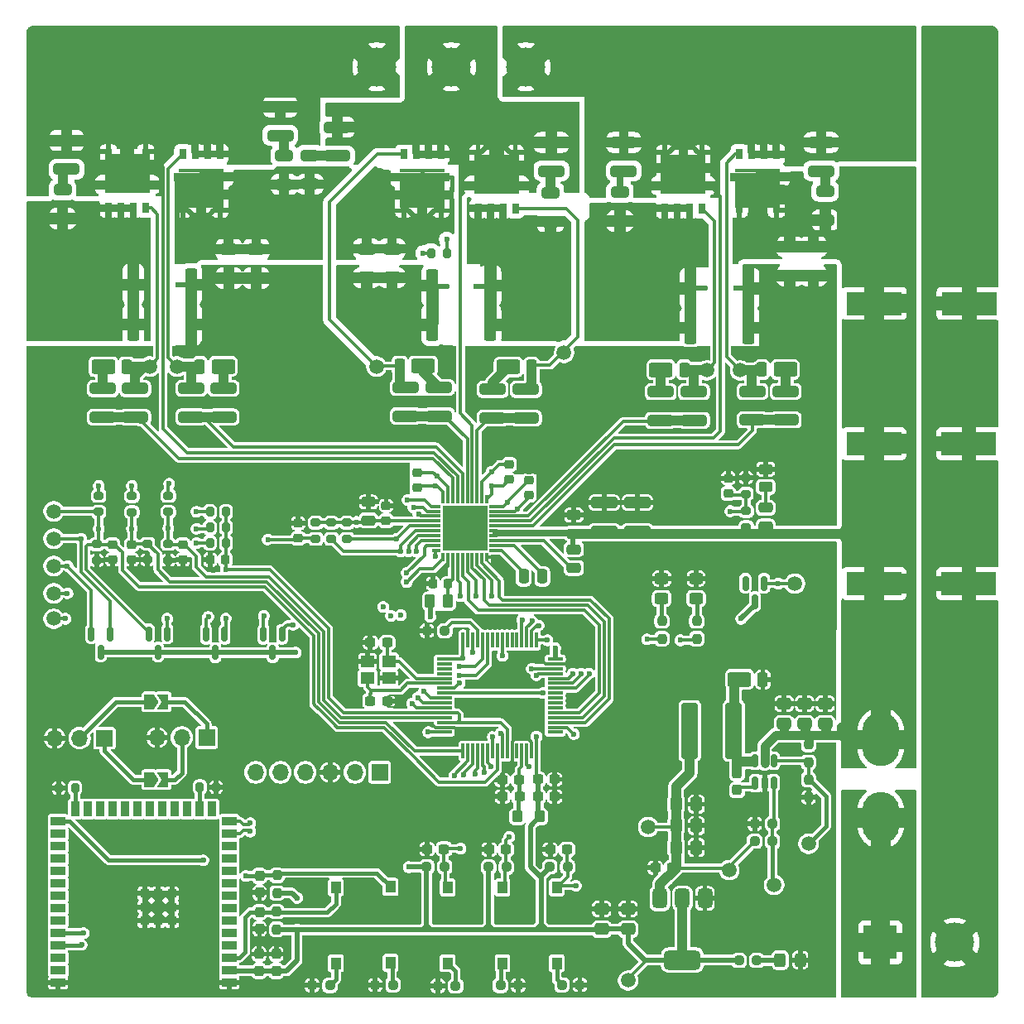
<source format=gbr>
%TF.GenerationSoftware,KiCad,Pcbnew,9.0.1*%
%TF.CreationDate,2025-04-18T15:35:09+02:00*%
%TF.ProjectId,BLDC_DRIVER,424c4443-5f44-4524-9956-45522e6b6963,rev?*%
%TF.SameCoordinates,Original*%
%TF.FileFunction,Copper,L1,Top*%
%TF.FilePolarity,Positive*%
%FSLAX46Y46*%
G04 Gerber Fmt 4.6, Leading zero omitted, Abs format (unit mm)*
G04 Created by KiCad (PCBNEW 9.0.1) date 2025-04-18 15:35:09*
%MOMM*%
%LPD*%
G01*
G04 APERTURE LIST*
G04 Aperture macros list*
%AMRoundRect*
0 Rectangle with rounded corners*
0 $1 Rounding radius*
0 $2 $3 $4 $5 $6 $7 $8 $9 X,Y pos of 4 corners*
0 Add a 4 corners polygon primitive as box body*
4,1,4,$2,$3,$4,$5,$6,$7,$8,$9,$2,$3,0*
0 Add four circle primitives for the rounded corners*
1,1,$1+$1,$2,$3*
1,1,$1+$1,$4,$5*
1,1,$1+$1,$6,$7*
1,1,$1+$1,$8,$9*
0 Add four rect primitives between the rounded corners*
20,1,$1+$1,$2,$3,$4,$5,0*
20,1,$1+$1,$4,$5,$6,$7,0*
20,1,$1+$1,$6,$7,$8,$9,0*
20,1,$1+$1,$8,$9,$2,$3,0*%
%AMFreePoly0*
4,1,6,1.000000,0.000000,0.500000,-0.750000,-0.500000,-0.750000,-0.500000,0.750000,0.500000,0.750000,1.000000,0.000000,1.000000,0.000000,$1*%
%AMFreePoly1*
4,1,6,0.500000,-0.750000,-0.650000,-0.750000,-0.150000,0.000000,-0.650000,0.750000,0.500000,0.750000,0.500000,-0.750000,0.500000,-0.750000,$1*%
G04 Aperture macros list end*
%TA.AperFunction,SMDPad,CuDef*%
%ADD10RoundRect,0.250000X0.275000X0.500000X-0.275000X0.500000X-0.275000X-0.500000X0.275000X-0.500000X0*%
%TD*%
%TA.AperFunction,SMDPad,CuDef*%
%ADD11RoundRect,0.250000X0.950000X0.500000X-0.950000X0.500000X-0.950000X-0.500000X0.950000X-0.500000X0*%
%TD*%
%TA.AperFunction,SMDPad,CuDef*%
%ADD12C,1.500000*%
%TD*%
%TA.AperFunction,ComponentPad*%
%ADD13C,4.000000*%
%TD*%
%TA.AperFunction,SMDPad,CuDef*%
%ADD14RoundRect,0.250000X0.475000X-0.250000X0.475000X0.250000X-0.475000X0.250000X-0.475000X-0.250000X0*%
%TD*%
%TA.AperFunction,SMDPad,CuDef*%
%ADD15RoundRect,0.250000X0.337500X0.475000X-0.337500X0.475000X-0.337500X-0.475000X0.337500X-0.475000X0*%
%TD*%
%TA.AperFunction,SMDPad,CuDef*%
%ADD16RoundRect,0.237500X0.300000X0.237500X-0.300000X0.237500X-0.300000X-0.237500X0.300000X-0.237500X0*%
%TD*%
%TA.AperFunction,SMDPad,CuDef*%
%ADD17RoundRect,0.250000X-0.650000X0.325000X-0.650000X-0.325000X0.650000X-0.325000X0.650000X0.325000X0*%
%TD*%
%TA.AperFunction,SMDPad,CuDef*%
%ADD18RoundRect,0.225000X0.250000X-0.225000X0.250000X0.225000X-0.250000X0.225000X-0.250000X-0.225000X0*%
%TD*%
%TA.AperFunction,SMDPad,CuDef*%
%ADD19RoundRect,0.237500X-0.250000X-0.237500X0.250000X-0.237500X0.250000X0.237500X-0.250000X0.237500X0*%
%TD*%
%TA.AperFunction,SMDPad,CuDef*%
%ADD20RoundRect,0.250000X1.075000X-0.312500X1.075000X0.312500X-1.075000X0.312500X-1.075000X-0.312500X0*%
%TD*%
%TA.AperFunction,SMDPad,CuDef*%
%ADD21RoundRect,0.250000X0.450000X-0.262500X0.450000X0.262500X-0.450000X0.262500X-0.450000X-0.262500X0*%
%TD*%
%TA.AperFunction,SMDPad,CuDef*%
%ADD22RoundRect,0.200000X-0.275000X0.200000X-0.275000X-0.200000X0.275000X-0.200000X0.275000X0.200000X0*%
%TD*%
%TA.AperFunction,SMDPad,CuDef*%
%ADD23RoundRect,0.237500X0.250000X0.237500X-0.250000X0.237500X-0.250000X-0.237500X0.250000X-0.237500X0*%
%TD*%
%TA.AperFunction,SMDPad,CuDef*%
%ADD24RoundRect,0.200000X-0.200000X-0.275000X0.200000X-0.275000X0.200000X0.275000X-0.200000X0.275000X0*%
%TD*%
%TA.AperFunction,SMDPad,CuDef*%
%ADD25RoundRect,0.237500X0.237500X-0.250000X0.237500X0.250000X-0.237500X0.250000X-0.237500X-0.250000X0*%
%TD*%
%TA.AperFunction,SMDPad,CuDef*%
%ADD26RoundRect,0.250000X0.250000X0.475000X-0.250000X0.475000X-0.250000X-0.475000X0.250000X-0.475000X0*%
%TD*%
%TA.AperFunction,SMDPad,CuDef*%
%ADD27RoundRect,0.200000X0.275000X-0.200000X0.275000X0.200000X-0.275000X0.200000X-0.275000X-0.200000X0*%
%TD*%
%TA.AperFunction,ComponentPad*%
%ADD28R,1.700000X1.700000*%
%TD*%
%TA.AperFunction,ComponentPad*%
%ADD29O,1.700000X1.700000*%
%TD*%
%TA.AperFunction,SMDPad,CuDef*%
%ADD30RoundRect,0.250000X1.100000X-0.325000X1.100000X0.325000X-1.100000X0.325000X-1.100000X-0.325000X0*%
%TD*%
%TA.AperFunction,SMDPad,CuDef*%
%ADD31R,1.500000X0.900000*%
%TD*%
%TA.AperFunction,SMDPad,CuDef*%
%ADD32R,0.900000X1.500000*%
%TD*%
%TA.AperFunction,SMDPad,CuDef*%
%ADD33R,0.900000X0.900000*%
%TD*%
%TA.AperFunction,ComponentPad*%
%ADD34C,0.600000*%
%TD*%
%TA.AperFunction,SMDPad,CuDef*%
%ADD35RoundRect,0.237500X-0.300000X-0.237500X0.300000X-0.237500X0.300000X0.237500X-0.300000X0.237500X0*%
%TD*%
%TA.AperFunction,SMDPad,CuDef*%
%ADD36RoundRect,0.250000X-1.075000X0.312500X-1.075000X-0.312500X1.075000X-0.312500X1.075000X0.312500X0*%
%TD*%
%TA.AperFunction,SMDPad,CuDef*%
%ADD37RoundRect,0.225000X-0.250000X0.225000X-0.250000X-0.225000X0.250000X-0.225000X0.250000X0.225000X0*%
%TD*%
%TA.AperFunction,SMDPad,CuDef*%
%ADD38RoundRect,0.250000X-0.950000X-0.500000X0.950000X-0.500000X0.950000X0.500000X-0.950000X0.500000X0*%
%TD*%
%TA.AperFunction,SMDPad,CuDef*%
%ADD39RoundRect,0.250000X-0.275000X-0.500000X0.275000X-0.500000X0.275000X0.500000X-0.275000X0.500000X0*%
%TD*%
%TA.AperFunction,SMDPad,CuDef*%
%ADD40RoundRect,0.250000X-0.362500X-1.425000X0.362500X-1.425000X0.362500X1.425000X-0.362500X1.425000X0*%
%TD*%
%TA.AperFunction,SMDPad,CuDef*%
%ADD41RoundRect,0.250000X0.362500X1.425000X-0.362500X1.425000X-0.362500X-1.425000X0.362500X-1.425000X0*%
%TD*%
%TA.AperFunction,SMDPad,CuDef*%
%ADD42RoundRect,0.250000X-0.337500X-0.475000X0.337500X-0.475000X0.337500X0.475000X-0.337500X0.475000X0*%
%TD*%
%TA.AperFunction,SMDPad,CuDef*%
%ADD43R,1.000000X1.250000*%
%TD*%
%TA.AperFunction,SMDPad,CuDef*%
%ADD44RoundRect,0.150000X0.150000X-0.512500X0.150000X0.512500X-0.150000X0.512500X-0.150000X-0.512500X0*%
%TD*%
%TA.AperFunction,SMDPad,CuDef*%
%ADD45RoundRect,0.150000X-0.150000X0.587500X-0.150000X-0.587500X0.150000X-0.587500X0.150000X0.587500X0*%
%TD*%
%TA.AperFunction,SMDPad,CuDef*%
%ADD46RoundRect,0.250000X0.475000X-0.337500X0.475000X0.337500X-0.475000X0.337500X-0.475000X-0.337500X0*%
%TD*%
%TA.AperFunction,SMDPad,CuDef*%
%ADD47RoundRect,0.250000X-0.450000X0.325000X-0.450000X-0.325000X0.450000X-0.325000X0.450000X0.325000X0*%
%TD*%
%TA.AperFunction,SMDPad,CuDef*%
%ADD48RoundRect,0.075000X-0.700000X-0.075000X0.700000X-0.075000X0.700000X0.075000X-0.700000X0.075000X0*%
%TD*%
%TA.AperFunction,SMDPad,CuDef*%
%ADD49RoundRect,0.075000X-0.075000X-0.700000X0.075000X-0.700000X0.075000X0.700000X-0.075000X0.700000X0*%
%TD*%
%TA.AperFunction,SMDPad,CuDef*%
%ADD50RoundRect,0.237500X-0.237500X0.300000X-0.237500X-0.300000X0.237500X-0.300000X0.237500X0.300000X0*%
%TD*%
%TA.AperFunction,SMDPad,CuDef*%
%ADD51R,0.750000X1.000000*%
%TD*%
%TA.AperFunction,SMDPad,CuDef*%
%ADD52R,0.750000X0.475000*%
%TD*%
%TA.AperFunction,SMDPad,CuDef*%
%ADD53R,4.560000X2.730000*%
%TD*%
%TA.AperFunction,SMDPad,CuDef*%
%ADD54R,5.550000X0.910000*%
%TD*%
%TA.AperFunction,SMDPad,CuDef*%
%ADD55R,4.560000X0.430000*%
%TD*%
%TA.AperFunction,ComponentPad*%
%ADD56O,3.800000X5.500000*%
%TD*%
%TA.AperFunction,ComponentPad*%
%ADD57O,3.800000X5.300000*%
%TD*%
%TA.AperFunction,SMDPad,CuDef*%
%ADD58RoundRect,0.375000X-0.375000X0.625000X-0.375000X-0.625000X0.375000X-0.625000X0.375000X0.625000X0*%
%TD*%
%TA.AperFunction,SMDPad,CuDef*%
%ADD59RoundRect,0.500000X-1.400000X0.500000X-1.400000X-0.500000X1.400000X-0.500000X1.400000X0.500000X0*%
%TD*%
%TA.AperFunction,SMDPad,CuDef*%
%ADD60RoundRect,0.250000X0.650000X-0.325000X0.650000X0.325000X-0.650000X0.325000X-0.650000X-0.325000X0*%
%TD*%
%TA.AperFunction,SMDPad,CuDef*%
%ADD61RoundRect,0.250000X0.275000X0.350000X-0.275000X0.350000X-0.275000X-0.350000X0.275000X-0.350000X0*%
%TD*%
%TA.AperFunction,SMDPad,CuDef*%
%ADD62RoundRect,0.237500X0.237500X-0.300000X0.237500X0.300000X-0.237500X0.300000X-0.237500X-0.300000X0*%
%TD*%
%TA.AperFunction,SMDPad,CuDef*%
%ADD63RoundRect,0.200000X0.200000X0.275000X-0.200000X0.275000X-0.200000X-0.275000X0.200000X-0.275000X0*%
%TD*%
%TA.AperFunction,SMDPad,CuDef*%
%ADD64FreePoly0,0.000000*%
%TD*%
%TA.AperFunction,SMDPad,CuDef*%
%ADD65FreePoly1,0.000000*%
%TD*%
%TA.AperFunction,SMDPad,CuDef*%
%ADD66R,5.650000X2.350000*%
%TD*%
%TA.AperFunction,SMDPad,CuDef*%
%ADD67RoundRect,0.250000X-0.262500X-0.450000X0.262500X-0.450000X0.262500X0.450000X-0.262500X0.450000X0*%
%TD*%
%TA.AperFunction,SMDPad,CuDef*%
%ADD68R,0.900000X0.300000*%
%TD*%
%TA.AperFunction,SMDPad,CuDef*%
%ADD69R,0.300000X0.900000*%
%TD*%
%TA.AperFunction,SMDPad,CuDef*%
%ADD70R,4.600000X4.600000*%
%TD*%
%TA.AperFunction,SMDPad,CuDef*%
%ADD71RoundRect,0.225000X0.225000X0.250000X-0.225000X0.250000X-0.225000X-0.250000X0.225000X-0.250000X0*%
%TD*%
%TA.AperFunction,ComponentPad*%
%ADD72R,3.500000X3.500000*%
%TD*%
%TA.AperFunction,SMDPad,CuDef*%
%ADD73R,1.400000X1.200000*%
%TD*%
%TA.AperFunction,SMDPad,CuDef*%
%ADD74RoundRect,0.250000X-0.475000X0.250000X-0.475000X-0.250000X0.475000X-0.250000X0.475000X0.250000X0*%
%TD*%
%TA.AperFunction,SMDPad,CuDef*%
%ADD75RoundRect,0.250000X0.325000X0.450000X-0.325000X0.450000X-0.325000X-0.450000X0.325000X-0.450000X0*%
%TD*%
%TA.AperFunction,SMDPad,CuDef*%
%ADD76RoundRect,0.250000X-0.475000X0.337500X-0.475000X-0.337500X0.475000X-0.337500X0.475000X0.337500X0*%
%TD*%
%TA.AperFunction,SMDPad,CuDef*%
%ADD77RoundRect,0.250000X0.600000X2.600000X-0.600000X2.600000X-0.600000X-2.600000X0.600000X-2.600000X0*%
%TD*%
%TA.AperFunction,ViaPad*%
%ADD78C,0.600000*%
%TD*%
%TA.AperFunction,Conductor*%
%ADD79C,1.000000*%
%TD*%
%TA.AperFunction,Conductor*%
%ADD80C,0.500000*%
%TD*%
%TA.AperFunction,Conductor*%
%ADD81C,0.450000*%
%TD*%
%TA.AperFunction,Conductor*%
%ADD82C,0.300000*%
%TD*%
%TA.AperFunction,Conductor*%
%ADD83C,0.200000*%
%TD*%
%TA.AperFunction,Conductor*%
%ADD84C,0.900000*%
%TD*%
%TA.AperFunction,Conductor*%
%ADD85C,0.700000*%
%TD*%
%TA.AperFunction,Conductor*%
%ADD86C,0.400000*%
%TD*%
G04 APERTURE END LIST*
D10*
%TO.P,D1,2*%
%TO.N,GND*%
X197325000Y-79600000D03*
D11*
%TO.P,D1,1*%
%TO.N,Net-(U3-SW)*%
X194950000Y-79600000D03*
%TD*%
D12*
%TO.P,TP102,1,1*%
%TO.N,Net-(D103-Pad2)*%
X157800000Y-47600000D03*
%TD*%
D13*
%TO.P,J104,1*%
%TO.N,/Motor_driver/SHA*%
X173100000Y-16950000D03*
%TO.P,J104,2*%
%TO.N,/Motor_driver/SHB*%
X165480000Y-16950000D03*
%TO.P,J104,3*%
%TO.N,/Motor_driver/SHC*%
X157860000Y-16950000D03*
%TD*%
D14*
%TO.P,C112,1*%
%TO.N,+3.3V*%
X157000000Y-63350000D03*
%TO.P,C112,2*%
%TO.N,GND*%
X157000000Y-61450000D03*
%TD*%
D12*
%TO.P,TP122,1,1*%
%TO.N,/MCU/SensVA*%
X124800000Y-68000000D03*
%TD*%
D15*
%TO.P,C6,1*%
%TO.N,GND*%
X190537500Y-94562500D03*
%TO.P,C6,2*%
%TO.N,+5V*%
X188462500Y-94562500D03*
%TD*%
D14*
%TO.P,C110,1*%
%TO.N,+48V*%
X178000000Y-64700000D03*
%TO.P,C110,2*%
%TO.N,GND*%
X178000000Y-62800000D03*
%TD*%
D16*
%TO.P,C12,1*%
%TO.N,GND*%
X176037500Y-91575000D03*
%TO.P,C12,2*%
%TO.N,+3.3V*%
X174312500Y-91575000D03*
%TD*%
D17*
%TO.P,C133,1*%
%TO.N,+48V*%
X145505000Y-35616500D03*
%TO.P,C133,2*%
%TO.N,GND*%
X145505000Y-38566500D03*
%TD*%
D18*
%TO.P,C124,1*%
%TO.N,/Motor_driver/SPA*%
X173400000Y-60775000D03*
%TO.P,C124,2*%
%TO.N,GND*%
X173400000Y-59225000D03*
%TD*%
D19*
%TO.P,R4,1*%
%TO.N,GND*%
X196487500Y-94362500D03*
%TO.P,R4,2*%
%TO.N,Net-(U3-FB)*%
X198312500Y-94362500D03*
%TD*%
D20*
%TO.P,R142,1*%
%TO.N,/Motor_driver/GLC*%
X133137224Y-52783500D03*
%TO.P,R142,2*%
%TO.N,Net-(D106-Pad2)*%
X133137224Y-49858500D03*
%TD*%
D21*
%TO.P,R105,1*%
%TO.N,Net-(C134-Pad2)*%
X197625000Y-59912500D03*
%TO.P,R105,2*%
%TO.N,GND*%
X197625000Y-58087500D03*
%TD*%
D12*
%TO.P,TP118,1,1*%
%TO.N,/Motor_driver/SPC*%
X130400000Y-43000000D03*
%TD*%
D19*
%TO.P,R11,1*%
%TO.N,+3.3V*%
X169275000Y-98800000D03*
%TO.P,R11,2*%
%TO.N,/MCU/FUNC_BTN1*%
X171100000Y-98800000D03*
%TD*%
D17*
%TO.P,C121,1*%
%TO.N,Net-(C121-Pad1)*%
X175600000Y-29825000D03*
%TO.P,C121,2*%
%TO.N,/Motor_driver/SPB*%
X175600000Y-32775000D03*
%TD*%
D22*
%TO.P,R125,1*%
%TO.N,/Motor_driver/SHA*%
X136525000Y-60825000D03*
%TO.P,R125,2*%
%TO.N,/MCU/SensVA*%
X136525000Y-62475000D03*
%TD*%
D20*
%TO.P,R114,1*%
%TO.N,/Motor_driver/GLB*%
X169700000Y-52862500D03*
%TO.P,R114,2*%
%TO.N,Net-(D104-Pad1)*%
X169700000Y-49937500D03*
%TD*%
D12*
%TO.P,TP117,1,1*%
%TO.N,/Motor_driver/SPB*%
X172000000Y-43400000D03*
%TD*%
D20*
%TO.P,R110,1*%
%TO.N,/Motor_driver/GHA*%
X196262922Y-53059191D03*
%TO.P,R110,2*%
%TO.N,Net-(D101-Pad2)*%
X196262922Y-50134191D03*
%TD*%
D12*
%TO.P,TP125,1,1*%
%TO.N,/MCU/TEMP_MOSFET*%
X124800000Y-70800000D03*
%TD*%
%TO.P,TP112,1,1*%
%TO.N,Net-(D106-Pad2)*%
X134600000Y-47600000D03*
%TD*%
D23*
%TO.P,R3,1*%
%TO.N,Net-(U3-FB)*%
X198312500Y-96162500D03*
%TO.P,R3,2*%
%TO.N,+5V*%
X196487500Y-96162500D03*
%TD*%
D17*
%TO.P,C132,1*%
%TO.N,Net-(C132-Pad1)*%
X125705000Y-29516500D03*
%TO.P,C132,2*%
%TO.N,/Motor_driver/SPC*%
X125705000Y-32466500D03*
%TD*%
D12*
%TO.P,TP2,1,1*%
%TO.N,Net-(U3-EN)*%
X202000000Y-96400000D03*
%TD*%
D24*
%TO.P,R9,1*%
%TO.N,Net-(U2-IO46)*%
X139750000Y-90600000D03*
%TO.P,R9,2*%
%TO.N,GND*%
X141400000Y-90600000D03*
%TD*%
D12*
%TO.P,TP9,1,1*%
%TO.N,GND*%
X149200000Y-52200000D03*
%TD*%
D25*
%TO.P,R18,1*%
%TO.N,+3.3V*%
X147600000Y-105162500D03*
%TO.P,R18,2*%
%TO.N,/MCU/ESP_EN*%
X147600000Y-103337500D03*
%TD*%
D26*
%TO.P,C107,1*%
%TO.N,Net-(IC101-CPH)*%
X174775000Y-69075000D03*
%TO.P,C107,2*%
%TO.N,Net-(IC101-CPL)*%
X172875000Y-69075000D03*
%TD*%
D19*
%TO.P,R12,1*%
%TO.N,+3.3V*%
X162950000Y-98750000D03*
%TO.P,R12,2*%
%TO.N,/MCU/FUNC_BTN2*%
X164775000Y-98750000D03*
%TD*%
D18*
%TO.P,C125,1*%
%TO.N,/MCU/PVDDSENSE*%
X193800000Y-60575000D03*
%TO.P,C125,2*%
%TO.N,GND*%
X193800000Y-59025000D03*
%TD*%
D27*
%TO.P,R134,1*%
%TO.N,GND*%
X129200000Y-67425000D03*
%TO.P,R134,2*%
%TO.N,/MCU/SensVC*%
X129200000Y-65775000D03*
%TD*%
D20*
%TO.P,R138,1*%
%TO.N,/Motor_driver/GLA*%
X190286096Y-53100000D03*
%TO.P,R138,2*%
%TO.N,Net-(D102-Pad2)*%
X190286096Y-50175000D03*
%TD*%
D28*
%TO.P,J2,1,Pin_1*%
%TO.N,/MCU/TX_ESP32*%
X129990000Y-85600000D03*
D29*
%TO.P,J2,2,Pin_2*%
%TO.N,/MCU/RX_ESP32*%
X127450000Y-85600000D03*
%TO.P,J2,3,Pin_3*%
%TO.N,GND*%
X124910000Y-85600000D03*
%TD*%
D27*
%TO.P,R129,1*%
%TO.N,/MCU/PVDDSENSE*%
X195600000Y-60625000D03*
%TO.P,R129,2*%
%TO.N,GND*%
X195600000Y-58975000D03*
%TD*%
%TO.P,R124,1*%
%TO.N,+48V*%
X195625000Y-64025000D03*
%TO.P,R124,2*%
%TO.N,/MCU/PVDDSENSE*%
X195625000Y-62375000D03*
%TD*%
D30*
%TO.P,C109,1*%
%TO.N,+48V*%
X181100000Y-64475000D03*
%TO.P,C109,2*%
%TO.N,GND*%
X181100000Y-61525000D03*
%TD*%
D31*
%TO.P,U2,1,GND*%
%TO.N,GND*%
X142750000Y-110610000D03*
%TO.P,U2,2,3V3*%
%TO.N,+3.3V*%
X142750000Y-109340000D03*
%TO.P,U2,3,EN*%
%TO.N,/MCU/ESP_EN*%
X142750000Y-108070000D03*
%TO.P,U2,4,IO4*%
%TO.N,unconnected-(U2-IO4-Pad4)*%
X142750000Y-106800000D03*
%TO.P,U2,5,IO5*%
%TO.N,unconnected-(U2-IO5-Pad5)*%
X142750000Y-105530000D03*
%TO.P,U2,6,IO6*%
%TO.N,unconnected-(U2-IO6-Pad6)*%
X142750000Y-104260000D03*
%TO.P,U2,7,IO7*%
%TO.N,unconnected-(U2-IO7-Pad7)*%
X142750000Y-102990000D03*
%TO.P,U2,8,IO15*%
%TO.N,unconnected-(U2-IO15-Pad8)*%
X142750000Y-101720000D03*
%TO.P,U2,9,IO16*%
%TO.N,unconnected-(U2-IO16-Pad9)*%
X142750000Y-100450000D03*
%TO.P,U2,10,IO17*%
%TO.N,unconnected-(U2-IO17-Pad10)*%
X142750000Y-99180000D03*
%TO.P,U2,11,IO18*%
%TO.N,unconnected-(U2-IO18-Pad11)*%
X142750000Y-97910000D03*
%TO.P,U2,12,IO8*%
%TO.N,unconnected-(U2-IO8-Pad12)*%
X142750000Y-96640000D03*
%TO.P,U2,13,IO19*%
%TO.N,/MCU/D-*%
X142750000Y-95370000D03*
%TO.P,U2,14,IO20*%
%TO.N,/MCU/D+*%
X142750000Y-94100000D03*
D32*
%TO.P,U2,15,IO3*%
%TO.N,unconnected-(U2-IO3-Pad15)*%
X140985000Y-92850000D03*
%TO.P,U2,16,IO46*%
%TO.N,Net-(U2-IO46)*%
X139715000Y-92850000D03*
%TO.P,U2,17,IO9*%
%TO.N,unconnected-(U2-IO9-Pad17)*%
X138445000Y-92850000D03*
%TO.P,U2,18,IO10*%
%TO.N,unconnected-(U2-IO10-Pad18)*%
X137175000Y-92850000D03*
%TO.P,U2,19,IO11*%
%TO.N,unconnected-(U2-IO11-Pad19)*%
X135905000Y-92850000D03*
%TO.P,U2,20,IO12*%
%TO.N,unconnected-(U2-IO12-Pad20)*%
X134635000Y-92850000D03*
%TO.P,U2,21,IO13*%
%TO.N,unconnected-(U2-IO13-Pad21)*%
X133365000Y-92850000D03*
%TO.P,U2,22,IO14*%
%TO.N,unconnected-(U2-IO14-Pad22)*%
X132095000Y-92850000D03*
%TO.P,U2,23,IO21*%
%TO.N,unconnected-(U2-IO21-Pad23)*%
X130825000Y-92850000D03*
%TO.P,U2,24,IO47*%
%TO.N,unconnected-(U2-IO47-Pad24)*%
X129555000Y-92850000D03*
%TO.P,U2,25,IO48*%
%TO.N,unconnected-(U2-IO48-Pad25)*%
X128285000Y-92850000D03*
%TO.P,U2,26,IO45*%
%TO.N,Net-(U2-IO45)*%
X127015000Y-92850000D03*
D31*
%TO.P,U2,27,IO0*%
%TO.N,/MCU/BOOT*%
X125250000Y-94100000D03*
%TO.P,U2,28,IO35*%
%TO.N,unconnected-(U2-IO35-Pad28)*%
X125250000Y-95370000D03*
%TO.P,U2,29,IO36*%
%TO.N,unconnected-(U2-IO36-Pad29)*%
X125250000Y-96640000D03*
%TO.P,U2,30,IO37*%
%TO.N,unconnected-(U2-IO37-Pad30)*%
X125250000Y-97910000D03*
%TO.P,U2,31,IO38*%
%TO.N,unconnected-(U2-IO38-Pad31)*%
X125250000Y-99180000D03*
%TO.P,U2,32,IO39*%
%TO.N,unconnected-(U2-IO39-Pad32)*%
X125250000Y-100450000D03*
%TO.P,U2,33,IO40*%
%TO.N,unconnected-(U2-IO40-Pad33)*%
X125250000Y-101720000D03*
%TO.P,U2,34,IO41*%
%TO.N,unconnected-(U2-IO41-Pad34)*%
X125250000Y-102990000D03*
%TO.P,U2,35,IO42*%
%TO.N,unconnected-(U2-IO42-Pad35)*%
X125250000Y-104260000D03*
%TO.P,U2,36,RXD0*%
%TO.N,/MCU/RX_ESP32*%
X125250000Y-105530000D03*
%TO.P,U2,37,TXD0*%
%TO.N,/MCU/TX_ESP32*%
X125250000Y-106800000D03*
%TO.P,U2,38,IO2*%
%TO.N,unconnected-(U2-IO2-Pad38)*%
X125250000Y-108070000D03*
%TO.P,U2,39,IO1*%
%TO.N,unconnected-(U2-IO1-Pad39)*%
X125250000Y-109340000D03*
%TO.P,U2,40,GND*%
%TO.N,GND*%
X125250000Y-110610000D03*
D33*
%TO.P,U2,41_1,GND*%
X136900000Y-104290000D03*
%TO.P,U2,41_2,GND*%
X135500000Y-104290000D03*
%TO.P,U2,41_3,GND*%
X134100000Y-104290000D03*
%TO.P,U2,41_4,GND*%
X136900000Y-102890000D03*
%TO.P,U2,41_5,GND*%
X135500000Y-102890000D03*
%TO.P,U2,41_6,GND*%
X134100000Y-102890000D03*
%TO.P,U2,41_7,GND*%
X136900000Y-101490000D03*
%TO.P,U2,41_8,GND*%
X135500000Y-101490000D03*
%TO.P,U2,41_9,GND*%
X134100000Y-101490000D03*
D34*
%TO.P,U2,41_10*%
X136200000Y-104290000D03*
%TO.P,U2,41_11*%
X134800000Y-104290000D03*
%TO.P,U2,41_12*%
X136900000Y-103590000D03*
%TO.P,U2,41_13*%
X135500000Y-103590000D03*
%TO.P,U2,41_14*%
X134100000Y-103590000D03*
%TO.P,U2,41_15*%
X136200000Y-102890000D03*
%TO.P,U2,41_16*%
X134800000Y-102890000D03*
%TO.P,U2,41_17*%
X136900000Y-102190000D03*
%TO.P,U2,41_18*%
X135500000Y-102190000D03*
%TO.P,U2,41_19*%
X134100000Y-102190000D03*
%TO.P,U2,41_20*%
X136200000Y-101490000D03*
%TO.P,U2,41_21*%
X134800000Y-101490000D03*
%TD*%
D12*
%TO.P,TP114,1,1*%
%TO.N,GND*%
X161200000Y-43200000D03*
%TD*%
%TO.P,TP121,1,1*%
%TO.N,/MCU/SensVN*%
X124800000Y-73400000D03*
%TD*%
D19*
%TO.P,R16,1*%
%TO.N,+3.3V*%
X194887500Y-108350000D03*
%TO.P,R16,2*%
%TO.N,Net-(D4-A)*%
X196712500Y-108350000D03*
%TD*%
D22*
%TO.P,R123,1*%
%TO.N,+3.3V*%
X151600000Y-63575000D03*
%TO.P,R123,2*%
%TO.N,/MCU/TEMP_MOSFET*%
X151600000Y-65225000D03*
%TD*%
D35*
%TO.P,C13,1*%
%TO.N,GND*%
X175587500Y-97000000D03*
%TO.P,C13,2*%
%TO.N,/MCU/NRST*%
X177312500Y-97000000D03*
%TD*%
D12*
%TO.P,TP119,1,1*%
%TO.N,/Motor_driver/SPA*%
X187000000Y-43600000D03*
%TD*%
D36*
%TO.P,R112,1*%
%TO.N,/Motor_driver/SHC*%
X126110000Y-24496000D03*
%TO.P,R112,2*%
%TO.N,Net-(C132-Pad1)*%
X126110000Y-27421000D03*
%TD*%
D37*
%TO.P,C129,1*%
%TO.N,/MCU/SensVC*%
X130800000Y-65800000D03*
%TO.P,C129,2*%
%TO.N,GND*%
X130800000Y-67350000D03*
%TD*%
D38*
%TO.P,D105,1*%
%TO.N,Net-(D105-Pad1)*%
X142124279Y-47591500D03*
D39*
%TO.P,D105,2*%
%TO.N,Net-(D105-Pad2)*%
X139749279Y-47591500D03*
%TD*%
D40*
%TO.P,R119,1*%
%TO.N,/Motor_driver/SPC*%
X132942500Y-43291500D03*
%TO.P,R119,2*%
%TO.N,GND*%
X138867500Y-43291500D03*
%TD*%
D11*
%TO.P,D102,1*%
%TO.N,Net-(D102-Pad1)*%
X186911096Y-47937500D03*
D10*
%TO.P,D102,2*%
%TO.N,Net-(D102-Pad2)*%
X189286096Y-47937500D03*
%TD*%
D41*
%TO.P,R118,1*%
%TO.N,/Motor_driver/SPB*%
X169462500Y-39337500D03*
%TO.P,R118,2*%
%TO.N,GND*%
X163537500Y-39337500D03*
%TD*%
D20*
%TO.P,R141,1*%
%TO.N,/Motor_driver/GHC*%
X138874279Y-52754000D03*
%TO.P,R141,2*%
%TO.N,Net-(D105-Pad2)*%
X138874279Y-49829000D03*
%TD*%
D11*
%TO.P,D104,1*%
%TO.N,Net-(D104-Pad1)*%
X171300000Y-47637500D03*
D10*
%TO.P,D104,2*%
%TO.N,Net-(D104-Pad2)*%
X173675000Y-47637500D03*
%TD*%
D22*
%TO.P,R127,1*%
%TO.N,/Motor_driver/SHB*%
X132800000Y-60850000D03*
%TO.P,R127,2*%
%TO.N,/MCU/SensVB*%
X132800000Y-62500000D03*
%TD*%
D20*
%TO.P,R113,1*%
%TO.N,Net-(C118-Pad2)*%
X203300000Y-27600000D03*
%TO.P,R113,2*%
%TO.N,/Motor_driver/SHA*%
X203300000Y-24675000D03*
%TD*%
D42*
%TO.P,C7,1*%
%TO.N,+5V*%
X188462500Y-96800000D03*
%TO.P,C7,2*%
%TO.N,GND*%
X190537500Y-96800000D03*
%TD*%
D17*
%TO.P,C116,1*%
%TO.N,+48V*%
X202500000Y-35362500D03*
%TO.P,C116,2*%
%TO.N,GND*%
X202500000Y-38312500D03*
%TD*%
D43*
%TO.P,SW4,1,1*%
%TO.N,Net-(R19-Pad1)*%
X159250000Y-108575000D03*
%TO.P,SW4,2,2*%
%TO.N,/MCU/BOOT*%
X159250000Y-100825000D03*
%TD*%
D19*
%TO.P,R5,1*%
%TO.N,+3.3V*%
X175537500Y-98750000D03*
%TO.P,R5,2*%
%TO.N,/MCU/NRST*%
X177362500Y-98750000D03*
%TD*%
D44*
%TO.P,U3,1,CB*%
%TO.N,Net-(U3-CB)*%
X196550000Y-90200000D03*
%TO.P,U3,2,GND*%
%TO.N,GND*%
X197500000Y-90200000D03*
%TO.P,U3,3,FB*%
%TO.N,Net-(U3-FB)*%
X198450000Y-90200000D03*
%TO.P,U3,4,EN*%
%TO.N,Net-(U3-EN)*%
X198450000Y-87925000D03*
%TO.P,U3,5,VIN*%
%TO.N,+48V*%
X197500000Y-87925000D03*
%TO.P,U3,6,SW*%
%TO.N,Net-(U3-SW)*%
X196550000Y-87925000D03*
%TD*%
D25*
%TO.P,R2,1*%
%TO.N,GND*%
X202000000Y-91675000D03*
%TO.P,R2,2*%
%TO.N,Net-(U3-EN)*%
X202000000Y-89850000D03*
%TD*%
D40*
%TO.P,R120,1*%
%TO.N,/Motor_driver/SPC*%
X132942500Y-39221000D03*
%TO.P,R120,2*%
%TO.N,GND*%
X138867500Y-39221000D03*
%TD*%
D35*
%TO.P,C22,1*%
%TO.N,GND*%
X170662500Y-89875000D03*
%TO.P,C22,2*%
%TO.N,+3.3V(A)*%
X172387500Y-89875000D03*
%TD*%
D43*
%TO.P,SW1,1,1*%
%TO.N,Net-(R7-Pad1)*%
X176250000Y-108625000D03*
%TO.P,SW1,2,2*%
%TO.N,/MCU/NRST*%
X176250000Y-100875000D03*
%TD*%
D24*
%TO.P,R131,1*%
%TO.N,/MCU/SensVC*%
X140775000Y-65650000D03*
%TO.P,R131,2*%
%TO.N,/MCU/SensVN*%
X142425000Y-65650000D03*
%TD*%
D12*
%TO.P,TP3,1,1*%
%TO.N,Net-(U3-FB)*%
X198500000Y-100600000D03*
%TD*%
%TO.P,TP123,1,1*%
%TO.N,/MCU/SensVB*%
X124800000Y-65200000D03*
%TD*%
D20*
%TO.P,R137,1*%
%TO.N,/Motor_driver/GHA*%
X199662922Y-53059191D03*
%TO.P,R137,2*%
%TO.N,Net-(D101-Pad1)*%
X199662922Y-50134191D03*
%TD*%
D17*
%TO.P,C115,1*%
%TO.N,+48V*%
X142705000Y-35616500D03*
%TO.P,C115,2*%
%TO.N,GND*%
X142705000Y-38566500D03*
%TD*%
D20*
%TO.P,R109,1*%
%TO.N,/Motor_driver/GHC*%
X142174279Y-52754000D03*
%TO.P,R109,2*%
%TO.N,Net-(D105-Pad1)*%
X142174279Y-49829000D03*
%TD*%
D45*
%TO.P,D111,1*%
%TO.N,/MCU/PVDDSENSE*%
X197450000Y-69762500D03*
%TO.P,D111,2*%
%TO.N,unconnected-(D111-Pad2)*%
X195550000Y-69762500D03*
%TO.P,D111,3*%
%TO.N,+3.3V*%
X196500000Y-71637500D03*
%TD*%
D46*
%TO.P,C9,1*%
%TO.N,+3.3V*%
X180850000Y-105137500D03*
%TO.P,C9,2*%
%TO.N,GND*%
X180850000Y-103062500D03*
%TD*%
D47*
%TO.P,D3,1,K*%
%TO.N,GND*%
X190500000Y-69275000D03*
%TO.P,D3,2,A*%
%TO.N,Net-(D3-A)*%
X190500000Y-71325000D03*
%TD*%
D48*
%TO.P,U4,1,VBAT*%
%TO.N,+3.3V*%
X164750000Y-77500000D03*
%TO.P,U4,2,PC13*%
%TO.N,unconnected-(U4-PC13-Pad2)*%
X164750000Y-78000000D03*
%TO.P,U4,3,PC14*%
%TO.N,unconnected-(U4-PC14-Pad3)*%
X164750000Y-78500000D03*
%TO.P,U4,4,PC15*%
%TO.N,unconnected-(U4-PC15-Pad4)*%
X164750000Y-79000000D03*
%TO.P,U4,5,PF0*%
%TO.N,/MCU/RCC_OSC_IN*%
X164750000Y-79500000D03*
%TO.P,U4,6,PF1*%
%TO.N,/MCU/RCC_OSC_OUT*%
X164750000Y-80000000D03*
%TO.P,U4,7,PG10*%
%TO.N,/MCU/NRST*%
X164750000Y-80500000D03*
%TO.P,U4,8,PC0*%
%TO.N,/MCU/PVDDSENSE*%
X164750000Y-81000000D03*
%TO.P,U4,9,PC1*%
%TO.N,/MCU/SensIA*%
X164750000Y-81500000D03*
%TO.P,U4,10,PC2*%
%TO.N,/MCU/SensIB*%
X164750000Y-82000000D03*
%TO.P,U4,11,PC3*%
%TO.N,/MCU/SensIC*%
X164750000Y-82500000D03*
%TO.P,U4,12,PA0*%
%TO.N,/MCU/SensVN*%
X164750000Y-83000000D03*
%TO.P,U4,13,PA1*%
%TO.N,/MCU/SensVA*%
X164750000Y-83500000D03*
%TO.P,U4,14,PA2*%
%TO.N,/MCU/SensVN*%
X164750000Y-84000000D03*
%TO.P,U4,15,VSS*%
%TO.N,GND*%
X164750000Y-84500000D03*
%TO.P,U4,16,VDD*%
%TO.N,+3.3V*%
X164750000Y-85000000D03*
D49*
%TO.P,U4,17,PA3*%
%TO.N,/MCU/SensVB*%
X166675000Y-86925000D03*
%TO.P,U4,18,PA4*%
%TO.N,/MCU/ENABLE*%
X167175000Y-86925000D03*
%TO.P,U4,19,PA5*%
%TO.N,/MCU/SCLK*%
X167675000Y-86925000D03*
%TO.P,U4,20,PA6*%
%TO.N,/MCU/SDO*%
X168175000Y-86925000D03*
%TO.P,U4,21,PA7*%
%TO.N,/MCU/SDI*%
X168675000Y-86925000D03*
%TO.P,U4,22,PC4*%
%TO.N,/MCU/NSCS*%
X169175000Y-86925000D03*
%TO.P,U4,23,PC5*%
%TO.N,/MCU/CAL*%
X169675000Y-86925000D03*
%TO.P,U4,24,PB0*%
%TO.N,/MCU/SensVC*%
X170175000Y-86925000D03*
%TO.P,U4,25,PB1*%
%TO.N,/MCU/TEMP_MOSFET*%
X170675000Y-86925000D03*
%TO.P,U4,26,PB2*%
%TO.N,/MCU/SensVN*%
X171175000Y-86925000D03*
%TO.P,U4,27,VSSA*%
%TO.N,GND*%
X171675000Y-86925000D03*
%TO.P,U4,28,VREF+*%
%TO.N,unconnected-(U4-VREF+-Pad28)*%
X172175000Y-86925000D03*
%TO.P,U4,29,VDDA*%
%TO.N,+3.3V(A)*%
X172675000Y-86925000D03*
%TO.P,U4,30,PB10*%
%TO.N,/MCU/NFAULT*%
X173175000Y-86925000D03*
%TO.P,U4,31,VSS*%
%TO.N,GND*%
X173675000Y-86925000D03*
%TO.P,U4,32,VDD*%
%TO.N,+3.3V*%
X174175000Y-86925000D03*
D48*
%TO.P,U4,33,PB11*%
%TO.N,unconnected-(U4-PB11-Pad33)*%
X176100000Y-85000000D03*
%TO.P,U4,34,PB12*%
%TO.N,/MCU/FUNC_BTN2*%
X176100000Y-84500000D03*
%TO.P,U4,35,PB13*%
%TO.N,/MCU/GL3*%
X176100000Y-84000000D03*
%TO.P,U4,36,PB14*%
%TO.N,/MCU/GL2*%
X176100000Y-83500000D03*
%TO.P,U4,37,PB15*%
%TO.N,/MCU/GL1*%
X176100000Y-83000000D03*
%TO.P,U4,38,PC6*%
%TO.N,unconnected-(U4-PC6-Pad38)*%
X176100000Y-82500000D03*
%TO.P,U4,39,PC7*%
%TO.N,unconnected-(U4-PC7-Pad39)*%
X176100000Y-82000000D03*
%TO.P,U4,40,PC8*%
%TO.N,unconnected-(U4-PC8-Pad40)*%
X176100000Y-81500000D03*
%TO.P,U4,41,PC9*%
%TO.N,unconnected-(U4-PC9-Pad41)*%
X176100000Y-81000000D03*
%TO.P,U4,42,PA8*%
%TO.N,/MCU/GH3*%
X176100000Y-80500000D03*
%TO.P,U4,43,PA9*%
%TO.N,/MCU/GH2*%
X176100000Y-80000000D03*
%TO.P,U4,44,PA10*%
%TO.N,/MCU/GH1*%
X176100000Y-79500000D03*
%TO.P,U4,45,PA11*%
%TO.N,/MCU/D-*%
X176100000Y-79000000D03*
%TO.P,U4,46,PA12*%
%TO.N,/MCU/D+*%
X176100000Y-78500000D03*
%TO.P,U4,47,VSS*%
%TO.N,GND*%
X176100000Y-78000000D03*
%TO.P,U4,48,VDD*%
%TO.N,+3.3V*%
X176100000Y-77500000D03*
D49*
%TO.P,U4,49,PA13*%
%TO.N,/MCU/SWDIO*%
X174175000Y-75575000D03*
%TO.P,U4,50,PA14*%
%TO.N,/MCU/SWCLK*%
X173675000Y-75575000D03*
%TO.P,U4,51,PA15*%
%TO.N,/MCU/LED1*%
X173175000Y-75575000D03*
%TO.P,U4,52,PC10*%
%TO.N,/MCU/LED2*%
X172675000Y-75575000D03*
%TO.P,U4,53,PC11*%
%TO.N,/MCU/LED3*%
X172175000Y-75575000D03*
%TO.P,U4,54,PC12*%
%TO.N,/MCU/RELAY*%
X171675000Y-75575000D03*
%TO.P,U4,55,PD2*%
%TO.N,unconnected-(U4-PD2-Pad55)*%
X171175000Y-75575000D03*
%TO.P,U4,56,PB3*%
%TO.N,/MCU/SWO*%
X170675000Y-75575000D03*
%TO.P,U4,57,PB4*%
%TO.N,unconnected-(U4-PB4-Pad57)*%
X170175000Y-75575000D03*
%TO.P,U4,58,PB5*%
%TO.N,unconnected-(U4-PB5-Pad58)*%
X169675000Y-75575000D03*
%TO.P,U4,59,PB6*%
%TO.N,/MCU/TX_STM32*%
X169175000Y-75575000D03*
%TO.P,U4,60,PB7*%
%TO.N,/MCU/RX_STM32*%
X168675000Y-75575000D03*
%TO.P,U4,61,PB8*%
%TO.N,/MCU/BOOT0*%
X168175000Y-75575000D03*
%TO.P,U4,62,PB9*%
%TO.N,/MCU/FUNC_BTN1*%
X167675000Y-75575000D03*
%TO.P,U4,63,VSS*%
%TO.N,GND*%
X167175000Y-75575000D03*
%TO.P,U4,64,VDD*%
%TO.N,+3.3V*%
X166675000Y-75575000D03*
%TD*%
D12*
%TO.P,TP113,1,1*%
%TO.N,Net-(D102-Pad2)*%
X191600000Y-48000000D03*
%TD*%
D17*
%TO.P,C117,1*%
%TO.N,+48V*%
X156800000Y-35562500D03*
%TO.P,C117,2*%
%TO.N,GND*%
X156800000Y-38512500D03*
%TD*%
D50*
%TO.P,C15,1*%
%TO.N,GND*%
X147550000Y-107687500D03*
%TO.P,C15,2*%
%TO.N,+3.3V*%
X147550000Y-109412500D03*
%TD*%
D51*
%TO.P,Q101,1*%
%TO.N,/Motor_driver/SHA*%
X198710000Y-25870500D03*
X197440000Y-25870500D03*
X196170000Y-25870500D03*
%TO.P,Q101,4*%
%TO.N,Net-(D101-Pad2)*%
X194900000Y-25870500D03*
D52*
%TO.P,Q101,5*%
%TO.N,+48V*%
X198710000Y-31628500D03*
D53*
X196805000Y-30028500D03*
D54*
X196805000Y-28213500D03*
D55*
X196805000Y-27548500D03*
D52*
X194900000Y-31628500D03*
%TD*%
D22*
%TO.P,R104,1*%
%TO.N,+3.3V*%
X154800000Y-63575000D03*
%TO.P,R104,2*%
%TO.N,/MCU/NFAULT*%
X154800000Y-65225000D03*
%TD*%
D16*
%TO.P,C11,1*%
%TO.N,GND*%
X176037500Y-89825000D03*
%TO.P,C11,2*%
%TO.N,+3.3V*%
X174312500Y-89825000D03*
%TD*%
D12*
%TO.P,TP4,1,1*%
%TO.N,+5V*%
X193900000Y-99100000D03*
%TD*%
D16*
%TO.P,C8,1*%
%TO.N,+5V*%
X188062500Y-98875000D03*
%TO.P,C8,2*%
%TO.N,GND*%
X186337500Y-98875000D03*
%TD*%
D20*
%TO.P,R139,1*%
%TO.N,/Motor_driver/GHB*%
X160808115Y-52662500D03*
%TO.P,R139,2*%
%TO.N,Net-(D103-Pad2)*%
X160808115Y-49737500D03*
%TD*%
D17*
%TO.P,C114,1*%
%TO.N,+48V*%
X200100000Y-35362500D03*
%TO.P,C114,2*%
%TO.N,GND*%
X200100000Y-38312500D03*
%TD*%
D12*
%TO.P,TP6,1,1*%
%TO.N,+3.3V*%
X183550000Y-110400000D03*
%TD*%
D22*
%TO.P,R130,1*%
%TO.N,/Motor_driver/SHC*%
X129400000Y-60825000D03*
%TO.P,R130,2*%
%TO.N,/MCU/SensVC*%
X129400000Y-62475000D03*
%TD*%
D56*
%TO.P,F1,1*%
%TO.N,+48V*%
X209400000Y-85750000D03*
D57*
%TO.P,F1,2*%
%TO.N,Net-(J1-Pin_1)*%
X209400000Y-93750000D03*
%TD*%
D15*
%TO.P,C5,1*%
%TO.N,GND*%
X190537500Y-92362500D03*
%TO.P,C5,2*%
%TO.N,+5V*%
X188462500Y-92362500D03*
%TD*%
D40*
%TO.P,R121,1*%
%TO.N,/Motor_driver/SPA*%
X189937500Y-43637500D03*
%TO.P,R121,2*%
%TO.N,GND*%
X195862500Y-43637500D03*
%TD*%
D58*
%TO.P,U1,1,GND*%
%TO.N,GND*%
X191400000Y-102000000D03*
%TO.P,U1,2,VO*%
%TO.N,+3.3V*%
X189100000Y-102000000D03*
D59*
X189100000Y-108300000D03*
D58*
%TO.P,U1,3,VI*%
%TO.N,+5V*%
X186800000Y-102000000D03*
%TD*%
D27*
%TO.P,R133,1*%
%TO.N,GND*%
X134400000Y-67375000D03*
%TO.P,R133,2*%
%TO.N,/MCU/SensVB*%
X134400000Y-65725000D03*
%TD*%
D22*
%TO.P,R103,1*%
%TO.N,+3.3V*%
X153200000Y-63575000D03*
%TO.P,R103,2*%
%TO.N,/MCU/SDI*%
X153200000Y-65225000D03*
%TD*%
D20*
%TO.P,R140,1*%
%TO.N,/Motor_driver/GLB*%
X173100000Y-52862500D03*
%TO.P,R140,2*%
%TO.N,Net-(D104-Pad2)*%
X173100000Y-49937500D03*
%TD*%
D23*
%TO.P,R20,1*%
%TO.N,Net-(R20-Pad1)*%
X153062500Y-110900000D03*
%TO.P,R20,2*%
%TO.N,GND*%
X151237500Y-110900000D03*
%TD*%
D43*
%TO.P,SW2,1,1*%
%TO.N,Net-(R13-Pad1)*%
X170700000Y-108625000D03*
%TO.P,SW2,2,2*%
%TO.N,/MCU/FUNC_BTN1*%
X170700000Y-100875000D03*
%TD*%
D36*
%TO.P,R107,1*%
%TO.N,/Motor_driver/SHA*%
X183100000Y-24675000D03*
%TO.P,R107,2*%
%TO.N,Net-(C119-Pad1)*%
X183100000Y-27600000D03*
%TD*%
D35*
%TO.P,C16,1*%
%TO.N,GND*%
X157187500Y-75850000D03*
%TO.P,C16,2*%
%TO.N,/MCU/RCC_OSC_IN*%
X158912500Y-75850000D03*
%TD*%
D25*
%TO.P,R10,1*%
%TO.N,/MCU/LED1*%
X187000000Y-75440000D03*
%TO.P,R10,2*%
%TO.N,Net-(D2-A)*%
X187000000Y-73615000D03*
%TD*%
D24*
%TO.P,R128,1*%
%TO.N,/MCU/SensVB*%
X140775000Y-64050000D03*
%TO.P,R128,2*%
%TO.N,/MCU/SensVN*%
X142425000Y-64050000D03*
%TD*%
D60*
%TO.P,C118,1*%
%TO.N,+48V*%
X203700000Y-32612500D03*
%TO.P,C118,2*%
%TO.N,Net-(C118-Pad2)*%
X203700000Y-29662500D03*
%TD*%
D12*
%TO.P,TP120,1,1*%
%TO.N,/MCU/PVDDSENSE*%
X200600000Y-69800000D03*
%TD*%
D50*
%TO.P,C4,1*%
%TO.N,Net-(U3-SW)*%
X194700000Y-89200000D03*
%TO.P,C4,2*%
%TO.N,Net-(U3-CB)*%
X194700000Y-90925000D03*
%TD*%
D30*
%TO.P,C135,1*%
%TO.N,+48V*%
X184500000Y-64475000D03*
%TO.P,C135,2*%
%TO.N,GND*%
X184500000Y-61525000D03*
%TD*%
D19*
%TO.P,R13,1*%
%TO.N,Net-(R13-Pad1)*%
X170487500Y-110900000D03*
%TO.P,R13,2*%
%TO.N,GND*%
X172312500Y-110900000D03*
%TD*%
D12*
%TO.P,TP110,1,1*%
%TO.N,/Motor_driver/SHA*%
X191200000Y-16800000D03*
%TD*%
D51*
%TO.P,Q105,1*%
%TO.N,/Motor_driver/SHC*%
X141810000Y-25863000D03*
X140540000Y-25863000D03*
X139270000Y-25863000D03*
%TO.P,Q105,4*%
%TO.N,Net-(D105-Pad2)*%
X138000000Y-25863000D03*
D52*
%TO.P,Q105,5*%
%TO.N,+48V*%
X141810000Y-31621000D03*
D53*
X139905000Y-30021000D03*
D54*
X139905000Y-28206000D03*
D55*
X139905000Y-27541000D03*
D52*
X138000000Y-31621000D03*
%TD*%
D61*
%TO.P,FB1,1*%
%TO.N,+3.3V*%
X174525000Y-93625000D03*
%TO.P,FB1,2*%
%TO.N,+3.3V(A)*%
X172225000Y-93625000D03*
%TD*%
D60*
%TO.P,C131,1*%
%TO.N,+48V*%
X148369129Y-28973771D03*
%TO.P,C131,2*%
%TO.N,Net-(C131-Pad2)*%
X148369129Y-26023771D03*
%TD*%
D62*
%TO.P,C20,1*%
%TO.N,GND*%
X145850000Y-101412500D03*
%TO.P,C20,2*%
%TO.N,/MCU/BOOT*%
X145850000Y-99687500D03*
%TD*%
D18*
%TO.P,C126,1*%
%TO.N,/MCU/TEMP_MOSFET*%
X149800000Y-65175000D03*
%TO.P,C126,2*%
%TO.N,GND*%
X149800000Y-63625000D03*
%TD*%
D43*
%TO.P,SW3,1,1*%
%TO.N,Net-(R14-Pad1)*%
X165100000Y-108625000D03*
%TO.P,SW3,2,2*%
%TO.N,/MCU/FUNC_BTN2*%
X165100000Y-100875000D03*
%TD*%
D20*
%TO.P,R116,1*%
%TO.N,/Motor_driver/GLA*%
X186886096Y-53100000D03*
%TO.P,R116,2*%
%TO.N,Net-(D102-Pad1)*%
X186886096Y-50175000D03*
%TD*%
D45*
%TO.P,D109,1*%
%TO.N,/MCU/SensIC*%
X142283333Y-74987500D03*
%TO.P,D109,2*%
%TO.N,/MCU/TEMP_MOSFET*%
X140383333Y-74987500D03*
%TO.P,D109,3*%
%TO.N,+3.3V*%
X141333333Y-76862500D03*
%TD*%
D12*
%TO.P,TP111,1,1*%
%TO.N,Net-(D104-Pad2)*%
X177000000Y-46200000D03*
%TD*%
D38*
%TO.P,D103,1*%
%TO.N,Net-(D103-Pad1)*%
X162583115Y-47537500D03*
D39*
%TO.P,D103,2*%
%TO.N,Net-(D103-Pad2)*%
X160208115Y-47537500D03*
%TD*%
D63*
%TO.P,R8,1*%
%TO.N,Net-(U2-IO45)*%
X126975000Y-90700000D03*
%TO.P,R8,2*%
%TO.N,GND*%
X125325000Y-90700000D03*
%TD*%
D36*
%TO.P,R111,1*%
%TO.N,/Motor_driver/SHB*%
X175700000Y-24675000D03*
%TO.P,R111,2*%
%TO.N,Net-(C121-Pad1)*%
X175700000Y-27600000D03*
%TD*%
D64*
%TO.P,JP2,1,A*%
%TO.N,/MCU/TX_ESP32*%
X134575000Y-89850000D03*
D65*
%TO.P,JP2,2,B*%
%TO.N,/MCU/RX_STM32*%
X136025000Y-89850000D03*
%TD*%
D20*
%TO.P,R108,1*%
%TO.N,/Motor_driver/GHB*%
X164208115Y-52662500D03*
%TO.P,R108,2*%
%TO.N,Net-(D103-Pad1)*%
X164208115Y-49737500D03*
%TD*%
D51*
%TO.P,Q102,1*%
%TO.N,/Motor_driver/SPA*%
X187290000Y-31437500D03*
X188560000Y-31437500D03*
X189830000Y-31437500D03*
%TO.P,Q102,4*%
%TO.N,Net-(D102-Pad2)*%
X191100000Y-31437500D03*
D52*
%TO.P,Q102,5*%
%TO.N,/Motor_driver/SHA*%
X187290000Y-25679500D03*
D53*
X189195000Y-27279500D03*
D54*
X189195000Y-29094500D03*
D55*
X189195000Y-29759500D03*
D52*
X191100000Y-25679500D03*
%TD*%
D12*
%TO.P,TP103,1,1*%
%TO.N,Net-(D105-Pad2)*%
X137400000Y-47600000D03*
%TD*%
D46*
%TO.P,C10,1*%
%TO.N,+3.3V*%
X183550000Y-105137500D03*
%TO.P,C10,2*%
%TO.N,GND*%
X183550000Y-103062500D03*
%TD*%
D12*
%TO.P,TP8,1,1*%
%TO.N,GND*%
X125900000Y-80600000D03*
%TD*%
D25*
%TO.P,R15,1*%
%TO.N,/MCU/LED2*%
X190560000Y-75440000D03*
%TO.P,R15,2*%
%TO.N,Net-(D3-A)*%
X190560000Y-73615000D03*
%TD*%
D23*
%TO.P,R14,1*%
%TO.N,Net-(R14-Pad1)*%
X165912500Y-110950000D03*
%TO.P,R14,2*%
%TO.N,GND*%
X164087500Y-110950000D03*
%TD*%
D62*
%TO.P,C23,1*%
%TO.N,GND*%
X145850000Y-105112500D03*
%TO.P,C23,2*%
%TO.N,/MCU/ESP_EN*%
X145850000Y-103387500D03*
%TD*%
D64*
%TO.P,JP1,1,A*%
%TO.N,/MCU/RX_ESP32*%
X134575000Y-81900000D03*
D65*
%TO.P,JP1,2,B*%
%TO.N,/MCU/TX_STM32*%
X136025000Y-81900000D03*
%TD*%
D37*
%TO.P,C123,1*%
%TO.N,/Motor_driver/SPC*%
X162000000Y-58425000D03*
%TO.P,C123,2*%
%TO.N,GND*%
X162000000Y-59975000D03*
%TD*%
D12*
%TO.P,TP108,1,1*%
%TO.N,/Motor_driver/SHC*%
X147200000Y-18400000D03*
%TD*%
D45*
%TO.P,D107,1*%
%TO.N,/MCU/SensVB*%
X130550000Y-74925000D03*
%TO.P,D107,2*%
%TO.N,/MCU/SensVA*%
X128650000Y-74925000D03*
%TO.P,D107,3*%
%TO.N,+3.3V*%
X129600000Y-76800000D03*
%TD*%
D12*
%TO.P,TP115,1,1*%
%TO.N,GND*%
X141305000Y-43354000D03*
%TD*%
D27*
%TO.P,R132,1*%
%TO.N,GND*%
X136525000Y-67400000D03*
%TO.P,R132,2*%
%TO.N,/MCU/SensVA*%
X136525000Y-65750000D03*
%TD*%
D17*
%TO.P,C119,1*%
%TO.N,Net-(C119-Pad1)*%
X182700000Y-29762500D03*
%TO.P,C119,2*%
%TO.N,/Motor_driver/SPA*%
X182700000Y-32712500D03*
%TD*%
D66*
%TO.P,C104,1*%
%TO.N,+48V*%
X208700000Y-55500000D03*
%TO.P,C104,2*%
%TO.N,GND*%
X218400000Y-55500000D03*
%TD*%
D12*
%TO.P,TP104,1,1*%
%TO.N,Net-(D101-Pad2)*%
X195000000Y-48000000D03*
%TD*%
D28*
%TO.P,J3,1,Pin_1*%
%TO.N,/MCU/TX_STM32*%
X140440000Y-85550000D03*
D29*
%TO.P,J3,2,Pin_2*%
%TO.N,/MCU/RX_STM32*%
X137900000Y-85550000D03*
%TO.P,J3,3,Pin_3*%
%TO.N,GND*%
X135360000Y-85550000D03*
%TD*%
D67*
%TO.P,R101,1*%
%TO.N,+3.3V*%
X163287500Y-71600000D03*
%TO.P,R101,2*%
%TO.N,Net-(IC101-DVDD)*%
X165112500Y-71600000D03*
%TD*%
D14*
%TO.P,C134,1*%
%TO.N,+48V*%
X197625000Y-63950000D03*
%TO.P,C134,2*%
%TO.N,Net-(C134-Pad2)*%
X197625000Y-62050000D03*
%TD*%
D46*
%TO.P,C1,1*%
%TO.N,+48V*%
X199500000Y-84137500D03*
%TO.P,C1,2*%
%TO.N,GND*%
X199500000Y-82062500D03*
%TD*%
D25*
%TO.P,R1,1*%
%TO.N,Net-(U3-EN)*%
X202000000Y-88075000D03*
%TO.P,R1,2*%
%TO.N,+48V*%
X202000000Y-86250000D03*
%TD*%
D40*
%TO.P,R122,1*%
%TO.N,/Motor_driver/SPA*%
X189937500Y-39637500D03*
%TO.P,R122,2*%
%TO.N,GND*%
X195862500Y-39637500D03*
%TD*%
D68*
%TO.P,IC101,1,CPL*%
%TO.N,Net-(IC101-CPL)*%
X169800000Y-66400000D03*
%TO.P,IC101,2,CPH*%
%TO.N,Net-(IC101-CPH)*%
X169800000Y-65900000D03*
%TO.P,IC101,3,VCP*%
%TO.N,Net-(IC101-VCP)*%
X169800000Y-65400000D03*
%TO.P,IC101,4,VM*%
%TO.N,+48V*%
X169800000Y-64900000D03*
%TO.P,IC101,5,VDRAIN*%
X169800000Y-64400000D03*
%TO.P,IC101,6,GHA*%
%TO.N,/Motor_driver/GHA*%
X169800000Y-63900000D03*
%TO.P,IC101,7,SHA*%
%TO.N,/Motor_driver/SHA*%
X169800000Y-63400000D03*
%TO.P,IC101,8,GLA*%
%TO.N,/Motor_driver/GLA*%
X169800000Y-62900000D03*
%TO.P,IC101,9,SPA*%
%TO.N,/Motor_driver/SPA*%
X169800000Y-62400000D03*
%TO.P,IC101,10,SNA*%
%TO.N,GND*%
X169800000Y-61900000D03*
D69*
%TO.P,IC101,11,SNB*%
X169100000Y-61200000D03*
%TO.P,IC101,12,SPB*%
%TO.N,/Motor_driver/SPB*%
X168600000Y-61200000D03*
%TO.P,IC101,13,GLB*%
%TO.N,/Motor_driver/GLB*%
X168100000Y-61200000D03*
%TO.P,IC101,14,SHB*%
%TO.N,/Motor_driver/SHB*%
X167600000Y-61200000D03*
%TO.P,IC101,15,GHB*%
%TO.N,/Motor_driver/GHB*%
X167100000Y-61200000D03*
%TO.P,IC101,16,GHC*%
%TO.N,/Motor_driver/GHC*%
X166600000Y-61200000D03*
%TO.P,IC101,17,SHC*%
%TO.N,/Motor_driver/SHC*%
X166100000Y-61200000D03*
%TO.P,IC101,18,GLC*%
%TO.N,/Motor_driver/GLC*%
X165600000Y-61200000D03*
%TO.P,IC101,19,SPC*%
%TO.N,/Motor_driver/SPC*%
X165100000Y-61200000D03*
%TO.P,IC101,20,SNC*%
%TO.N,GND*%
X164600000Y-61200000D03*
D68*
%TO.P,IC101,21,SOC*%
%TO.N,/MCU/SensIC*%
X163900000Y-61900000D03*
%TO.P,IC101,22,SOB*%
%TO.N,/MCU/SensIB*%
X163900000Y-62400000D03*
%TO.P,IC101,23,SOA*%
%TO.N,/MCU/SensIA*%
X163900000Y-62900000D03*
%TO.P,IC101,24,VREF*%
%TO.N,+3.3V*%
X163900000Y-63400000D03*
%TO.P,IC101,25,NFAULT*%
%TO.N,/MCU/NFAULT*%
X163900000Y-63900000D03*
%TO.P,IC101,26,SDO*%
%TO.N,/MCU/SDI*%
X163900000Y-64400000D03*
%TO.P,IC101,27,SDI*%
%TO.N,/MCU/SDO*%
X163900000Y-64900000D03*
%TO.P,IC101,28,SCLK*%
%TO.N,/MCU/SCLK*%
X163900000Y-65400000D03*
%TO.P,IC101,29,NSCS*%
%TO.N,/MCU/NSCS*%
X163900000Y-65900000D03*
%TO.P,IC101,30,ENABLE*%
%TO.N,/MCU/ENABLE*%
X163900000Y-66400000D03*
D69*
%TO.P,IC101,31,CAL*%
%TO.N,/MCU/CAL*%
X164600000Y-67100000D03*
%TO.P,IC101,32,AGND*%
%TO.N,GND*%
X165100000Y-67100000D03*
%TO.P,IC101,33,DVDD*%
%TO.N,Net-(IC101-DVDD)*%
X165600000Y-67100000D03*
%TO.P,IC101,34,INHA*%
%TO.N,/MCU/GH1*%
X166100000Y-67100000D03*
%TO.P,IC101,35,INLA*%
%TO.N,/MCU/GL1*%
X166600000Y-67100000D03*
%TO.P,IC101,36,INHB*%
%TO.N,/MCU/GH2*%
X167100000Y-67100000D03*
%TO.P,IC101,37,INLB*%
%TO.N,/MCU/GL2*%
X167600000Y-67100000D03*
%TO.P,IC101,38,INHC*%
%TO.N,/MCU/GH3*%
X168100000Y-67100000D03*
%TO.P,IC101,39,INLC*%
%TO.N,/MCU/GL3*%
X168600000Y-67100000D03*
%TO.P,IC101,40,PGND*%
%TO.N,GND*%
X169100000Y-67100000D03*
D70*
%TO.P,IC101,41,EP*%
X166850000Y-64150000D03*
%TD*%
D23*
%TO.P,R19,1*%
%TO.N,Net-(R19-Pad1)*%
X159512500Y-110850000D03*
%TO.P,R19,2*%
%TO.N,GND*%
X157687500Y-110850000D03*
%TD*%
D24*
%TO.P,R126,1*%
%TO.N,/MCU/SensVA*%
X140775000Y-62450000D03*
%TO.P,R126,2*%
%TO.N,/MCU/SensVN*%
X142425000Y-62450000D03*
%TD*%
%TO.P,TH101,1*%
%TO.N,/MCU/TEMP_MOSFET*%
X163375000Y-36000000D03*
%TO.P,TH101,2*%
%TO.N,GND*%
X165025000Y-36000000D03*
%TD*%
D71*
%TO.P,C101,1*%
%TO.N,Net-(IC101-DVDD)*%
X165150000Y-69800000D03*
%TO.P,C101,2*%
%TO.N,GND*%
X163600000Y-69800000D03*
%TD*%
D46*
%TO.P,C2,1*%
%TO.N,+48V*%
X201600000Y-84137500D03*
%TO.P,C2,2*%
%TO.N,GND*%
X201600000Y-82062500D03*
%TD*%
D20*
%TO.P,R115,1*%
%TO.N,/Motor_driver/GLC*%
X129837224Y-52783500D03*
%TO.P,R115,2*%
%TO.N,Net-(D106-Pad1)*%
X129837224Y-49858500D03*
%TD*%
D45*
%TO.P,D110,1*%
%TO.N,/MCU/SensIA*%
X148150000Y-74987500D03*
%TO.P,D110,2*%
%TO.N,/MCU/SensIB*%
X146250000Y-74987500D03*
%TO.P,D110,3*%
%TO.N,+3.3V*%
X147200000Y-76862500D03*
%TD*%
D12*
%TO.P,TP7,1,1*%
%TO.N,GND*%
X184000000Y-89500000D03*
%TD*%
D47*
%TO.P,D2,1,K*%
%TO.N,GND*%
X186980000Y-69275000D03*
%TO.P,D2,2,A*%
%TO.N,Net-(D2-A)*%
X186980000Y-71325000D03*
%TD*%
D43*
%TO.P,SW5,1,1*%
%TO.N,Net-(R20-Pad1)*%
X153650000Y-108625000D03*
%TO.P,SW5,2,2*%
%TO.N,/MCU/ESP_EN*%
X153650000Y-100875000D03*
%TD*%
D72*
%TO.P,J1,1,Pin_1*%
%TO.N,Net-(J1-Pin_1)*%
X209340000Y-106500000D03*
D13*
%TO.P,J1,2,Pin_2*%
%TO.N,GND*%
X216960000Y-106500000D03*
%TD*%
D50*
%TO.P,C14,1*%
%TO.N,GND*%
X145800000Y-107687500D03*
%TO.P,C14,2*%
%TO.N,+3.3V*%
X145800000Y-109412500D03*
%TD*%
D16*
%TO.P,C17,1*%
%TO.N,GND*%
X158912500Y-81800000D03*
%TO.P,C17,2*%
%TO.N,/MCU/RCC_OSC_OUT*%
X157187500Y-81800000D03*
%TD*%
D37*
%TO.P,C122,1*%
%TO.N,/Motor_driver/SPB*%
X171400000Y-57625000D03*
%TO.P,C122,2*%
%TO.N,GND*%
X171400000Y-59175000D03*
%TD*%
D12*
%TO.P,TP5,1,1*%
%TO.N,+5V*%
X185600000Y-94700000D03*
%TD*%
D73*
%TO.P,Y1,1,1*%
%TO.N,/MCU/RCC_OSC_IN*%
X159100000Y-77750000D03*
%TO.P,Y1,2,2*%
%TO.N,GND*%
X156900000Y-77750000D03*
%TO.P,Y1,3,3*%
%TO.N,/MCU/RCC_OSC_OUT*%
X156900000Y-79450000D03*
%TO.P,Y1,4,4*%
%TO.N,GND*%
X159100000Y-79450000D03*
%TD*%
D19*
%TO.P,R7,1*%
%TO.N,Net-(R7-Pad1)*%
X176787500Y-110850000D03*
%TO.P,R7,2*%
%TO.N,GND*%
X178612500Y-110850000D03*
%TD*%
D25*
%TO.P,R17,1*%
%TO.N,+3.3V*%
X147650000Y-101462500D03*
%TO.P,R17,2*%
%TO.N,/MCU/BOOT*%
X147650000Y-99637500D03*
%TD*%
D12*
%TO.P,TP1,1,1*%
%TO.N,+48V*%
X209100000Y-80300000D03*
%TD*%
D74*
%TO.P,C108,1*%
%TO.N,+48V*%
X178000000Y-66300000D03*
%TO.P,C108,2*%
%TO.N,Net-(IC101-VCP)*%
X178000000Y-68200000D03*
%TD*%
D11*
%TO.P,D106,1*%
%TO.N,Net-(D106-Pad1)*%
X129862224Y-47621000D03*
D10*
%TO.P,D106,2*%
%TO.N,Net-(D106-Pad2)*%
X132237224Y-47621000D03*
%TD*%
D51*
%TO.P,Q106,1*%
%TO.N,/Motor_driver/SPC*%
X130400000Y-31379000D03*
X131670000Y-31379000D03*
X132940000Y-31379000D03*
%TO.P,Q106,4*%
%TO.N,Net-(D106-Pad2)*%
X134210000Y-31379000D03*
D52*
%TO.P,Q106,5*%
%TO.N,/Motor_driver/SHC*%
X130400000Y-25621000D03*
D53*
X132305000Y-27221000D03*
D54*
X132305000Y-29036000D03*
D55*
X132305000Y-29701000D03*
D52*
X134210000Y-25621000D03*
%TD*%
D37*
%TO.P,C128,1*%
%TO.N,/MCU/SensVB*%
X132800000Y-65800000D03*
%TO.P,C128,2*%
%TO.N,GND*%
X132800000Y-67350000D03*
%TD*%
D35*
%TO.P,C21,1*%
%TO.N,GND*%
X170712500Y-91575000D03*
%TO.P,C21,2*%
%TO.N,+3.3V(A)*%
X172437500Y-91575000D03*
%TD*%
D66*
%TO.P,C106,1*%
%TO.N,+48V*%
X208700000Y-69800000D03*
%TO.P,C106,2*%
%TO.N,GND*%
X218400000Y-69800000D03*
%TD*%
D45*
%TO.P,D108,1*%
%TO.N,/MCU/SensVN*%
X136416667Y-74925000D03*
%TO.P,D108,2*%
%TO.N,/MCU/SensVC*%
X134516667Y-74925000D03*
%TO.P,D108,3*%
%TO.N,+3.3V*%
X135466667Y-76800000D03*
%TD*%
D17*
%TO.P,C113,1*%
%TO.N,+48V*%
X159400000Y-35562500D03*
%TO.P,C113,2*%
%TO.N,GND*%
X159400000Y-38512500D03*
%TD*%
D75*
%TO.P,D4,1,K*%
%TO.N,GND*%
X201152500Y-108300000D03*
%TO.P,D4,2,A*%
%TO.N,Net-(D4-A)*%
X199102500Y-108300000D03*
%TD*%
D12*
%TO.P,TP124,1,1*%
%TO.N,/MCU/SensVC*%
X124800000Y-62400000D03*
%TD*%
D51*
%TO.P,Q104,1*%
%TO.N,/Motor_driver/SPB*%
X168200000Y-31437500D03*
X169470000Y-31437500D03*
X170740000Y-31437500D03*
%TO.P,Q104,4*%
%TO.N,Net-(D104-Pad2)*%
X172010000Y-31437500D03*
D52*
%TO.P,Q104,5*%
%TO.N,/Motor_driver/SHB*%
X168200000Y-25679500D03*
D53*
X170105000Y-27279500D03*
D54*
X170105000Y-29094500D03*
D55*
X170105000Y-29759500D03*
D52*
X172010000Y-25679500D03*
%TD*%
D18*
%TO.P,C111,1*%
%TO.N,+3.3V*%
X158800000Y-63375000D03*
%TO.P,C111,2*%
%TO.N,GND*%
X158800000Y-61825000D03*
%TD*%
D35*
%TO.P,C19,1*%
%TO.N,GND*%
X163000000Y-96950000D03*
%TO.P,C19,2*%
%TO.N,/MCU/FUNC_BTN2*%
X164725000Y-96950000D03*
%TD*%
D76*
%TO.P,C3,1*%
%TO.N,GND*%
X203700000Y-82062500D03*
%TO.P,C3,2*%
%TO.N,+48V*%
X203700000Y-84137500D03*
%TD*%
D38*
%TO.P,D101,1*%
%TO.N,Net-(D101-Pad1)*%
X199612922Y-47896691D03*
D39*
%TO.P,D101,2*%
%TO.N,Net-(D101-Pad2)*%
X197237922Y-47896691D03*
%TD*%
D51*
%TO.P,Q103,1*%
%TO.N,/Motor_driver/SHB*%
X164415000Y-25891500D03*
X163145000Y-25891500D03*
X161875000Y-25891500D03*
%TO.P,Q103,4*%
%TO.N,Net-(D103-Pad2)*%
X160605000Y-25891500D03*
D52*
%TO.P,Q103,5*%
%TO.N,+48V*%
X164415000Y-31649500D03*
D53*
X162510000Y-30049500D03*
D54*
X162510000Y-28234500D03*
D55*
X162510000Y-27569500D03*
D52*
X160605000Y-31649500D03*
%TD*%
D77*
%TO.P,L1,1,1*%
%TO.N,Net-(U3-SW)*%
X194350000Y-84862500D03*
%TO.P,L1,2,2*%
%TO.N,+5V*%
X189850000Y-84862500D03*
%TD*%
D12*
%TO.P,TP101,1,1*%
%TO.N,+48V*%
X206200000Y-30800000D03*
%TD*%
D28*
%TO.P,J4,1,Pin_1*%
%TO.N,+3.3V*%
X158140000Y-89100000D03*
D29*
%TO.P,J4,2,Pin_2*%
%TO.N,/MCU/SWDIO*%
X155600000Y-89100000D03*
%TO.P,J4,3,Pin_3*%
%TO.N,GND*%
X153060000Y-89100000D03*
%TO.P,J4,4,Pin_4*%
%TO.N,/MCU/SWCLK*%
X150520000Y-89100000D03*
%TO.P,J4,5,Pin_5*%
%TO.N,/MCU/SWO*%
X147980000Y-89100000D03*
%TO.P,J4,6,Pin_6*%
%TO.N,/MCU/NRST*%
X145440000Y-89100000D03*
%TD*%
D36*
%TO.P,R135,1*%
%TO.N,/Motor_driver/SHB*%
X153800000Y-23137500D03*
%TO.P,R135,2*%
%TO.N,Net-(C120-Pad2)*%
X153800000Y-26062500D03*
%TD*%
D19*
%TO.P,R6,1*%
%TO.N,GND*%
X162962500Y-74625000D03*
%TO.P,R6,2*%
%TO.N,/MCU/BOOT0*%
X164787500Y-74625000D03*
%TD*%
D71*
%TO.P,C130,1*%
%TO.N,/MCU/SensVN*%
X142350000Y-67350000D03*
%TO.P,C130,2*%
%TO.N,GND*%
X140800000Y-67350000D03*
%TD*%
D66*
%TO.P,C105,1*%
%TO.N,+48V*%
X208725000Y-41150000D03*
%TO.P,C105,2*%
%TO.N,GND*%
X218425000Y-41150000D03*
%TD*%
D37*
%TO.P,C127,1*%
%TO.N,/MCU/SensVA*%
X138000000Y-65800000D03*
%TO.P,C127,2*%
%TO.N,GND*%
X138000000Y-67350000D03*
%TD*%
D41*
%TO.P,R117,1*%
%TO.N,/Motor_driver/SPB*%
X169462500Y-43337500D03*
%TO.P,R117,2*%
%TO.N,GND*%
X163537500Y-43337500D03*
%TD*%
D60*
%TO.P,C120,1*%
%TO.N,+48V*%
X151000000Y-28950000D03*
%TO.P,C120,2*%
%TO.N,Net-(C120-Pad2)*%
X151000000Y-26000000D03*
%TD*%
D35*
%TO.P,C18,1*%
%TO.N,GND*%
X169337500Y-97000000D03*
%TO.P,C18,2*%
%TO.N,/MCU/FUNC_BTN1*%
X171062500Y-97000000D03*
%TD*%
D20*
%TO.P,R136,1*%
%TO.N,Net-(C131-Pad2)*%
X147974129Y-23961271D03*
%TO.P,R136,2*%
%TO.N,/Motor_driver/SHC*%
X147974129Y-21036271D03*
%TD*%
D12*
%TO.P,TP116,1,1*%
%TO.N,GND*%
X198200000Y-43600000D03*
%TD*%
D78*
%TO.N,/Motor_driver/SHC*%
X149200000Y-17400000D03*
X145800000Y-17600000D03*
X142400000Y-17600000D03*
X139400000Y-17600000D03*
X136600000Y-17600000D03*
X133400000Y-17600000D03*
X130800000Y-17600000D03*
X128000000Y-17600000D03*
X125400000Y-17600000D03*
X150600000Y-15200000D03*
X147600000Y-15200000D03*
X144200000Y-15200000D03*
X140800000Y-15200000D03*
X138000000Y-15200000D03*
X135000000Y-15200000D03*
X132200000Y-15200000D03*
X129400000Y-15200000D03*
X126600000Y-15200000D03*
X124600000Y-15200000D03*
%TO.N,/Motor_driver/SHA*%
X209800000Y-17400000D03*
X207200000Y-17600000D03*
X204400000Y-17600000D03*
X201000000Y-17600000D03*
X197600000Y-17600000D03*
X194200000Y-17600000D03*
X190800000Y-17600000D03*
X187400000Y-17600000D03*
X184000000Y-17600000D03*
X211200000Y-15800000D03*
X208400000Y-15800000D03*
X205800000Y-15800000D03*
X202800000Y-15800000D03*
X199200000Y-15800000D03*
X196200000Y-15800000D03*
X192400000Y-15800000D03*
X189043780Y-15794121D03*
X185600000Y-15800000D03*
X182600000Y-15800000D03*
%TO.N,/Motor_driver/SHC*%
X142092800Y-22589364D03*
X140734354Y-22575287D03*
X139270330Y-22533055D03*
X137778151Y-22526017D03*
X135983313Y-22680865D03*
X134962720Y-23258029D03*
X133562042Y-23243952D03*
X132105056Y-23124296D03*
X130676225Y-23096142D03*
X129247393Y-23075026D03*
%TO.N,/Motor_driver/SHA*%
X197218468Y-22949725D03*
X195792906Y-22879666D03*
X194473172Y-22879666D03*
X193079533Y-22879666D03*
X191707010Y-22890224D03*
X190292256Y-22869109D03*
X188909175Y-22847993D03*
X187388842Y-22837435D03*
%TO.N,/Motor_driver/SHB*%
X170123252Y-23368925D03*
X168666266Y-23375964D03*
X167289569Y-23361887D03*
X165910008Y-23368925D03*
X164389675Y-23354848D03*
X163129769Y-23368925D03*
X161700938Y-23361887D03*
X160335453Y-23397080D03*
X158800000Y-23400000D03*
%TO.N,+48V*%
X200360999Y-28621365D03*
X200313488Y-29634920D03*
X200313488Y-30600965D03*
X200329325Y-31630358D03*
X197763763Y-34385961D03*
X196766044Y-34370124D03*
X195720815Y-34417635D03*
X140800000Y-34600000D03*
X139800000Y-34600000D03*
X138800000Y-34600000D03*
X137903913Y-34556203D03*
X145600000Y-28800000D03*
X145600000Y-29800000D03*
X145600000Y-30800000D03*
X145600000Y-31800000D03*
X145600000Y-33000000D03*
X156984723Y-29052189D03*
X156984723Y-30052189D03*
X156984723Y-31052189D03*
X156984723Y-32052189D03*
X156984723Y-33052189D03*
X211400000Y-77800000D03*
X211400000Y-75800000D03*
X211200000Y-73200000D03*
X211200000Y-65600000D03*
X211200000Y-63000000D03*
X211200000Y-60600000D03*
X211200000Y-58600000D03*
X211400000Y-51600000D03*
X211400000Y-48400000D03*
X211400000Y-45600000D03*
X211400000Y-37800000D03*
X208600000Y-37800000D03*
X208600000Y-45600000D03*
X208600000Y-48400000D03*
X208600000Y-51600000D03*
X208800000Y-58600000D03*
X208800000Y-60600000D03*
X208800000Y-63000000D03*
X208800000Y-65600000D03*
X209200000Y-73400000D03*
X209200000Y-75800000D03*
X209200000Y-77800000D03*
%TO.N,GND*%
X165000000Y-34600000D03*
%TO.N,+48V*%
X158200000Y-31600000D03*
X163400000Y-33600000D03*
X159400000Y-33600000D03*
X208400000Y-29400000D03*
X207400000Y-28200000D03*
X161400000Y-33600000D03*
X208400000Y-31600000D03*
X210400000Y-34200000D03*
X158200000Y-27600000D03*
X158200000Y-29600000D03*
X162400000Y-33600000D03*
X158200000Y-30600000D03*
X144400000Y-28400000D03*
X144400000Y-31400000D03*
X198200000Y-33400000D03*
X201200000Y-30200000D03*
X139400000Y-33600000D03*
X207400000Y-33000000D03*
X196200000Y-33400000D03*
X209400000Y-33000000D03*
X209400000Y-30400000D03*
X210400000Y-29400000D03*
X140400000Y-33600000D03*
X144400000Y-33600000D03*
X201200000Y-32200000D03*
X197200000Y-33400000D03*
X209400000Y-28200000D03*
X211400000Y-30400000D03*
X212400000Y-34200000D03*
X158200000Y-28600000D03*
X160400000Y-33600000D03*
X210400000Y-31600000D03*
X212400000Y-31600000D03*
X207400000Y-30400000D03*
X142400000Y-33600000D03*
X141400000Y-33600000D03*
X144400000Y-32400000D03*
X212400000Y-29400000D03*
X144400000Y-30400000D03*
X211400000Y-28200000D03*
X201200000Y-28200000D03*
X138400000Y-33600000D03*
X200200000Y-33400000D03*
X199200000Y-33400000D03*
X201200000Y-31200000D03*
X137400000Y-33600000D03*
X195200000Y-33400000D03*
X211400000Y-33000000D03*
X158200000Y-32600000D03*
X208400000Y-34200000D03*
X201200000Y-29200000D03*
X201200000Y-33400000D03*
X143400000Y-33600000D03*
X158200000Y-33600000D03*
X144400000Y-29400000D03*
%TO.N,GND*%
X161774623Y-75490394D03*
X202647879Y-63405732D03*
X149025000Y-92175000D03*
X178363819Y-60999855D03*
X192285404Y-66450845D03*
X154017917Y-79505095D03*
X181575000Y-108175000D03*
X176515394Y-65658163D03*
X139025000Y-99675000D03*
X200100000Y-91825000D03*
X186880709Y-111079158D03*
X200050000Y-60175000D03*
X187445038Y-60928737D03*
X186275000Y-105325000D03*
X154790001Y-40930984D03*
X132450000Y-70900000D03*
X139173537Y-89020709D03*
X175673631Y-87130344D03*
X175764530Y-50952583D03*
X200011810Y-62587642D03*
X203170940Y-40590114D03*
X186990543Y-82789922D03*
X167400000Y-111000000D03*
X123850000Y-57700000D03*
X192671725Y-73290987D03*
X197800000Y-43200000D03*
X168200000Y-64200000D03*
X184240852Y-86471327D03*
X156232230Y-92171871D03*
X177950000Y-81925000D03*
X143655442Y-83004703D03*
X200034535Y-57860899D03*
X181800000Y-111100000D03*
X130413422Y-55311195D03*
X144500000Y-101200000D03*
X217722696Y-66076901D03*
X179225000Y-103575000D03*
X156380732Y-43839749D03*
X193058045Y-69086913D03*
X177720418Y-93713106D03*
X138550000Y-68700000D03*
X127584577Y-97612133D03*
X197800000Y-42000000D03*
X197466641Y-55383904D03*
X202761502Y-49952695D03*
X202647879Y-46998481D03*
X137025000Y-68675000D03*
X138564023Y-60765129D03*
X192324841Y-89062112D03*
X136352150Y-57492769D03*
X157926013Y-40999159D03*
X146125000Y-93400000D03*
X202929712Y-99379137D03*
X200150000Y-96550000D03*
X184490824Y-66291772D03*
X179947441Y-110983897D03*
X132325000Y-95850000D03*
X150608127Y-57962413D03*
X202378971Y-110851910D03*
X189217566Y-66405396D03*
X125975000Y-77000000D03*
X159925000Y-90525000D03*
X202100000Y-93750000D03*
X202034311Y-76086128D03*
X155229902Y-81762418D03*
X150366811Y-79520245D03*
X153275576Y-69172920D03*
X176826335Y-75231614D03*
X196197846Y-110806461D03*
X159622268Y-58159361D03*
X138575000Y-74325000D03*
X123420449Y-80366632D03*
X203697005Y-87059124D03*
X140800000Y-38600000D03*
X123190481Y-108245826D03*
X137625000Y-91000000D03*
X217375000Y-102375000D03*
X144450000Y-102550000D03*
X137300000Y-71400000D03*
X165400000Y-62800000D03*
X176605344Y-86221355D03*
X160777175Y-88823761D03*
X135025000Y-69225000D03*
X193500000Y-103250000D03*
X141300000Y-71125000D03*
X217765366Y-15874266D03*
X191671837Y-81221916D03*
X169453424Y-73746932D03*
X178997808Y-84826498D03*
X152920197Y-95877387D03*
X199536153Y-80244919D03*
X135749679Y-87672375D03*
X176151798Y-63294792D03*
X157948346Y-50066319D03*
X193967034Y-51657050D03*
X150253801Y-100500224D03*
X127341531Y-88202619D03*
X200096696Y-89213611D03*
X123193202Y-63709409D03*
X142199979Y-59977339D03*
X151653989Y-41226406D03*
X176582620Y-56406517D03*
X147836792Y-67097396D03*
X161600000Y-43400000D03*
X161600000Y-42200000D03*
X161592825Y-76990226D03*
X149775000Y-98025000D03*
X162470566Y-54747612D03*
X156275000Y-103050000D03*
X146000000Y-98025000D03*
X159039525Y-43839749D03*
X133594884Y-54553704D03*
X145575000Y-51875000D03*
X162625000Y-111050000D03*
X148900000Y-111000000D03*
X136575000Y-95950000D03*
X169000000Y-95150000D03*
X144425000Y-75675000D03*
X187876808Y-63269384D03*
X188717622Y-69177812D03*
X180150401Y-90834474D03*
X167357944Y-101575861D03*
X154000000Y-77275000D03*
X166800000Y-64200000D03*
X199625490Y-55565702D03*
X160334309Y-59931889D03*
X143594843Y-88428337D03*
X173350000Y-107250000D03*
X131375000Y-106525000D03*
X156675000Y-59925000D03*
X171776396Y-77211190D03*
X137500000Y-39250000D03*
X161600000Y-39400000D03*
X197800000Y-38200000D03*
X172963376Y-103469588D03*
X164000000Y-92000000D03*
X161600000Y-44600000D03*
X155623797Y-68430579D03*
X144472452Y-62552807D03*
X217279564Y-97164324D03*
X178750000Y-107300000D03*
X135875000Y-110750000D03*
X184675000Y-101600000D03*
X155198654Y-46884857D03*
X163153256Y-76944776D03*
X172554331Y-97667208D03*
X217620435Y-91744477D03*
X147100000Y-96000000D03*
X154714808Y-86867906D03*
X202738777Y-58815338D03*
X163250000Y-87775000D03*
X198106723Y-106306965D03*
X134650000Y-79625000D03*
X132750000Y-110675000D03*
X175264586Y-58883512D03*
X217824957Y-37682358D03*
X167388243Y-103408988D03*
X199466417Y-66473570D03*
X197800000Y-40600000D03*
X200534872Y-40476490D03*
X171196860Y-55270281D03*
X217859045Y-33046514D03*
X123650000Y-75475000D03*
X160289941Y-81944216D03*
X123762653Y-47175744D03*
X151275000Y-92250000D03*
X129580182Y-58462357D03*
X197800000Y-44400000D03*
X134550000Y-71850000D03*
X169475000Y-93025000D03*
X172660379Y-99606385D03*
X176417534Y-103257490D03*
X150760706Y-67157995D03*
X187058718Y-85221468D03*
X151994468Y-51202555D03*
X193944309Y-56679214D03*
X126641118Y-50599602D03*
X181775000Y-88550000D03*
X217824957Y-51453541D03*
X166800000Y-65600000D03*
X171241102Y-73686333D03*
X144337184Y-79186949D03*
X185013492Y-70973065D03*
X202738777Y-73450060D03*
X200853018Y-43930648D03*
X180423098Y-95061273D03*
X171200000Y-61499997D03*
X201535929Y-80184320D03*
X139775000Y-80100000D03*
X147579245Y-79292998D03*
X147950000Y-64000000D03*
X203511810Y-43589777D03*
X153750042Y-58858297D03*
X192500000Y-91350000D03*
X188876696Y-58769888D03*
X156638835Y-71142397D03*
X158904346Y-102969644D03*
X123448028Y-110836444D03*
X167629078Y-47839296D03*
X127325000Y-103175000D03*
X140930916Y-89066158D03*
X179877705Y-98424532D03*
X123443174Y-60323425D03*
X151600000Y-106825000D03*
X151900000Y-102050000D03*
X167515455Y-51520701D03*
X128475000Y-110375000D03*
X131150000Y-91000000D03*
X191766525Y-110806461D03*
X184127228Y-51566151D03*
X149631097Y-48816459D03*
X139609361Y-58159361D03*
X186175000Y-76850000D03*
X140800000Y-43600000D03*
X161607975Y-71036348D03*
X192525000Y-93375000D03*
X156375000Y-110975000D03*
X192500000Y-97025000D03*
X203625000Y-89700000D03*
X165000000Y-39400000D03*
X185371075Y-92773817D03*
X166025000Y-91350000D03*
X202488805Y-55588427D03*
X152400000Y-44300000D03*
X172655085Y-82352028D03*
X199739114Y-78517674D03*
X155305651Y-79459646D03*
X169600000Y-59800000D03*
X123800000Y-50100000D03*
X151403625Y-54633988D03*
X148608876Y-41226406D03*
X146500000Y-110950000D03*
X140800000Y-42400000D03*
X162110759Y-106965982D03*
X145250000Y-71075000D03*
X184127228Y-48680111D03*
X166100000Y-95075000D03*
X165400000Y-65600000D03*
X186854195Y-88493828D03*
X159925789Y-40681012D03*
X149669919Y-82095714D03*
X124705463Y-88051121D03*
X202401696Y-106397864D03*
X144725000Y-44450000D03*
X123808102Y-53114472D03*
X154335114Y-53270505D03*
X193421640Y-71404835D03*
X149866867Y-69354718D03*
X180718519Y-66200873D03*
X179741356Y-46771234D03*
X140275000Y-95975000D03*
X188948659Y-79605414D03*
X127383459Y-55992937D03*
X202378971Y-102966431D03*
X197800000Y-39400000D03*
X168925000Y-110975000D03*
X158275000Y-98275000D03*
X151150000Y-109325000D03*
X182922818Y-56542865D03*
X133575000Y-68750000D03*
X143991179Y-92232470D03*
X130975000Y-69350000D03*
X123352275Y-66618174D03*
X155525000Y-75925000D03*
X186581498Y-66314497D03*
X151078852Y-70960599D03*
X126641118Y-46645500D03*
X191285516Y-60837838D03*
X152325000Y-62050000D03*
X172540000Y-95410000D03*
X167150000Y-98875000D03*
X175357047Y-111150545D03*
X177196187Y-48839184D03*
X144911796Y-57901814D03*
X163800000Y-59800000D03*
X156200000Y-96075000D03*
X147790261Y-60007638D03*
X163025000Y-95200000D03*
X134640221Y-60371234D03*
X195197958Y-106306965D03*
X218151686Y-20987329D03*
X217995393Y-47397177D03*
X164750000Y-85950000D03*
X153018029Y-67385242D03*
X147575000Y-106400000D03*
X138375000Y-63775000D03*
X182225000Y-101300000D03*
X185125000Y-97250000D03*
X154550000Y-97975000D03*
X132716194Y-57720016D03*
X166800000Y-62800000D03*
X126262373Y-60113687D03*
X174442764Y-77605085D03*
X129850000Y-80250000D03*
X194475000Y-94450000D03*
X186558774Y-56792837D03*
X156881232Y-85474123D03*
X154494580Y-38590338D03*
X194300000Y-96250000D03*
X181625000Y-51850000D03*
X194300000Y-101575000D03*
X138950000Y-110800000D03*
X202534255Y-61292333D03*
X161600000Y-38200000D03*
X164875000Y-76175000D03*
X198012035Y-75631634D03*
X151404017Y-38453989D03*
X185699023Y-79696313D03*
X217688609Y-60691141D03*
X165447505Y-55452079D03*
X165400000Y-64200000D03*
X217654522Y-84279405D03*
X165197533Y-47657498D03*
X218050000Y-24925000D03*
X161100000Y-110975000D03*
X172644985Y-84957796D03*
X191444589Y-63269384D03*
X200839037Y-99106441D03*
X193334530Y-76583026D03*
X145290674Y-48748285D03*
X191750000Y-104125000D03*
X217586348Y-77700597D03*
X155075000Y-110950000D03*
X176099388Y-95303837D03*
X181309362Y-59247108D03*
X148222556Y-38840310D03*
X195325000Y-92700000D03*
X154653128Y-62113463D03*
X197200000Y-92125000D03*
X194600000Y-39600000D03*
X123341979Y-101822304D03*
X145975000Y-54125000D03*
X192525000Y-95225000D03*
X168200000Y-62800000D03*
X161176818Y-103257490D03*
X161825000Y-93875000D03*
X147767669Y-47225728D03*
X123235930Y-97277359D03*
X148825000Y-107375000D03*
X168089941Y-80039156D03*
X170857551Y-103469588D03*
X196627389Y-98939793D03*
X178968716Y-54224943D03*
X141125000Y-68425000D03*
X188717622Y-72472897D03*
X123554077Y-89384305D03*
X148276136Y-83943991D03*
X180150000Y-101475000D03*
X146170312Y-82171463D03*
X158728429Y-59947039D03*
X123266230Y-99837678D03*
X173800000Y-111100000D03*
X196194057Y-66291772D03*
X198493043Y-103375476D03*
X175610000Y-92730000D03*
X131155763Y-61295373D03*
X168200000Y-65600000D03*
X125625000Y-82925000D03*
X132856064Y-85430203D03*
X127650000Y-71870000D03*
X200220122Y-110829186D03*
X146594507Y-85534722D03*
X127425000Y-100350000D03*
X199739114Y-73972729D03*
X140800000Y-41000000D03*
X139400000Y-107100000D03*
X156550000Y-106600000D03*
X182809194Y-96856526D03*
X163200000Y-85950000D03*
X217800126Y-28313567D03*
X123147752Y-69776910D03*
X194103382Y-54543090D03*
X144396703Y-65370673D03*
X127120000Y-74580000D03*
X175836547Y-74322625D03*
X145975000Y-106400000D03*
X168178261Y-107034157D03*
X185450000Y-103750000D03*
X123493477Y-91702226D03*
X202920575Y-69336885D03*
X123311680Y-94732190D03*
X184081779Y-69336885D03*
X202466081Y-52656937D03*
X140800000Y-44800000D03*
X143791791Y-85307475D03*
X160825000Y-96500000D03*
X144600000Y-110825000D03*
X183127340Y-99288072D03*
X188700000Y-76925000D03*
X133386307Y-83491026D03*
X182400149Y-67837053D03*
X166241663Y-73050040D03*
X217654522Y-72655709D03*
X172857327Y-101666760D03*
X161600000Y-40600000D03*
X134600000Y-63700000D03*
X153700000Y-92225000D03*
X153396774Y-71399943D03*
X174100000Y-66325000D03*
X203490255Y-80199470D03*
X190194730Y-56792837D03*
X200225000Y-93925000D03*
X123220781Y-105306761D03*
X131525000Y-99350000D03*
X164873374Y-103348389D03*
X133507506Y-87596626D03*
X184377200Y-59474355D03*
X131125000Y-64425000D03*
X179700499Y-80244700D03*
X202556980Y-66678092D03*
X181775000Y-92575000D03*
X149750000Y-62050000D03*
%TO.N,+3.3V*%
X163300000Y-73200000D03*
X195100000Y-73400000D03*
X163100000Y-85000000D03*
X161100000Y-98800000D03*
X149700000Y-101950000D03*
X149550000Y-76862500D03*
X155800000Y-63500000D03*
X176100000Y-76400000D03*
X149700000Y-105200000D03*
X166675000Y-77450000D03*
X174175000Y-85450000D03*
%TO.N,/MCU/NRST*%
X166300000Y-80000000D03*
X178200000Y-100700000D03*
%TO.N,/MCU/FUNC_BTN1*%
X167675000Y-76850000D03*
X171400000Y-95700000D03*
%TO.N,/MCU/FUNC_BTN2*%
X178000000Y-85200000D03*
X166400000Y-96900000D03*
%TO.N,/MCU/BOOT*%
X144450000Y-99700000D03*
X140100000Y-98100000D03*
%TO.N,/MCU/PVDDSENSE*%
X198900000Y-69800000D03*
X194000000Y-62400000D03*
X174825000Y-81012174D03*
%TO.N,/MCU/TEMP_MOSFET*%
X126200000Y-70800000D03*
X162600000Y-36000000D03*
X170525000Y-85100000D03*
X146700000Y-65300000D03*
X140600000Y-73200000D03*
%TO.N,/MCU/SensVA*%
X139400000Y-62450000D03*
X126200000Y-68000000D03*
X136525000Y-64150000D03*
%TO.N,/MCU/SensVB*%
X127600000Y-65200000D03*
X132800000Y-64175000D03*
X139400000Y-64200000D03*
%TO.N,/MCU/SensVC*%
X139400000Y-65650000D03*
X129400000Y-64200000D03*
%TO.N,/MCU/SensVN*%
X142400000Y-68400000D03*
X136400000Y-73400000D03*
X126000000Y-73400000D03*
%TO.N,/Motor_driver/SHA*%
X193800000Y-23800000D03*
X192400000Y-23800000D03*
X195200000Y-23800000D03*
X196600000Y-23800000D03*
X198000000Y-23800000D03*
X191000000Y-23800000D03*
X136600000Y-59600000D03*
X189600000Y-23800000D03*
X186800000Y-23800000D03*
X188200000Y-23800000D03*
%TO.N,/MCU/SDO*%
X161100000Y-66500000D03*
X167900000Y-89300000D03*
%TO.N,/MCU/GH3*%
X169598777Y-71100007D03*
X179550003Y-79000000D03*
%TO.N,/MCU/SCLK*%
X161900000Y-66500000D03*
X166750000Y-89350000D03*
%TO.N,/Motor_driver/SHB*%
X165200000Y-24200000D03*
X158215000Y-24215000D03*
X166615000Y-24215000D03*
X168000000Y-24200000D03*
X170815000Y-24215000D03*
X132800000Y-59800000D03*
X162415000Y-24215000D03*
X163800000Y-24200000D03*
X169400000Y-24200000D03*
X159600000Y-24200000D03*
X161000000Y-24200000D03*
%TO.N,/MCU/NFAULT*%
X159875000Y-65225000D03*
X173400000Y-88550000D03*
%TO.N,/MCU/SensIB*%
X146300000Y-73100000D03*
X159302880Y-73102880D03*
X162050000Y-81450000D03*
X161600000Y-62015685D03*
%TO.N,/MCU/GH2*%
X167998772Y-71100000D03*
X178750000Y-79000000D03*
%TO.N,/MCU/GH1*%
X177900000Y-79000000D03*
X166398766Y-71100000D03*
%TO.N,/MCU/SensIA*%
X160300000Y-73025000D03*
X162675000Y-80825000D03*
X162110383Y-62710383D03*
X149300000Y-74000000D03*
%TO.N,/MCU/CAL*%
X160900000Y-69650000D03*
X169700000Y-85500000D03*
%TO.N,/MCU/NSCS*%
X160893260Y-68712500D03*
X169525000Y-88508360D03*
%TO.N,/MCU/SensIC*%
X161450000Y-82050000D03*
X142400000Y-73400000D03*
X161000000Y-61250000D03*
X158500000Y-72200000D03*
%TO.N,/MCU/ENABLE*%
X165780624Y-89450000D03*
X163800000Y-67050000D03*
%TO.N,/Motor_driver/SHC*%
X142800000Y-23400000D03*
X140000000Y-23400000D03*
X129400000Y-59800000D03*
X128600000Y-24000000D03*
X132800000Y-24000000D03*
X131400000Y-24000000D03*
X130000000Y-24000000D03*
X134200000Y-24000000D03*
X135600000Y-24000000D03*
X141400000Y-23400000D03*
X138600000Y-23400000D03*
X137000000Y-23400000D03*
%TO.N,/MCU/SDI*%
X160300000Y-66500000D03*
X168800000Y-89100000D03*
%TO.N,/MCU/RX_ESP32*%
X127850000Y-105550000D03*
%TO.N,/MCU/TX_ESP32*%
X127650000Y-106750000D03*
%TO.N,/MCU/TX_STM32*%
X166300000Y-79200000D03*
%TO.N,/MCU/RX_STM32*%
X166300000Y-78300000D03*
%TO.N,/MCU/SWO*%
X170700000Y-77200000D03*
%TO.N,/MCU/SWCLK*%
X174400000Y-74100000D03*
%TO.N,/MCU/SWDIO*%
X175300000Y-75600000D03*
%TO.N,/MCU/LED1*%
X173729440Y-73651321D03*
X185480000Y-75500000D03*
%TO.N,/MCU/LED2*%
X172700000Y-73500000D03*
X188900000Y-75600000D03*
%TO.N,/MCU/D+*%
X144900000Y-94310000D03*
X173700000Y-78500000D03*
%TO.N,/MCU/D-*%
X144900000Y-95160000D03*
X174162227Y-79162227D03*
%TO.N,/Motor_driver/SPA*%
X191400000Y-39600000D03*
X172200000Y-62200000D03*
%TO.N,/Motor_driver/SPB*%
X168000000Y-39400000D03*
X169574293Y-58375707D03*
%TO.N,/Motor_driver/SPC*%
X134400000Y-39250000D03*
X164000000Y-58800000D03*
%TD*%
D79*
%TO.N,Net-(U3-SW)*%
X194400000Y-79650000D02*
X194400000Y-82900000D01*
%TO.N,Net-(C120-Pad2)*%
X153800000Y-26062500D02*
X151062500Y-26062500D01*
X151062500Y-26062500D02*
X151000000Y-26000000D01*
D80*
%TO.N,GND*%
X138838500Y-39250000D02*
X138867500Y-39221000D01*
X137500000Y-39250000D02*
X138838500Y-39250000D01*
D81*
%TO.N,+48V*%
X165500000Y-28225000D02*
X165500000Y-29600000D01*
X164950000Y-28225000D02*
X165500000Y-28225000D01*
D80*
X137400000Y-29200000D02*
X137400000Y-28600000D01*
X137400000Y-29000000D02*
X137400000Y-29200000D01*
X137400000Y-31717000D02*
X137400000Y-29000000D01*
D82*
%TO.N,GND*%
X165025000Y-34625000D02*
X165000000Y-34600000D01*
X165025000Y-36000000D02*
X165025000Y-34625000D01*
D80*
%TO.N,/Motor_driver/SHA*%
X190679500Y-25679500D02*
X189800000Y-24800000D01*
X191100000Y-25679500D02*
X190679500Y-25679500D01*
X187720500Y-25679500D02*
X188400000Y-25000000D01*
X187290000Y-25679500D02*
X187720500Y-25679500D01*
%TO.N,/Motor_driver/SHB*%
X171479500Y-25679500D02*
X170800000Y-25000000D01*
X172010000Y-25679500D02*
X171479500Y-25679500D01*
X168520500Y-25679500D02*
X169200000Y-25000000D01*
X168200000Y-25679500D02*
X168520500Y-25679500D01*
%TO.N,+48V*%
X163750500Y-31649500D02*
X163200000Y-32200000D01*
X164415000Y-31649500D02*
X163750500Y-31649500D01*
X161049500Y-31649500D02*
X161600000Y-32200000D01*
X160605000Y-31649500D02*
X161049500Y-31649500D01*
X141179000Y-31621000D02*
X140600000Y-32200000D01*
X141810000Y-31621000D02*
X141179000Y-31621000D01*
X137400000Y-31717000D02*
X137400000Y-32800000D01*
X137496000Y-31621000D02*
X137400000Y-31717000D01*
X138000000Y-31621000D02*
X137496000Y-31621000D01*
D82*
%TO.N,/Motor_driver/SHC*%
X135436000Y-29036000D02*
X132305000Y-29036000D01*
X135800000Y-27000000D02*
X135800000Y-28672000D01*
X135988226Y-27188226D02*
X135800000Y-27000000D01*
X135988226Y-53988226D02*
X135988226Y-27188226D01*
X138400000Y-56400000D02*
X135988226Y-53988226D01*
X163708520Y-56400000D02*
X138400000Y-56400000D01*
X166100000Y-58791480D02*
X163708520Y-56400000D01*
X135800000Y-28672000D02*
X135436000Y-29036000D01*
X166100000Y-61200000D02*
X166100000Y-58791480D01*
D83*
%TO.N,+48V*%
X169800000Y-64900000D02*
X169800000Y-64400000D01*
D79*
X208700000Y-66100000D02*
X208700000Y-67050000D01*
D84*
X202000000Y-85300000D02*
X203500000Y-85300000D01*
X198600000Y-85300000D02*
X199600000Y-85300000D01*
D79*
X201700000Y-84137500D02*
X201700000Y-85000000D01*
D85*
X177700000Y-64600000D02*
X170100000Y-64600000D01*
D84*
X208250000Y-85300000D02*
X209200000Y-86250000D01*
X202000000Y-85300000D02*
X202000000Y-86250000D01*
X199600000Y-85300000D02*
X202000000Y-85300000D01*
X199600000Y-85300000D02*
X199500000Y-85200000D01*
D86*
X165500000Y-29600000D02*
X165525000Y-29625000D01*
D80*
X177900000Y-64475000D02*
X177900000Y-66300000D01*
D86*
X162510000Y-28234500D02*
X162519500Y-28225000D01*
D79*
X208700000Y-66300000D02*
X208700000Y-69800000D01*
D84*
X203500000Y-85300000D02*
X208250000Y-85300000D01*
D79*
X178000000Y-64700000D02*
X207300000Y-64700000D01*
D84*
X199500000Y-85200000D02*
X199500000Y-84237500D01*
D80*
X208700000Y-55500000D02*
X208700000Y-41200000D01*
D84*
X197500000Y-88200000D02*
X197500000Y-86400000D01*
D85*
X195700000Y-63950000D02*
X195625000Y-64025000D01*
D80*
X138000000Y-31621000D02*
X138546000Y-31621000D01*
D79*
X207300000Y-64700000D02*
X208700000Y-66100000D01*
D84*
X199500000Y-84237500D02*
X199600000Y-84137500D01*
D86*
X162519500Y-28225000D02*
X164950000Y-28225000D01*
D80*
X138546000Y-31621000D02*
X139025000Y-32100000D01*
D84*
X197500000Y-86400000D02*
X198600000Y-85300000D01*
D79*
X203800000Y-84137500D02*
X203800000Y-85000000D01*
D80*
X184750000Y-64475000D02*
X177900000Y-64475000D01*
D79*
%TO.N,GND*%
X163537500Y-43337500D02*
X163537500Y-39337500D01*
X138867500Y-43291500D02*
X138867500Y-39221000D01*
D82*
X171675000Y-86925000D02*
X171675000Y-86000000D01*
X163800000Y-59800000D02*
X162175000Y-59800000D01*
D80*
X194600000Y-39600000D02*
X195825000Y-39600000D01*
D82*
X163700000Y-84400000D02*
X163575000Y-84400000D01*
D80*
X165000000Y-39400000D02*
X163600000Y-39400000D01*
D82*
X170799997Y-61900000D02*
X169800000Y-61900000D01*
X173675000Y-86925000D02*
X173675000Y-86025000D01*
X163800000Y-59800000D02*
X164000000Y-59800000D01*
X169600000Y-60700000D02*
X169100000Y-61200000D01*
X171675000Y-86000000D02*
X172075000Y-85600000D01*
X167175000Y-75575000D02*
X167175000Y-74475000D01*
X171200000Y-61425000D02*
X173400000Y-59225000D01*
X163600000Y-43400000D02*
X163537500Y-43337500D01*
D83*
X158912500Y-82312500D02*
X159050000Y-82450000D01*
D82*
X165100000Y-67725000D02*
X164800000Y-68025000D01*
X176100000Y-78000000D02*
X175125000Y-78000000D01*
X164750000Y-84500000D02*
X163950000Y-84500000D01*
X171675000Y-86925000D02*
X171675000Y-88400000D01*
X165750000Y-84500000D02*
X165950000Y-84700000D01*
D83*
X169100000Y-67100000D02*
X169100000Y-67450000D01*
D82*
X169600000Y-59800000D02*
X170775000Y-59800000D01*
X169600000Y-59800000D02*
X169600000Y-60700000D01*
D79*
X195862500Y-43637500D02*
X195862500Y-39637500D01*
D82*
X173675000Y-86025000D02*
X173325000Y-85675000D01*
X164750000Y-84500000D02*
X165750000Y-84500000D01*
X165100000Y-68000000D02*
X164887500Y-68212500D01*
D83*
X158912500Y-81412500D02*
X159075000Y-81250000D01*
X159050000Y-82450000D02*
X159800000Y-82450000D01*
X158912500Y-81800000D02*
X158912500Y-82312500D01*
X159075000Y-81250000D02*
X159675000Y-81250000D01*
D82*
X164600000Y-60400000D02*
X164600000Y-61200000D01*
D80*
X163600000Y-39400000D02*
X163537500Y-39337500D01*
D82*
X176100000Y-78000000D02*
X177450000Y-78000000D01*
D83*
X158912500Y-81800000D02*
X158912500Y-81412500D01*
D82*
X175125000Y-78000000D02*
X174850000Y-77725000D01*
X171200000Y-61499997D02*
X171200000Y-61425000D01*
X177450000Y-78000000D02*
X177500000Y-77950000D01*
X163800000Y-84500000D02*
X163700000Y-84400000D01*
D80*
X195825000Y-39600000D02*
X195862500Y-39637500D01*
D82*
X162175000Y-59800000D02*
X162000000Y-59975000D01*
X170775000Y-59800000D02*
X171400000Y-59175000D01*
X171200000Y-61499997D02*
X170799997Y-61900000D01*
D83*
X169100000Y-67450000D02*
X169450000Y-67800000D01*
D82*
X164750000Y-84500000D02*
X163800000Y-84500000D01*
X165100000Y-67100000D02*
X165100000Y-68000000D01*
X171675000Y-88400000D02*
X171650000Y-88425000D01*
X164000000Y-59800000D02*
X164600000Y-60400000D01*
%TO.N,+3.3V*%
X166325000Y-77500000D02*
X164750000Y-77500000D01*
D80*
X174650000Y-105200000D02*
X175200000Y-105200000D01*
X162950000Y-104800000D02*
X162550000Y-105200000D01*
X174650000Y-104700000D02*
X174650000Y-105200000D01*
X169275000Y-104750000D02*
X169275000Y-104775000D01*
D82*
X174375000Y-91637500D02*
X174312500Y-91575000D01*
D80*
X149700000Y-108350000D02*
X148637500Y-109412500D01*
D82*
X156850000Y-63500000D02*
X155800000Y-63500000D01*
D80*
X149700000Y-105200000D02*
X162550000Y-105200000D01*
X175550000Y-98950000D02*
X175400000Y-98950000D01*
X174650000Y-99900000D02*
X173550000Y-98800000D01*
X175400000Y-98950000D02*
X174650000Y-99700000D01*
X141333333Y-76862500D02*
X147200000Y-76862500D01*
X161100000Y-98800000D02*
X162900000Y-98800000D01*
X135662500Y-76862500D02*
X141333333Y-76862500D01*
X175537500Y-98787500D02*
X175550000Y-98800000D01*
X169275000Y-104775000D02*
X168850000Y-105200000D01*
D82*
X166675000Y-77450000D02*
X166675000Y-75575000D01*
D80*
X149550000Y-76862500D02*
X147200000Y-76862500D01*
X145512500Y-109412500D02*
X142822500Y-109412500D01*
X180787500Y-105200000D02*
X180850000Y-105137500D01*
X148637500Y-109412500D02*
X147550000Y-109412500D01*
X174650000Y-100450000D02*
X174650000Y-104700000D01*
X175200000Y-105200000D02*
X180787500Y-105200000D01*
D82*
X142822500Y-109412500D02*
X142750000Y-109340000D01*
D80*
X129600000Y-76800000D02*
X135466667Y-76800000D01*
X173550000Y-98800000D02*
X173550000Y-94600000D01*
X174050000Y-105200000D02*
X174650000Y-105200000D01*
D82*
X174175000Y-89687500D02*
X174175000Y-86600000D01*
X185350000Y-108400000D02*
X185350000Y-108300000D01*
X166325000Y-77500000D02*
X166625000Y-77500000D01*
D80*
X149212500Y-101462500D02*
X149700000Y-101950000D01*
X162550000Y-105200000D02*
X164000000Y-105200000D01*
X174650000Y-99700000D02*
X174650000Y-100450000D01*
X162950000Y-104800000D02*
X162950000Y-98750000D01*
X189100000Y-108300000D02*
X185350000Y-108300000D01*
X169275000Y-104750000D02*
X169275000Y-105200000D01*
X196500000Y-72000000D02*
X196500000Y-71637500D01*
X175550000Y-98800000D02*
X175550000Y-98950000D01*
X171550000Y-105200000D02*
X174050000Y-105200000D01*
X175150000Y-105200000D02*
X175200000Y-105200000D01*
X195100000Y-73400000D02*
X196500000Y-72000000D01*
X147650000Y-101462500D02*
X149212500Y-101462500D01*
X185225000Y-108300000D02*
X183550000Y-106625000D01*
D82*
X183550000Y-110200000D02*
X185350000Y-108400000D01*
D80*
X169275000Y-105200000D02*
X169700000Y-105200000D01*
X149700000Y-105200000D02*
X147637500Y-105200000D01*
X163300000Y-73200000D02*
X163300000Y-71612500D01*
D82*
X157000000Y-63350000D02*
X156850000Y-63500000D01*
X163900000Y-63400000D02*
X158825000Y-63400000D01*
D80*
X168850000Y-105200000D02*
X171550000Y-105200000D01*
D82*
X135600000Y-76800000D02*
X135662500Y-76862500D01*
D80*
X185350000Y-108300000D02*
X185225000Y-108300000D01*
D82*
X153200000Y-63575000D02*
X151600000Y-63575000D01*
X154800000Y-63575000D02*
X153200000Y-63575000D01*
X183550000Y-110400000D02*
X183550000Y-110200000D01*
D80*
X175537500Y-98750000D02*
X175537500Y-98787500D01*
D82*
X166625000Y-77500000D02*
X166675000Y-77450000D01*
D80*
X174650000Y-104700000D02*
X175150000Y-105200000D01*
D82*
X155800000Y-63500000D02*
X155175000Y-63500000D01*
D80*
X149700000Y-105200000D02*
X149700000Y-108350000D01*
X169275000Y-104775000D02*
X169700000Y-105200000D01*
X174312500Y-89825000D02*
X174312500Y-91575000D01*
D82*
X158800000Y-63375000D02*
X157025000Y-63375000D01*
D80*
X176100000Y-76400000D02*
X176100000Y-77400000D01*
X164000000Y-105200000D02*
X168850000Y-105200000D01*
X174375000Y-93475000D02*
X174375000Y-91637500D01*
X189100000Y-108300000D02*
X194687500Y-108300000D01*
X169275000Y-98800000D02*
X169275000Y-104750000D01*
X162950000Y-104800000D02*
X163350000Y-105200000D01*
D82*
X174175000Y-86925000D02*
X174175000Y-85450000D01*
X166675000Y-77500000D02*
X166675000Y-77450000D01*
D80*
X147637500Y-105200000D02*
X147600000Y-105162500D01*
D79*
X189100000Y-102000000D02*
X189100000Y-108300000D01*
D82*
X162900000Y-98800000D02*
X162950000Y-98750000D01*
D80*
X169700000Y-105200000D02*
X171550000Y-105200000D01*
D82*
X135466667Y-76800000D02*
X135600000Y-76800000D01*
D83*
X174312500Y-89825000D02*
X174175000Y-89687500D01*
D80*
X163300000Y-71612500D02*
X163287500Y-71600000D01*
D82*
X166675000Y-77500000D02*
X166325000Y-77500000D01*
D80*
X183550000Y-106625000D02*
X183550000Y-105137500D01*
D82*
X163100000Y-85000000D02*
X164750000Y-85000000D01*
D80*
X173550000Y-94600000D02*
X174525000Y-93625000D01*
X174650000Y-104700000D02*
X174150000Y-105200000D01*
X174650000Y-100450000D02*
X174650000Y-99900000D01*
D82*
X155175000Y-63500000D02*
X155025000Y-63350000D01*
D80*
X174150000Y-105200000D02*
X174050000Y-105200000D01*
X164000000Y-105200000D02*
X163350000Y-105200000D01*
X147262500Y-109412500D02*
X145512500Y-109412500D01*
X180850000Y-105137500D02*
X183550000Y-105137500D01*
D82*
%TO.N,/MCU/NRST*%
X165800000Y-80500000D02*
X164750000Y-80500000D01*
X178200000Y-100700000D02*
X176425000Y-100700000D01*
X176425000Y-100700000D02*
X176250000Y-100875000D01*
X177312500Y-97000000D02*
X177312500Y-98700000D01*
X177362500Y-99762500D02*
X176250000Y-100875000D01*
X177312500Y-98700000D02*
X177362500Y-98750000D01*
X177362500Y-98750000D02*
X177362500Y-99762500D01*
X166300000Y-80000000D02*
X165800000Y-80500000D01*
%TO.N,/MCU/RCC_OSC_IN*%
X158912500Y-75850000D02*
X158912500Y-77562500D01*
X161900000Y-79500000D02*
X164750000Y-79500000D01*
X160150000Y-77750000D02*
X161900000Y-79500000D01*
X159100000Y-77750000D02*
X160150000Y-77750000D01*
X158912500Y-77562500D02*
X159100000Y-77750000D01*
%TO.N,/MCU/RCC_OSC_OUT*%
X157187500Y-82000000D02*
X157187500Y-81062500D01*
X157187500Y-81062500D02*
X157200000Y-81050000D01*
X157200000Y-80700000D02*
X160300000Y-80700000D01*
X157200000Y-81050000D02*
X157200000Y-80700000D01*
X156900000Y-79450000D02*
X156900000Y-80400000D01*
X156900000Y-80400000D02*
X157200000Y-80700000D01*
X160300000Y-80700000D02*
X161000000Y-80000000D01*
X161000000Y-80000000D02*
X164750000Y-80000000D01*
%TO.N,/MCU/FUNC_BTN1*%
X167675000Y-75575000D02*
X167675000Y-76850000D01*
X171062500Y-96037500D02*
X171062500Y-97000000D01*
X171100000Y-98800000D02*
X170950000Y-98950000D01*
X171400000Y-95700000D02*
X171062500Y-96037500D01*
X170950000Y-100625000D02*
X170700000Y-100875000D01*
X171062500Y-98762500D02*
X171100000Y-98800000D01*
X171062500Y-97000000D02*
X171062500Y-98762500D01*
X170950000Y-98950000D02*
X170950000Y-100625000D01*
%TO.N,/MCU/FUNC_BTN2*%
X164775000Y-98750000D02*
X164850000Y-98825000D01*
X177300000Y-84500000D02*
X178000000Y-85200000D01*
X166400000Y-96900000D02*
X164775000Y-96900000D01*
X164725000Y-98700000D02*
X164775000Y-98750000D01*
X176100000Y-84500000D02*
X177300000Y-84500000D01*
X164775000Y-96900000D02*
X164725000Y-96950000D01*
X164850000Y-100625000D02*
X165100000Y-100875000D01*
X164725000Y-96950000D02*
X164725000Y-98700000D01*
X164850000Y-98825000D02*
X164850000Y-100625000D01*
%TO.N,/MCU/BOOT*%
X140100000Y-98100000D02*
X140050000Y-98050000D01*
X144462500Y-99687500D02*
X144450000Y-99700000D01*
D86*
X140050000Y-98050000D02*
X130400000Y-98050000D01*
D82*
X145900000Y-99637500D02*
X145850000Y-99687500D01*
D86*
X130400000Y-98050000D02*
X126450000Y-94100000D01*
X126450000Y-94100000D02*
X125250000Y-94100000D01*
X157825000Y-99400000D02*
X147887500Y-99400000D01*
D82*
X147887500Y-99400000D02*
X147650000Y-99637500D01*
D86*
X159250000Y-100825000D02*
X157825000Y-99400000D01*
X145850000Y-99687500D02*
X144462500Y-99687500D01*
X147650000Y-99637500D02*
X145900000Y-99637500D01*
D82*
%TO.N,+3.3V(A)*%
X172387500Y-89875000D02*
X172425000Y-89912500D01*
X172437500Y-91575000D02*
X172325000Y-91687500D01*
X172387500Y-88762500D02*
X172387500Y-89875000D01*
X172675000Y-86925000D02*
X172675000Y-88475000D01*
X172675000Y-88475000D02*
X172387500Y-88762500D01*
D86*
X172425000Y-89912500D02*
X172425000Y-91562500D01*
D82*
X172425000Y-91562500D02*
X172437500Y-91575000D01*
D86*
X172325000Y-91687500D02*
X172325000Y-93375000D01*
%TO.N,/MCU/ESP_EN*%
X144900000Y-103400000D02*
X147600000Y-103400000D01*
D82*
X147600000Y-103400000D02*
X147650000Y-103450000D01*
D86*
X147650000Y-103450000D02*
X152750000Y-103450000D01*
X144400000Y-103900000D02*
X144900000Y-103400000D01*
X142750000Y-108070000D02*
X143780000Y-108070000D01*
X152750000Y-103450000D02*
X153650000Y-102550000D01*
X143780000Y-108070000D02*
X144400000Y-107450000D01*
X153650000Y-102550000D02*
X153650000Y-100875000D01*
X144400000Y-107450000D02*
X144400000Y-103900000D01*
D82*
%TO.N,Net-(IC101-DVDD)*%
X165150000Y-71562500D02*
X165112500Y-71600000D01*
X165150000Y-69800000D02*
X165150000Y-71562500D01*
X165600000Y-69350000D02*
X165150000Y-69800000D01*
X165600000Y-67100000D02*
X165600000Y-69350000D01*
%TO.N,Net-(IC101-CPH)*%
X171875000Y-65900000D02*
X175000000Y-69025000D01*
X169800000Y-65900000D02*
X171875000Y-65900000D01*
%TO.N,Net-(IC101-CPL)*%
X173100000Y-69025000D02*
X173100000Y-68900000D01*
X173100000Y-68900000D02*
X170600000Y-66400000D01*
X170600000Y-66400000D02*
X169800000Y-66400000D01*
%TO.N,Net-(IC101-VCP)*%
X174900000Y-65400000D02*
X177700000Y-68200000D01*
X177700000Y-68200000D02*
X177900000Y-68200000D01*
X169800000Y-65400000D02*
X174900000Y-65400000D01*
D79*
%TO.N,Net-(C118-Pad2)*%
X203700000Y-28000000D02*
X203300000Y-27600000D01*
X203700000Y-29662500D02*
X203700000Y-28000000D01*
D85*
%TO.N,Net-(C119-Pad1)*%
X182700000Y-28000000D02*
X183100000Y-27600000D01*
X182700000Y-29762500D02*
X182700000Y-28000000D01*
D79*
%TO.N,Net-(C121-Pad1)*%
X175600000Y-27700000D02*
X175700000Y-27600000D01*
X175600000Y-29825000D02*
X175600000Y-27700000D01*
D82*
%TO.N,/MCU/PVDDSENSE*%
X193800000Y-60775000D02*
X195450000Y-60775000D01*
X200600000Y-69800000D02*
X197587500Y-69800000D01*
X195625000Y-62375000D02*
X195625000Y-60650000D01*
X194000000Y-62400000D02*
X195600000Y-62400000D01*
X197587500Y-69800000D02*
X197450000Y-69662500D01*
X195450000Y-60775000D02*
X195600000Y-60625000D01*
X174812826Y-81000000D02*
X164750000Y-81000000D01*
X195600000Y-62400000D02*
X195625000Y-62375000D01*
X195625000Y-60650000D02*
X195600000Y-60625000D01*
X174825000Y-81012174D02*
X174812826Y-81000000D01*
%TO.N,/MCU/TEMP_MOSFET*%
X124800000Y-70800000D02*
X126200000Y-70800000D01*
X140383333Y-73416667D02*
X140600000Y-73200000D01*
X146700000Y-65300000D02*
X149675001Y-65299999D01*
X163375000Y-36000000D02*
X162600000Y-36000000D01*
X170675000Y-86925000D02*
X170675000Y-85250000D01*
X149800000Y-65175000D02*
X149675001Y-65299999D01*
X151550000Y-65175000D02*
X150000000Y-65175000D01*
X140383333Y-74987500D02*
X140383333Y-73416667D01*
X170675000Y-85250000D02*
X170525000Y-85100000D01*
%TO.N,/MCU/SensVA*%
X138000000Y-65800000D02*
X136575000Y-65800000D01*
X136575000Y-65800000D02*
X136525000Y-65750000D01*
X139400000Y-67000000D02*
X138200000Y-65800000D01*
X139400000Y-68100000D02*
X139400000Y-67000000D01*
X138200000Y-65800000D02*
X138000000Y-65800000D01*
X164750000Y-83500000D02*
X154200000Y-83500000D01*
X152400000Y-81700000D02*
X152400000Y-74690850D01*
X146809150Y-69100000D02*
X140400000Y-69100000D01*
X136525000Y-62475000D02*
X136525000Y-64150000D01*
X152400000Y-74690850D02*
X146809150Y-69100000D01*
X128650000Y-74925000D02*
X128650000Y-70450000D01*
X154200000Y-83500000D02*
X152400000Y-81700000D01*
X128650000Y-70450000D02*
X126200000Y-68000000D01*
X140400000Y-69100000D02*
X139400000Y-68100000D01*
X136525000Y-64150000D02*
X136525000Y-65700000D01*
X124800000Y-68000000D02*
X126200000Y-68000000D01*
X139400000Y-62450000D02*
X140775000Y-62450000D01*
%TO.N,/MCU/SensVB*%
X140625000Y-64200000D02*
X140775000Y-64050000D01*
X124800000Y-65200000D02*
X127600000Y-65200000D01*
X146601000Y-69601000D02*
X140192479Y-69601000D01*
X139400000Y-64200000D02*
X140625000Y-64200000D01*
X166675000Y-86925000D02*
X161725000Y-86925000D01*
X158801000Y-84001000D02*
X153992479Y-84001000D01*
X151899000Y-74899000D02*
X146601000Y-69601000D01*
X134400000Y-65725000D02*
X132875000Y-65725000D01*
X140191479Y-69600000D02*
X136700000Y-69600000D01*
X127600000Y-68600000D02*
X127600000Y-65200000D01*
X136700000Y-69600000D02*
X135455416Y-68355416D01*
X140192479Y-69601000D02*
X140192480Y-69601000D01*
X151899000Y-81907521D02*
X153992479Y-84001000D01*
X135455416Y-68355416D02*
X135455416Y-66780416D01*
X132800000Y-65800000D02*
X132800000Y-62500000D01*
X135455416Y-66780416D02*
X134400000Y-65725000D01*
X132875000Y-65725000D02*
X132800000Y-65800000D01*
X140192480Y-69601000D02*
X140191479Y-69600000D01*
X130550000Y-71550000D02*
X127600000Y-68600000D01*
X130550000Y-74925000D02*
X130550000Y-71550000D01*
X161725000Y-86925000D02*
X158801000Y-84001000D01*
X151899000Y-81907521D02*
X151899000Y-74899000D01*
%TO.N,/MCU/SensVC*%
X164200000Y-90100000D02*
X161526000Y-87426000D01*
X151691479Y-82408522D02*
X151592479Y-82309520D01*
X129300000Y-65800000D02*
X129400000Y-65700000D01*
X129325000Y-62400000D02*
X124800000Y-62400000D01*
X170175000Y-88825000D02*
X168900000Y-90100000D01*
X153491478Y-84208521D02*
X151984961Y-82702001D01*
X133500000Y-70100000D02*
X131826000Y-68426000D01*
X136492479Y-70101000D02*
X136491479Y-70100000D01*
X158593480Y-84502000D02*
X161517480Y-87426000D01*
X151398000Y-82115042D02*
X151592479Y-82309520D01*
X151984961Y-82702001D02*
X151984958Y-82702001D01*
X151984958Y-82702001D02*
X151757623Y-82474664D01*
X131000000Y-65800000D02*
X129500000Y-65800000D01*
X128101000Y-66000000D02*
X128301000Y-65800000D01*
X151757623Y-82474664D02*
X151691479Y-82408522D01*
X170175000Y-86925000D02*
X170175000Y-88825000D01*
X161526000Y-87426000D02*
X161517479Y-87426000D01*
X151398000Y-82115042D02*
X151398000Y-75106520D01*
X139400000Y-65650000D02*
X140775000Y-65650000D01*
X134516667Y-74925000D02*
X134516667Y-74808147D01*
X136491479Y-70100000D02*
X133500000Y-70100000D01*
X151592479Y-82309520D02*
X151592480Y-82309520D01*
X139984958Y-70102000D02*
X139983956Y-70101000D01*
X139984957Y-70102001D02*
X146393480Y-70102000D01*
X151398000Y-82115042D02*
X151398000Y-82115043D01*
X134516667Y-74808147D02*
X128101000Y-68392480D01*
X128101000Y-68392480D02*
X128101000Y-66000000D01*
X151398000Y-75106520D02*
X146393480Y-70102000D01*
X153784959Y-84502000D02*
X153491478Y-84208521D01*
X153784958Y-84502000D02*
X153784959Y-84502000D01*
X129400000Y-62475000D02*
X129400000Y-64200000D01*
D83*
X129400000Y-62475000D02*
X129325000Y-62400000D01*
D82*
X158593480Y-84502000D02*
X153784958Y-84502000D01*
X129500000Y-65800000D02*
X129400000Y-65700000D01*
X136492479Y-70101000D02*
X139983956Y-70101000D01*
X128301000Y-65800000D02*
X129300000Y-65800000D01*
X139984957Y-70102001D02*
X139984958Y-70102000D01*
X131826000Y-68426000D02*
X131826000Y-66626000D01*
X161517479Y-87426000D02*
X161517480Y-87426000D01*
X168900000Y-90100000D02*
X164200000Y-90100000D01*
X131826000Y-66626000D02*
X131000000Y-65800000D01*
X129400000Y-64200000D02*
X129400000Y-65700000D01*
%TO.N,/MCU/SensVN*%
X166100000Y-83000000D02*
X166300000Y-83200000D01*
X142400000Y-68400000D02*
X142400000Y-67400000D01*
X171175000Y-86925000D02*
X171175000Y-84675000D01*
X124800000Y-73400000D02*
X126000000Y-73400000D01*
X136400000Y-73400000D02*
X136400000Y-74908333D01*
X142425000Y-67275000D02*
X142350000Y-67350000D01*
X164750000Y-83000000D02*
X166100000Y-83000000D01*
X152900000Y-81491480D02*
X152900000Y-74400000D01*
X152900000Y-74400000D02*
X146900000Y-68400000D01*
X166100000Y-84000000D02*
X164750000Y-84000000D01*
X154408520Y-83000000D02*
X152900000Y-81491480D01*
X171175000Y-84675000D02*
X170500000Y-84000000D01*
X136400000Y-74908333D02*
X136416667Y-74925000D01*
X166300000Y-83200000D02*
X166300000Y-83800000D01*
X164750000Y-83000000D02*
X154408520Y-83000000D01*
X146900000Y-68400000D02*
X142400000Y-68400000D01*
X166300000Y-83800000D02*
X166100000Y-84000000D01*
X142425000Y-62450000D02*
X142425000Y-67275000D01*
X170500000Y-84000000D02*
X166100000Y-84000000D01*
X142400000Y-67400000D02*
X142350000Y-67350000D01*
D79*
%TO.N,Net-(C131-Pad2)*%
X148369129Y-24356271D02*
X147974129Y-23961271D01*
X148369129Y-26023771D02*
X148369129Y-24356271D01*
%TO.N,Net-(C132-Pad1)*%
X125705000Y-29516500D02*
X125705000Y-27826000D01*
X125705000Y-27826000D02*
X126110000Y-27421000D01*
D82*
%TO.N,Net-(C134-Pad2)*%
X197625000Y-62050000D02*
X197625000Y-59912500D01*
%TO.N,Net-(D101-Pad2)*%
X194737500Y-47737500D02*
X193600000Y-46600000D01*
D79*
X195000000Y-48000000D02*
X197134613Y-48000000D01*
D82*
X193600000Y-26800000D02*
X194529500Y-25870500D01*
X194529500Y-25870500D02*
X194900000Y-25870500D01*
D79*
X197134613Y-48000000D02*
X197237922Y-47896691D01*
D82*
X197237922Y-47896691D02*
X197078731Y-47737500D01*
X193600000Y-46600000D02*
X193600000Y-26800000D01*
D79*
X196200000Y-50071269D02*
X196200000Y-48400000D01*
X196262922Y-50134191D02*
X196200000Y-50071269D01*
X196200000Y-48400000D02*
X196703309Y-47896691D01*
X196703309Y-47896691D02*
X197237922Y-47896691D01*
%TO.N,Net-(D101-Pad1)*%
X199662922Y-47946691D02*
X199612922Y-47896691D01*
X199662922Y-50134191D02*
X199662922Y-47946691D01*
%TO.N,Net-(D102-Pad2)*%
X191537500Y-47937500D02*
X191600000Y-48000000D01*
X190286096Y-50175000D02*
X190286096Y-47937500D01*
X190286096Y-47937500D02*
X191537500Y-47937500D01*
D82*
X192400000Y-32737500D02*
X191100000Y-31437500D01*
X191662500Y-47937500D02*
X192400000Y-47200000D01*
D79*
X190286096Y-47937500D02*
X189286096Y-47937500D01*
D82*
X192400000Y-47200000D02*
X192400000Y-32737500D01*
X189286096Y-47937500D02*
X191662500Y-47937500D01*
%TO.N,Net-(D102-Pad1)*%
X186886096Y-47962500D02*
X186911096Y-47937500D01*
D79*
X186886096Y-50175000D02*
X186886096Y-47962500D01*
D82*
%TO.N,Net-(D103-Pad2)*%
X157800000Y-47600000D02*
X153000000Y-42800000D01*
D79*
X160208115Y-49137500D02*
X160208115Y-47537500D01*
D82*
X157862500Y-47537500D02*
X157800000Y-47600000D01*
X153000000Y-42800000D02*
X153000000Y-30800000D01*
X160208115Y-47537500D02*
X157862500Y-47537500D01*
X160808115Y-49737500D02*
X160208115Y-49137500D01*
X153000000Y-30800000D02*
X157908500Y-25891500D01*
X157908500Y-25891500D02*
X160605000Y-25891500D01*
D79*
%TO.N,Net-(D103-Pad1)*%
X162583115Y-48112500D02*
X162583115Y-47537500D01*
X164208115Y-49737500D02*
X162583115Y-48112500D01*
%TO.N,Net-(D104-Pad1)*%
X169700000Y-49237500D02*
X169700000Y-49937500D01*
X171300000Y-47637500D02*
X169700000Y-49237500D01*
%TO.N,Net-(D104-Pad2)*%
X173100000Y-49937500D02*
X173675000Y-49362500D01*
D82*
X178400000Y-44600000D02*
X178400000Y-32600000D01*
X177237500Y-31437500D02*
X172010000Y-31437500D01*
D79*
X173675000Y-49362500D02*
X173675000Y-47637500D01*
D82*
X173875000Y-47437500D02*
X175562500Y-47437500D01*
X178400000Y-32600000D02*
X177237500Y-31437500D01*
X175562500Y-47437500D02*
X178400000Y-44600000D01*
X173675000Y-47637500D02*
X173875000Y-47437500D01*
D79*
%TO.N,Net-(D105-Pad1)*%
X142174279Y-47641500D02*
X142124279Y-47591500D01*
X142174279Y-49829000D02*
X142174279Y-47641500D01*
%TO.N,Net-(D105-Pad2)*%
X139749279Y-47591500D02*
X137408500Y-47591500D01*
X138874279Y-49829000D02*
X138874279Y-48000000D01*
D82*
X136501000Y-27362000D02*
X138000000Y-25863000D01*
X137400000Y-47600000D02*
X136501000Y-46701000D01*
D79*
X138874279Y-48000000D02*
X138474279Y-47600000D01*
D82*
X136501000Y-46701000D02*
X136501000Y-27362000D01*
D79*
X138474279Y-47600000D02*
X137400000Y-47600000D01*
X137408500Y-47591500D02*
X137400000Y-47600000D01*
%TO.N,Net-(D106-Pad1)*%
X129837224Y-49858500D02*
X129837224Y-47646000D01*
X129837224Y-47646000D02*
X129862224Y-47621000D01*
D82*
%TO.N,Net-(D106-Pad2)*%
X135400000Y-46800000D02*
X135400000Y-32000000D01*
D79*
X134600000Y-47600000D02*
X132800000Y-47600000D01*
X133137224Y-48521000D02*
X134058224Y-47600000D01*
D82*
X134600000Y-47600000D02*
X135400000Y-46800000D01*
X134779000Y-31379000D02*
X134210000Y-31379000D01*
D79*
X132508112Y-47891888D02*
X132237224Y-47621000D01*
X134058224Y-47600000D02*
X134600000Y-47600000D01*
X132800000Y-47600000D02*
X132508112Y-47891888D01*
D82*
X135400000Y-32000000D02*
X134779000Y-31379000D01*
D79*
X133137224Y-49858500D02*
X133137224Y-48521000D01*
D82*
%TO.N,/Motor_driver/SHA*%
X191894500Y-29094500D02*
X189195000Y-29094500D01*
X182100000Y-54900000D02*
X192300000Y-54900000D01*
X173600000Y-63400000D02*
X182100000Y-54900000D01*
X192300000Y-54900000D02*
X193000000Y-54200000D01*
X193000000Y-54200000D02*
X193000000Y-30200000D01*
X136525000Y-60825000D02*
X136525000Y-59675000D01*
X193000000Y-30200000D02*
X191894500Y-29094500D01*
X136525000Y-59675000D02*
X136600000Y-59600000D01*
X169800000Y-63400000D02*
X173600000Y-63400000D01*
%TO.N,/MCU/GL2*%
X181100000Y-81300000D02*
X178900000Y-83500000D01*
X168793571Y-69393571D02*
X167600000Y-68200000D01*
X168798806Y-71100031D02*
X168798806Y-71498806D01*
X169304260Y-72004260D02*
X179404260Y-72004260D01*
X168793571Y-71094796D02*
X168798806Y-71100031D01*
X181100000Y-73700000D02*
X181100000Y-81300000D01*
X168798806Y-71498806D02*
X169304260Y-72004260D01*
X167600000Y-68200000D02*
X167600000Y-67100000D01*
X178900000Y-83500000D02*
X176100000Y-83500000D01*
X179404260Y-72004260D02*
X181100000Y-73700000D01*
X168793571Y-71094796D02*
X168793571Y-69393571D01*
%TO.N,/MCU/SDO*%
X167900000Y-89300000D02*
X167900000Y-88919240D01*
X167900000Y-88919240D02*
X168175000Y-88644240D01*
X161100000Y-65900000D02*
X162100000Y-64900000D01*
X161100000Y-66500000D02*
X161100000Y-65900000D01*
X168175000Y-88644240D02*
X168175000Y-86925000D01*
X162100000Y-64900000D02*
X163900000Y-64900000D01*
%TO.N,/MCU/GH3*%
X168100000Y-67975000D02*
X168100000Y-67100000D01*
X179550003Y-79149997D02*
X178200000Y-80500000D01*
X178200000Y-80500000D02*
X176100000Y-80500000D01*
X169598979Y-69473979D02*
X168100000Y-67975000D01*
X169598777Y-71100007D02*
X169598979Y-71099805D01*
X179550003Y-79000000D02*
X179550003Y-79149997D01*
X169598979Y-71099805D02*
X169598979Y-69473979D01*
%TO.N,/MCU/SCLK*%
X161900000Y-66500000D02*
X161900000Y-65900000D01*
X162400000Y-65400000D02*
X163900000Y-65400000D01*
X166750000Y-89350000D02*
X166750000Y-89150000D01*
X161900000Y-65900000D02*
X162400000Y-65400000D01*
X166750000Y-89150000D02*
X167675000Y-88225000D01*
X167675000Y-88225000D02*
X167675000Y-86925000D01*
%TO.N,/Motor_driver/SHB*%
X167600000Y-53600000D02*
X166400000Y-52400000D01*
X167600000Y-61200000D02*
X167600000Y-53600000D01*
X166400000Y-29400000D02*
X166700000Y-29100000D01*
X166400000Y-52400000D02*
X166400000Y-29400000D01*
X132800000Y-60850000D02*
X132800000Y-59800000D01*
%TO.N,/MCU/NFAULT*%
X173175000Y-88325000D02*
X173400000Y-88550000D01*
X161200000Y-63900000D02*
X163900000Y-63900000D01*
X159875000Y-65225000D02*
X161200000Y-63900000D01*
X173175000Y-86925000D02*
X173175000Y-88325000D01*
X154800000Y-65225000D02*
X159875000Y-65225000D01*
%TO.N,/MCU/SensIB*%
X162600000Y-82000000D02*
X164750000Y-82000000D01*
X161615685Y-62000000D02*
X162600000Y-62000000D01*
X146300000Y-73100000D02*
X146250000Y-73150000D01*
X162050000Y-81450000D02*
X162600000Y-82000000D01*
X146250000Y-73150000D02*
X146250000Y-74987500D01*
X163000000Y-62400000D02*
X163900000Y-62400000D01*
X162600000Y-62000000D02*
X163000000Y-62400000D01*
X161600000Y-62015685D02*
X161615685Y-62000000D01*
%TO.N,/MCU/GH2*%
X167100000Y-68575000D02*
X167100000Y-67100000D01*
X178750000Y-79150000D02*
X177900000Y-80000000D01*
X177900000Y-80000000D02*
X176100000Y-80000000D01*
X167998772Y-71100000D02*
X167999531Y-71099241D01*
X178750000Y-79000000D02*
X178750000Y-79150000D01*
X167999531Y-71099241D02*
X167999531Y-69474531D01*
X167999531Y-69474531D02*
X167100000Y-68575000D01*
%TO.N,/MCU/GH1*%
X177900000Y-79000000D02*
X177900000Y-79050230D01*
X166400000Y-69750000D02*
X166100000Y-69450000D01*
X166100000Y-69450000D02*
X166100000Y-67100000D01*
X166398766Y-71100000D02*
X166400000Y-71098766D01*
X166400000Y-71098766D02*
X166400000Y-69750000D01*
X177450230Y-79500000D02*
X176100000Y-79500000D01*
X177900000Y-79050230D02*
X177450230Y-79500000D01*
%TO.N,/MCU/GL1*%
X167198769Y-71100000D02*
X167200003Y-71101234D01*
X179105260Y-72505260D02*
X180600000Y-74000000D01*
X180600000Y-81000000D02*
X178600000Y-83000000D01*
X178600000Y-83000000D02*
X176100000Y-83000000D01*
X168205260Y-72505260D02*
X179105260Y-72505260D01*
X167200000Y-70774997D02*
X167200000Y-69600000D01*
X166600000Y-69000000D02*
X166600000Y-67100000D01*
X167200003Y-71101234D02*
X167200003Y-71500003D01*
X167200000Y-69600000D02*
X166600000Y-69000000D01*
X167198769Y-71100000D02*
X167198769Y-70776228D01*
X180600000Y-74000000D02*
X180600000Y-81000000D01*
X167200003Y-71500003D02*
X168205260Y-72505260D01*
X167198769Y-70776228D02*
X167200000Y-70774997D01*
%TO.N,/MCU/GL3*%
X179700000Y-71500000D02*
X181600000Y-73400000D01*
X170398289Y-69523289D02*
X168600000Y-67725000D01*
X181600000Y-81600000D02*
X179200000Y-84000000D01*
X170398289Y-71198289D02*
X170398289Y-69523289D01*
X181600000Y-73400000D02*
X181600000Y-81600000D01*
X168600000Y-67725000D02*
X168600000Y-67100000D01*
X170398289Y-71198289D02*
X170700000Y-71500000D01*
X179200000Y-84000000D02*
X176100000Y-84000000D01*
X170700000Y-71500000D02*
X179700000Y-71500000D01*
%TO.N,/Motor_driver/GLA*%
X183050000Y-53200000D02*
X186786096Y-53200000D01*
X173350000Y-62900000D02*
X183050000Y-53200000D01*
D79*
X186886096Y-53100000D02*
X190286096Y-53100000D01*
D82*
X186786096Y-53200000D02*
X186886096Y-53100000D01*
X169800000Y-62900000D02*
X173350000Y-62900000D01*
%TO.N,/Motor_driver/GHA*%
X182150000Y-55600000D02*
X194800000Y-55600000D01*
X194800000Y-55600000D02*
X196262922Y-54137078D01*
X169800000Y-63900000D02*
X173850000Y-63900000D01*
X173850000Y-63900000D02*
X182150000Y-55600000D01*
D79*
X199662922Y-53059191D02*
X196262922Y-53059191D01*
D82*
X196262922Y-54137078D02*
X196262922Y-53059191D01*
%TO.N,/MCU/SensIA*%
X163350000Y-81500000D02*
X164750000Y-81500000D01*
X148200000Y-74500000D02*
X148200000Y-74937500D01*
X149300000Y-74000000D02*
X148700000Y-74000000D01*
X148200000Y-74937500D02*
X148150000Y-74987500D01*
X162675000Y-80825000D02*
X163350000Y-81500000D01*
X162110383Y-62710383D02*
X162300000Y-62900000D01*
X148700000Y-74000000D02*
X148200000Y-74500000D01*
X162300000Y-62900000D02*
X163900000Y-62900000D01*
D79*
%TO.N,/Motor_driver/GLB*%
X169700000Y-52862500D02*
X173100000Y-52862500D01*
D82*
X169337500Y-52862500D02*
X169700000Y-52862500D01*
X168100000Y-61200000D02*
X168100000Y-54100000D01*
X168100000Y-54100000D02*
X169337500Y-52862500D01*
%TO.N,/Motor_driver/GHB*%
X164750000Y-52662500D02*
X164208115Y-52662500D01*
X167100000Y-61200000D02*
X167100000Y-55012500D01*
D79*
X160808115Y-52662500D02*
X164208115Y-52662500D01*
D82*
X167100000Y-55012500D02*
X164750000Y-52662500D01*
%TO.N,/MCU/CAL*%
X162250000Y-68275000D02*
X163625000Y-68275000D01*
X160900000Y-69650000D02*
X160925000Y-69625000D01*
X164600000Y-67300000D02*
X164600000Y-67100000D01*
X160925000Y-69625000D02*
X160925000Y-69600000D01*
X169700000Y-85500000D02*
X169675000Y-85525000D01*
X160925000Y-69600000D02*
X162250000Y-68275000D01*
X163625000Y-68275000D02*
X164600000Y-67300000D01*
X169675000Y-85525000D02*
X169675000Y-86925000D01*
%TO.N,/MCU/NSCS*%
X162700006Y-66149994D02*
X162950000Y-65900000D01*
X161065380Y-68534620D02*
X162700006Y-66899994D01*
X162700006Y-66899994D02*
X162700006Y-66149994D01*
X169175000Y-88110960D02*
X169175000Y-86925000D01*
X160893260Y-68712500D02*
X161065380Y-68540380D01*
X169525000Y-88460960D02*
X169175000Y-88110960D01*
X161065380Y-68540380D02*
X161065380Y-68534620D01*
X169525000Y-88508360D02*
X169525000Y-88460960D01*
X162950000Y-65900000D02*
X163900000Y-65900000D01*
%TO.N,/MCU/SensIC*%
X161900000Y-82500000D02*
X164750000Y-82500000D01*
X161450000Y-82050000D02*
X161900000Y-82500000D01*
X163400000Y-61900000D02*
X163900000Y-61900000D01*
X161000000Y-61250000D02*
X162750000Y-61250000D01*
X142400000Y-74870833D02*
X142283333Y-74987500D01*
X142400000Y-73400000D02*
X142400000Y-74870833D01*
X162750000Y-61250000D02*
X163400000Y-61900000D01*
%TO.N,/Motor_driver/GLC*%
X163600000Y-57000000D02*
X137600000Y-57000000D01*
D79*
X129837224Y-52783500D02*
X133137224Y-52783500D01*
D82*
X133857671Y-53257671D02*
X133611395Y-53257671D01*
X165600000Y-59000000D02*
X163600000Y-57000000D01*
X133611395Y-53257671D02*
X133137224Y-52783500D01*
X137600000Y-57000000D02*
X133857671Y-53257671D01*
X165600000Y-61200000D02*
X165600000Y-59000000D01*
%TO.N,/Motor_driver/GHC*%
X140154000Y-52754000D02*
X138874279Y-52754000D01*
X166600000Y-61200000D02*
X166600000Y-58500000D01*
X166600000Y-58500000D02*
X163900000Y-55800000D01*
D79*
X138874279Y-52754000D02*
X142174279Y-52754000D01*
D82*
X163900000Y-55800000D02*
X143200000Y-55800000D01*
X143200000Y-55800000D02*
X140154000Y-52754000D01*
%TO.N,/MCU/ENABLE*%
X163800000Y-67050000D02*
X163800000Y-66500000D01*
X163800000Y-66500000D02*
X163900000Y-66400000D01*
X165780624Y-89319376D02*
X167175000Y-87925000D01*
X165780624Y-89450000D02*
X165780624Y-89319376D01*
X167175000Y-87925000D02*
X167175000Y-86925000D01*
%TO.N,/Motor_driver/SHC*%
X129400000Y-60825000D02*
X129400000Y-59800000D01*
%TO.N,/MCU/SDI*%
X168800000Y-88516543D02*
X168675000Y-88391543D01*
X153200000Y-65225000D02*
X154475000Y-66500000D01*
X161800000Y-64400000D02*
X163900000Y-64400000D01*
X168675000Y-88391543D02*
X168675000Y-86925000D01*
X160300000Y-66500000D02*
X160300000Y-65900000D01*
X168800000Y-89100000D02*
X168800000Y-88516543D01*
X160300000Y-65900000D02*
X161800000Y-64400000D01*
X154475000Y-66500000D02*
X160300000Y-66500000D01*
D86*
%TO.N,/MCU/RX_ESP32*%
X127830000Y-105530000D02*
X125250000Y-105530000D01*
X131150000Y-81900000D02*
X127450000Y-85600000D01*
D82*
X127850000Y-105550000D02*
X127830000Y-105530000D01*
D86*
X134575000Y-81900000D02*
X131150000Y-81900000D01*
D82*
%TO.N,/MCU/TX_ESP32*%
X127650000Y-106750000D02*
X127600000Y-106800000D01*
D86*
X134575000Y-89850000D02*
X132900000Y-89850000D01*
X127600000Y-106800000D02*
X125250000Y-106800000D01*
X129990000Y-86940000D02*
X129990000Y-85600000D01*
X132900000Y-89850000D02*
X129990000Y-86940000D01*
D82*
%TO.N,/MCU/TX_STM32*%
X166300000Y-79200000D02*
X168000000Y-79200000D01*
X169175000Y-78025000D02*
X169175000Y-75575000D01*
D86*
X140440000Y-84140000D02*
X140440000Y-84790000D01*
D82*
X140440000Y-84790000D02*
X140440000Y-85550000D01*
X168000000Y-79200000D02*
X169175000Y-78025000D01*
D86*
X136025000Y-81900000D02*
X138200000Y-81900000D01*
X138200000Y-81900000D02*
X140440000Y-84140000D01*
%TO.N,/MCU/RX_STM32*%
X136025000Y-89850000D02*
X137200000Y-89850000D01*
D82*
X167900000Y-78300000D02*
X168675000Y-77525000D01*
X168675000Y-77525000D02*
X168675000Y-75575000D01*
D86*
X137200000Y-89850000D02*
X137900000Y-89150000D01*
D82*
X166300000Y-78300000D02*
X167900000Y-78300000D01*
D86*
X137900000Y-89150000D02*
X137900000Y-85550000D01*
D82*
%TO.N,/MCU/SWO*%
X170700000Y-77200000D02*
X170675000Y-77175000D01*
X170675000Y-77175000D02*
X170675000Y-75575000D01*
%TO.N,/MCU/SWCLK*%
X174400000Y-74100000D02*
X174200000Y-74100000D01*
X174200000Y-74100000D02*
X173675000Y-74625000D01*
X173675000Y-74625000D02*
X173675000Y-75575000D01*
%TO.N,/MCU/SWDIO*%
X174200000Y-75551000D02*
X174176000Y-75575000D01*
X175251000Y-75551000D02*
X174200000Y-75551000D01*
X175300000Y-75600000D02*
X175251000Y-75551000D01*
%TO.N,/MCU/BOOT0*%
X168175000Y-74575000D02*
X168175000Y-75575000D01*
X164875000Y-74425000D02*
X165500000Y-73800000D01*
X167400000Y-73800000D02*
X168175000Y-74575000D01*
X165500000Y-73800000D02*
X167400000Y-73800000D01*
X164787500Y-74425000D02*
X164875000Y-74425000D01*
%TO.N,/MCU/LED1*%
X173729440Y-73770560D02*
X173729440Y-73651321D01*
X173175000Y-75575000D02*
X173175000Y-74325000D01*
X186940000Y-75500000D02*
X187000000Y-75440000D01*
X173175000Y-74325000D02*
X173729440Y-73770560D01*
X185480000Y-75500000D02*
X186940000Y-75500000D01*
%TO.N,/MCU/LED2*%
X172675000Y-73525000D02*
X172700000Y-73500000D01*
X172675000Y-75575000D02*
X172675000Y-73525000D01*
X188900000Y-75600000D02*
X190400000Y-75600000D01*
X190400000Y-75600000D02*
X190560000Y-75440000D01*
%TO.N,/MCU/D+*%
X144750000Y-94460000D02*
X144900000Y-94310000D01*
X144235001Y-94460000D02*
X144750000Y-94460000D01*
X143875001Y-94100000D02*
X144235001Y-94460000D01*
X173700000Y-78500000D02*
X176100000Y-78500000D01*
X142750000Y-94100000D02*
X143875001Y-94100000D01*
%TO.N,/MCU/D-*%
X143875001Y-95370000D02*
X144235001Y-95010000D01*
X142750000Y-95370000D02*
X143875001Y-95370000D01*
X174324455Y-79000000D02*
X176100000Y-79000000D01*
X144750000Y-95010000D02*
X144900000Y-95160000D01*
X174162227Y-79162227D02*
X174324455Y-79000000D01*
X144235001Y-95010000D02*
X144750000Y-95010000D01*
D86*
%TO.N,Net-(U2-IO46)*%
X139712500Y-90725000D02*
X139712500Y-92847500D01*
D82*
X139712500Y-92847500D02*
X139715000Y-92850000D01*
D86*
%TO.N,Net-(U2-IO45)*%
X127012500Y-90525000D02*
X127012500Y-92847500D01*
D82*
X127012500Y-92847500D02*
X127015000Y-92850000D01*
%TO.N,/Motor_driver/SPA*%
X169800000Y-62400000D02*
X172000000Y-62400000D01*
X173400000Y-61000000D02*
X173400000Y-60775000D01*
D79*
X189937500Y-39637500D02*
X189937500Y-43637500D01*
D80*
X189975000Y-39600000D02*
X189937500Y-39637500D01*
X191400000Y-39600000D02*
X189975000Y-39600000D01*
D83*
X189975000Y-43600000D02*
X189937500Y-43637500D01*
D82*
X172000000Y-62400000D02*
X173400000Y-61000000D01*
%TO.N,/Motor_driver/SPB*%
X169574293Y-58375707D02*
X170350000Y-57600000D01*
D80*
X169400000Y-39400000D02*
X169462500Y-39337500D01*
D82*
X171375000Y-57600000D02*
X171400000Y-57625000D01*
X169574293Y-58375707D02*
X168600000Y-59350000D01*
X168600000Y-59350000D02*
X168600000Y-61200000D01*
X170350000Y-57600000D02*
X171375000Y-57600000D01*
D79*
X169462500Y-39337500D02*
X169462500Y-43337500D01*
D80*
X168000000Y-39400000D02*
X169400000Y-39400000D01*
D82*
%TO.N,/Motor_driver/SPC*%
X163625000Y-58425000D02*
X164000000Y-58800000D01*
X164000000Y-58800000D02*
X165100000Y-59900000D01*
X165100000Y-59900000D02*
X165100000Y-61200000D01*
D79*
X132942500Y-43291500D02*
X132942500Y-39221000D01*
D82*
X162000000Y-58425000D02*
X163625000Y-58425000D01*
D79*
%TO.N,Net-(U3-SW)*%
X194700000Y-89200000D02*
X194700000Y-88000000D01*
X194700000Y-88000000D02*
X196300000Y-88000000D01*
X194700000Y-85212500D02*
X194350000Y-84862500D01*
X194700000Y-88000000D02*
X194700000Y-85212500D01*
D82*
X194975000Y-84862500D02*
X194350000Y-84862500D01*
%TO.N,Net-(U3-CB)*%
X196600000Y-90600000D02*
X195025000Y-90600000D01*
X195025000Y-90600000D02*
X194700000Y-90925000D01*
D79*
%TO.N,+5V*%
X188500000Y-96837500D02*
X188462500Y-96800000D01*
X188462500Y-90537500D02*
X189850000Y-89150000D01*
D82*
X185600000Y-94700000D02*
X188325000Y-94700000D01*
D79*
X188437500Y-98900000D02*
X188500000Y-98837500D01*
D82*
X193750000Y-98900000D02*
X188437500Y-98900000D01*
X188325000Y-94700000D02*
X188462500Y-94562500D01*
X196487500Y-96162500D02*
X193750000Y-98900000D01*
D79*
X189850000Y-89150000D02*
X189850000Y-84862500D01*
X188500000Y-98837500D02*
X188500000Y-96837500D01*
X188462500Y-92362500D02*
X188462500Y-96800000D01*
X188462500Y-92362500D02*
X188462500Y-90537500D01*
X186800000Y-100537500D02*
X188437500Y-98900000D01*
X186800000Y-100537500D02*
X186800000Y-102000000D01*
D86*
%TO.N,Net-(D2-A)*%
X186980000Y-73595000D02*
X187000000Y-73615000D01*
X186980000Y-71325000D02*
X186980000Y-73595000D01*
D82*
%TO.N,Net-(D3-A)*%
X190560000Y-71385000D02*
X190500000Y-71325000D01*
D86*
X190560000Y-73615000D02*
X190560000Y-71385000D01*
D80*
%TO.N,Net-(D4-A)*%
X196712500Y-108350000D02*
X199052500Y-108350000D01*
D82*
X199052500Y-108350000D02*
X199102500Y-108300000D01*
%TO.N,Net-(U3-EN)*%
X201850000Y-87925000D02*
X202000000Y-88075000D01*
D86*
X202125000Y-89850000D02*
X202000000Y-89850000D01*
X202000000Y-96400000D02*
X203800000Y-94600000D01*
D82*
X202000000Y-88075000D02*
X202000000Y-89850000D01*
X198450000Y-87925000D02*
X201850000Y-87925000D01*
D86*
X203800000Y-94600000D02*
X203800000Y-91525000D01*
X203800000Y-91525000D02*
X202125000Y-89850000D01*
D82*
%TO.N,Net-(U3-FB)*%
X198450000Y-94050000D02*
X198450000Y-90200000D01*
X198312500Y-94362500D02*
X198312500Y-94187500D01*
X198312500Y-96162500D02*
X198312500Y-94362500D01*
X198312500Y-94187500D02*
X198450000Y-94050000D01*
D86*
X198312500Y-100412500D02*
X198312500Y-96162500D01*
X198500000Y-100600000D02*
X198312500Y-100412500D01*
%TO.N,Net-(R7-Pad1)*%
X176250000Y-110312500D02*
X176787500Y-110850000D01*
X176250000Y-108625000D02*
X176250000Y-110312500D01*
%TO.N,Net-(R13-Pad1)*%
X170500000Y-110487500D02*
X170700000Y-110687500D01*
X170700000Y-108625000D02*
X170500000Y-108825000D01*
D82*
X170700000Y-110687500D02*
X170487500Y-110900000D01*
D86*
X170500000Y-108825000D02*
X170500000Y-110487500D01*
%TO.N,Net-(R14-Pad1)*%
X165100000Y-108625000D02*
X165912500Y-109437500D01*
X165912500Y-109437500D02*
X165912500Y-110950000D01*
%TO.N,Net-(R19-Pad1)*%
X159512500Y-110550000D02*
X159400000Y-110437500D01*
X159512500Y-110850000D02*
X159512500Y-110550000D01*
X159400000Y-108725000D02*
X159250000Y-108575000D01*
X159400000Y-110437500D02*
X159400000Y-108725000D01*
%TO.N,Net-(R20-Pad1)*%
X153650000Y-108625000D02*
X153650000Y-110312500D01*
X153650000Y-110312500D02*
X153062500Y-110900000D01*
%TD*%
%TA.AperFunction,Conductor*%
%TO.N,/Motor_driver/SHC*%
G36*
X160142539Y-12770185D02*
G01*
X160188294Y-12822989D01*
X160199500Y-12874500D01*
X160199500Y-15973350D01*
X160179815Y-16040389D01*
X160163181Y-16061031D01*
X159274214Y-16949999D01*
X159274214Y-16950000D01*
X160163181Y-17838967D01*
X160196666Y-17900290D01*
X160199500Y-17926648D01*
X160199500Y-19976000D01*
X160179815Y-20043039D01*
X160127011Y-20088794D01*
X160075500Y-20100000D01*
X122000500Y-20100000D01*
X122000500Y-19278654D01*
X156945557Y-19278654D01*
X157166823Y-19356078D01*
X157440575Y-19418560D01*
X157440587Y-19418562D01*
X157719598Y-19449999D01*
X157719600Y-19450000D01*
X158000400Y-19450000D01*
X158000401Y-19449999D01*
X158279412Y-19418562D01*
X158279424Y-19418560D01*
X158553178Y-19356078D01*
X158553190Y-19356074D01*
X158774440Y-19278655D01*
X158774441Y-19278654D01*
X157860000Y-18364214D01*
X156945557Y-19278654D01*
X122000500Y-19278654D01*
X122000500Y-16809598D01*
X155360000Y-16809598D01*
X155360000Y-17090401D01*
X155391437Y-17369412D01*
X155391439Y-17369424D01*
X155453921Y-17643177D01*
X155453922Y-17643179D01*
X155531344Y-17864440D01*
X156445786Y-16950000D01*
X156347295Y-16851509D01*
X156860000Y-16851509D01*
X156860000Y-17048491D01*
X156898429Y-17241689D01*
X156973811Y-17423678D01*
X157083249Y-17587463D01*
X157222537Y-17726751D01*
X157386322Y-17836189D01*
X157568311Y-17911571D01*
X157761509Y-17950000D01*
X157958491Y-17950000D01*
X158151689Y-17911571D01*
X158333678Y-17836189D01*
X158497463Y-17726751D01*
X158636751Y-17587463D01*
X158746189Y-17423678D01*
X158821571Y-17241689D01*
X158860000Y-17048491D01*
X158860000Y-16851509D01*
X158821571Y-16658311D01*
X158746189Y-16476322D01*
X158636751Y-16312537D01*
X158497463Y-16173249D01*
X158333678Y-16063811D01*
X158151689Y-15988429D01*
X157958491Y-15950000D01*
X157761509Y-15950000D01*
X157568311Y-15988429D01*
X157386322Y-16063811D01*
X157222537Y-16173249D01*
X157083249Y-16312537D01*
X156973811Y-16476322D01*
X156898429Y-16658311D01*
X156860000Y-16851509D01*
X156347295Y-16851509D01*
X155531344Y-16035558D01*
X155453922Y-16256820D01*
X155453921Y-16256822D01*
X155391439Y-16530575D01*
X155391437Y-16530587D01*
X155360000Y-16809598D01*
X122000500Y-16809598D01*
X122000500Y-14621344D01*
X156945558Y-14621344D01*
X157860000Y-15535786D01*
X157860001Y-15535786D01*
X158774441Y-14621344D01*
X158553179Y-14543922D01*
X158553177Y-14543921D01*
X158279424Y-14481439D01*
X158279412Y-14481437D01*
X158000401Y-14450000D01*
X157719598Y-14450000D01*
X157440587Y-14481437D01*
X157440575Y-14481439D01*
X157166822Y-14543921D01*
X157166820Y-14543922D01*
X156945558Y-14621344D01*
X122000500Y-14621344D01*
X122000500Y-13456092D01*
X122001097Y-13443938D01*
X122012744Y-13325680D01*
X122017483Y-13301856D01*
X122050203Y-13193990D01*
X122059499Y-13171549D01*
X122112632Y-13072144D01*
X122126133Y-13051940D01*
X122197635Y-12964814D01*
X122214814Y-12947635D01*
X122301942Y-12876131D01*
X122322144Y-12862632D01*
X122421549Y-12809499D01*
X122443990Y-12800203D01*
X122551856Y-12767483D01*
X122575682Y-12762744D01*
X122675730Y-12752890D01*
X122693940Y-12751097D01*
X122706093Y-12750500D01*
X122747595Y-12750500D01*
X160075500Y-12750500D01*
X160142539Y-12770185D01*
G37*
%TD.AperFunction*%
%TD*%
%TA.AperFunction,Conductor*%
%TO.N,/Motor_driver/SHC*%
G36*
X146430783Y-20131455D02*
G01*
X146306813Y-20255425D01*
X146214770Y-20404650D01*
X146191866Y-20473771D01*
X149756391Y-20473771D01*
X149733487Y-20404650D01*
X149641444Y-20255425D01*
X149517474Y-20131455D01*
X149466477Y-20100000D01*
X152105000Y-20100000D01*
X152105000Y-22365419D01*
X152086539Y-22430515D01*
X152040189Y-22505659D01*
X152040186Y-22505666D01*
X151985001Y-22672203D01*
X151985001Y-22672204D01*
X151985000Y-22672204D01*
X151974500Y-22774983D01*
X151974500Y-23500001D01*
X151974501Y-23500019D01*
X151985000Y-23602796D01*
X151985001Y-23602799D01*
X152022232Y-23715154D01*
X152040186Y-23769334D01*
X152086539Y-23844486D01*
X152105000Y-23909580D01*
X152105000Y-24863421D01*
X152085315Y-24930460D01*
X152032511Y-24976215D01*
X151963353Y-24986159D01*
X151941996Y-24981127D01*
X151903987Y-24968532D01*
X151802797Y-24935001D01*
X151802795Y-24935000D01*
X151700010Y-24924500D01*
X150299998Y-24924500D01*
X150299981Y-24924501D01*
X150197203Y-24935000D01*
X150197200Y-24935001D01*
X150030668Y-24990185D01*
X150030663Y-24990187D01*
X149881342Y-25082289D01*
X149760360Y-25203272D01*
X149754147Y-25206664D01*
X149750086Y-25212463D01*
X149723882Y-25223190D01*
X149699037Y-25236757D01*
X149691976Y-25236252D01*
X149685425Y-25238934D01*
X149657585Y-25233792D01*
X149629345Y-25231773D01*
X149622013Y-25227223D01*
X149616717Y-25226245D01*
X149594446Y-25210114D01*
X149587809Y-25205996D01*
X149586388Y-25204662D01*
X149487785Y-25106059D01*
X149469034Y-25094493D01*
X149459909Y-25085927D01*
X149448290Y-25066159D01*
X149432956Y-25049110D01*
X149430922Y-25036610D01*
X149424505Y-25025692D01*
X149425418Y-25002778D01*
X149421736Y-24980147D01*
X149426782Y-24968532D01*
X149427287Y-24955877D01*
X149440443Y-24937093D01*
X149449581Y-24916066D01*
X149463806Y-24903739D01*
X149467372Y-24898650D01*
X149471749Y-24896858D01*
X149479680Y-24889985D01*
X149517785Y-24866483D01*
X149641841Y-24742427D01*
X149733943Y-24593105D01*
X149789128Y-24426568D01*
X149799629Y-24323780D01*
X149799628Y-23598763D01*
X149789128Y-23495974D01*
X149733943Y-23329437D01*
X149641841Y-23180115D01*
X149517785Y-23056059D01*
X149368463Y-22963957D01*
X149201926Y-22908772D01*
X149201924Y-22908771D01*
X149099139Y-22898271D01*
X146849127Y-22898271D01*
X146849110Y-22898272D01*
X146746332Y-22908771D01*
X146746329Y-22908772D01*
X146579797Y-22963956D01*
X146579792Y-22963958D01*
X146430471Y-23056060D01*
X146306418Y-23180113D01*
X146214316Y-23329434D01*
X146214315Y-23329437D01*
X146159130Y-23495974D01*
X146159130Y-23495975D01*
X146159129Y-23495975D01*
X146148629Y-23598754D01*
X146148629Y-24323772D01*
X146148630Y-24323790D01*
X146159129Y-24426567D01*
X146159130Y-24426570D01*
X146214314Y-24593102D01*
X146214315Y-24593105D01*
X146306417Y-24742427D01*
X146430473Y-24866483D01*
X146579795Y-24958585D01*
X146746332Y-25013770D01*
X146849120Y-25024271D01*
X147033053Y-25024270D01*
X147100091Y-25043954D01*
X147145846Y-25096758D01*
X147155790Y-25165916D01*
X147130320Y-25225178D01*
X147126421Y-25230108D01*
X147034316Y-25379434D01*
X147034314Y-25379439D01*
X147027231Y-25400815D01*
X146979130Y-25545974D01*
X146979130Y-25545975D01*
X146979129Y-25545975D01*
X146968629Y-25648754D01*
X146968629Y-26398772D01*
X146968630Y-26398790D01*
X146979129Y-26501567D01*
X146979130Y-26501570D01*
X147024950Y-26639844D01*
X147034315Y-26668105D01*
X147122394Y-26810905D01*
X147140834Y-26878296D01*
X147119911Y-26944959D01*
X147066269Y-26989729D01*
X147016855Y-27000000D01*
X142625455Y-27000000D01*
X142603876Y-26993663D01*
X142581456Y-26991931D01*
X142567718Y-26983046D01*
X142558416Y-26980315D01*
X142550576Y-26974839D01*
X142543067Y-26969150D01*
X142542546Y-26968454D01*
X142508948Y-26943303D01*
X142508583Y-26943026D01*
X142487992Y-26915189D01*
X142467280Y-26887519D01*
X142467253Y-26887150D01*
X142467034Y-26886854D01*
X142464765Y-26852351D01*
X142462296Y-26817827D01*
X142462473Y-26817502D01*
X142462449Y-26817134D01*
X142479218Y-26786837D01*
X142495782Y-26756505D01*
X142496215Y-26756129D01*
X142496285Y-26756004D01*
X142496483Y-26755896D01*
X142509152Y-26744920D01*
X142542189Y-26720188D01*
X142542190Y-26720187D01*
X142628350Y-26605093D01*
X142628354Y-26605086D01*
X142678596Y-26470379D01*
X142678598Y-26470372D01*
X142684999Y-26410844D01*
X142685000Y-26410827D01*
X142685000Y-26238000D01*
X139394000Y-26238000D01*
X139326961Y-26218315D01*
X139281206Y-26165511D01*
X139270000Y-26114000D01*
X139270000Y-25863000D01*
X139019000Y-25863000D01*
X138951961Y-25843315D01*
X138906206Y-25790511D01*
X138895000Y-25739000D01*
X138895000Y-25488000D01*
X139645000Y-25488000D01*
X140165000Y-25488000D01*
X140915000Y-25488000D01*
X141435000Y-25488000D01*
X142185000Y-25488000D01*
X142685000Y-25488000D01*
X142685000Y-25315172D01*
X142684999Y-25315155D01*
X142678598Y-25255627D01*
X142678596Y-25255620D01*
X142628354Y-25120913D01*
X142628350Y-25120906D01*
X142542190Y-25005812D01*
X142542187Y-25005809D01*
X142427093Y-24919649D01*
X142427086Y-24919645D01*
X142292379Y-24869403D01*
X142292372Y-24869401D01*
X142232844Y-24863000D01*
X142185000Y-24863000D01*
X142185000Y-25488000D01*
X141435000Y-25488000D01*
X141435000Y-24863000D01*
X141387155Y-24863000D01*
X141327627Y-24869401D01*
X141327617Y-24869403D01*
X141218332Y-24910164D01*
X141148641Y-24915148D01*
X141131668Y-24910164D01*
X141022382Y-24869403D01*
X141022372Y-24869401D01*
X140962844Y-24863000D01*
X140915000Y-24863000D01*
X140915000Y-25488000D01*
X140165000Y-25488000D01*
X140165000Y-24863000D01*
X140117155Y-24863000D01*
X140057627Y-24869401D01*
X140057617Y-24869403D01*
X139948332Y-24910164D01*
X139878641Y-24915148D01*
X139861668Y-24910164D01*
X139752382Y-24869403D01*
X139752372Y-24869401D01*
X139692844Y-24863000D01*
X139645000Y-24863000D01*
X139645000Y-25488000D01*
X138895000Y-25488000D01*
X138895000Y-24863000D01*
X138847155Y-24863000D01*
X138787627Y-24869401D01*
X138787619Y-24869403D01*
X138679047Y-24909898D01*
X138609355Y-24914882D01*
X138592381Y-24909898D01*
X138482482Y-24868908D01*
X138482483Y-24868908D01*
X138422883Y-24862501D01*
X138422881Y-24862500D01*
X138422873Y-24862500D01*
X138422864Y-24862500D01*
X137577129Y-24862500D01*
X137577123Y-24862501D01*
X137517516Y-24868908D01*
X137382671Y-24919202D01*
X137382664Y-24919206D01*
X137267455Y-25005452D01*
X137267452Y-25005455D01*
X137181206Y-25120664D01*
X137181202Y-25120671D01*
X137130908Y-25255517D01*
X137124501Y-25315116D01*
X137124500Y-25315135D01*
X137124500Y-25767192D01*
X137104815Y-25834231D01*
X137088181Y-25854873D01*
X135995722Y-26947331D01*
X135982836Y-26966618D01*
X135970005Y-26985822D01*
X135964766Y-26993663D01*
X135924534Y-27053873D01*
X135875499Y-27172255D01*
X135875497Y-27172261D01*
X135850500Y-27297928D01*
X135850500Y-30076000D01*
X135830815Y-30143039D01*
X135778011Y-30188794D01*
X135726500Y-30200000D01*
X135297148Y-30200000D01*
X135230109Y-30180315D01*
X135184354Y-30127511D01*
X135174410Y-30058353D01*
X135203435Y-29994797D01*
X135253815Y-29959818D01*
X135322086Y-29934354D01*
X135322093Y-29934350D01*
X135437187Y-29848190D01*
X135437190Y-29848187D01*
X135523350Y-29733093D01*
X135523354Y-29733086D01*
X135573596Y-29598379D01*
X135573598Y-29598372D01*
X135579999Y-29538844D01*
X135580000Y-29538827D01*
X135580000Y-29491000D01*
X132520000Y-29491000D01*
X132520000Y-29577000D01*
X132517449Y-29585685D01*
X132518738Y-29594647D01*
X132507759Y-29618687D01*
X132500315Y-29644039D01*
X132493474Y-29649966D01*
X132489713Y-29658203D01*
X132467478Y-29672492D01*
X132447511Y-29689794D01*
X132436996Y-29692081D01*
X132430935Y-29695977D01*
X132396000Y-29701000D01*
X132214000Y-29701000D01*
X132146961Y-29681315D01*
X132101206Y-29628511D01*
X132090000Y-29577000D01*
X132090000Y-29491000D01*
X129030000Y-29491000D01*
X129030000Y-29538844D01*
X129036401Y-29598372D01*
X129036403Y-29598379D01*
X129086645Y-29733086D01*
X129086649Y-29733093D01*
X129172809Y-29848187D01*
X129172812Y-29848190D01*
X129287906Y-29934350D01*
X129287913Y-29934354D01*
X129356185Y-29959818D01*
X129412119Y-30001689D01*
X129436536Y-30067153D01*
X129421684Y-30135426D01*
X129372279Y-30184832D01*
X129312852Y-30200000D01*
X127198556Y-30200000D01*
X127131517Y-30180315D01*
X127085762Y-30127511D01*
X127075818Y-30058353D01*
X127080850Y-30036997D01*
X127088571Y-30013693D01*
X127094999Y-29994297D01*
X127105500Y-29891509D01*
X127105499Y-29141492D01*
X127101750Y-29104796D01*
X127094999Y-29038703D01*
X127094998Y-29038700D01*
X127042026Y-28878842D01*
X127039814Y-28872166D01*
X126947712Y-28722844D01*
X126920548Y-28695680D01*
X126887063Y-28634357D01*
X126892047Y-28564665D01*
X126915636Y-28533155D01*
X129030000Y-28533155D01*
X129030000Y-28581000D01*
X131555000Y-28581000D01*
X133055000Y-28581000D01*
X135580000Y-28581000D01*
X135580000Y-28533172D01*
X135579999Y-28533155D01*
X135573598Y-28473627D01*
X135573596Y-28473620D01*
X135523354Y-28338913D01*
X135523350Y-28338906D01*
X135437190Y-28223812D01*
X135437187Y-28223809D01*
X135322093Y-28137649D01*
X135322086Y-28137645D01*
X135187375Y-28087401D01*
X135180487Y-28085774D01*
X135119771Y-28051202D01*
X135087383Y-27989292D01*
X135085644Y-27971644D01*
X135085000Y-27971000D01*
X133055000Y-27971000D01*
X133055000Y-28581000D01*
X131555000Y-28581000D01*
X131555000Y-27971000D01*
X129525000Y-27971000D01*
X129522546Y-27973453D01*
X129505315Y-28032136D01*
X129452511Y-28077891D01*
X129429513Y-28085774D01*
X129422624Y-28087401D01*
X129287913Y-28137645D01*
X129287906Y-28137649D01*
X129172812Y-28223809D01*
X129172809Y-28223812D01*
X129086649Y-28338906D01*
X129086645Y-28338913D01*
X129036403Y-28473620D01*
X129036401Y-28473627D01*
X129030000Y-28533155D01*
X126915636Y-28533155D01*
X126933919Y-28508732D01*
X126999383Y-28484315D01*
X127008229Y-28483999D01*
X127235002Y-28483999D01*
X127235008Y-28483999D01*
X127337797Y-28473499D01*
X127504334Y-28418314D01*
X127653656Y-28326212D01*
X127777712Y-28202156D01*
X127869814Y-28052834D01*
X127924999Y-27886297D01*
X127935500Y-27783509D01*
X127935499Y-27058492D01*
X127930526Y-27009814D01*
X127924999Y-26955703D01*
X127924998Y-26955700D01*
X127902405Y-26887519D01*
X127869814Y-26789166D01*
X127777712Y-26639844D01*
X127653656Y-26515788D01*
X127504334Y-26423686D01*
X127337797Y-26368501D01*
X127337795Y-26368500D01*
X127235010Y-26358000D01*
X124984998Y-26358000D01*
X124984981Y-26358001D01*
X124882203Y-26368500D01*
X124882200Y-26368501D01*
X124715668Y-26423685D01*
X124715663Y-26423687D01*
X124566342Y-26515789D01*
X124442289Y-26639842D01*
X124350187Y-26789163D01*
X124350185Y-26789168D01*
X124322349Y-26873170D01*
X124295001Y-26955703D01*
X124295001Y-26955704D01*
X124295000Y-26955704D01*
X124284500Y-27058483D01*
X124284500Y-27783501D01*
X124284501Y-27783519D01*
X124295000Y-27886296D01*
X124295001Y-27886299D01*
X124329130Y-27989292D01*
X124350186Y-28052834D01*
X124442288Y-28202156D01*
X124566344Y-28326212D01*
X124626196Y-28363128D01*
X124672921Y-28415074D01*
X124684144Y-28484037D01*
X124656302Y-28548119D01*
X124626198Y-28574205D01*
X124586344Y-28598787D01*
X124462289Y-28722842D01*
X124370187Y-28872163D01*
X124370185Y-28872168D01*
X124359859Y-28903331D01*
X124315001Y-29038703D01*
X124315001Y-29038704D01*
X124315000Y-29038704D01*
X124304500Y-29141483D01*
X124304500Y-29891501D01*
X124304501Y-29891519D01*
X124315000Y-29994296D01*
X124315001Y-29994299D01*
X124329150Y-30036996D01*
X124331552Y-30106824D01*
X124295820Y-30166866D01*
X124233300Y-30198059D01*
X124211444Y-30200000D01*
X122124500Y-30200000D01*
X122057461Y-30180315D01*
X122011706Y-30127511D01*
X122000500Y-30076000D01*
X122000500Y-25858500D01*
X129525000Y-25858500D01*
X129525000Y-26471000D01*
X131555000Y-26471000D01*
X131555000Y-25356000D01*
X133055000Y-25356000D01*
X133055000Y-26471000D01*
X135085000Y-26471000D01*
X135085000Y-25858500D01*
X134334000Y-25858500D01*
X134266961Y-25838815D01*
X134221206Y-25786011D01*
X134210000Y-25734500D01*
X134210000Y-25621000D01*
X134096500Y-25621000D01*
X134029461Y-25601315D01*
X133983706Y-25548511D01*
X133972500Y-25497000D01*
X133972500Y-25383500D01*
X134447500Y-25383500D01*
X135085000Y-25383500D01*
X135085000Y-25335672D01*
X135084999Y-25335655D01*
X135078598Y-25276127D01*
X135078596Y-25276120D01*
X135028354Y-25141413D01*
X135028350Y-25141406D01*
X134942190Y-25026312D01*
X134942187Y-25026309D01*
X134827093Y-24940149D01*
X134827086Y-24940145D01*
X134692379Y-24889903D01*
X134692372Y-24889901D01*
X134632844Y-24883500D01*
X134447500Y-24883500D01*
X134447500Y-25383500D01*
X133972500Y-25383500D01*
X133972500Y-24883500D01*
X133787155Y-24883500D01*
X133727627Y-24889901D01*
X133727620Y-24889903D01*
X133592913Y-24940145D01*
X133592906Y-24940149D01*
X133477812Y-25026309D01*
X133477809Y-25026312D01*
X133391649Y-25141406D01*
X133391645Y-25141413D01*
X133341697Y-25275333D01*
X133299826Y-25331267D01*
X133234362Y-25355684D01*
X133225515Y-25356000D01*
X133055000Y-25356000D01*
X131555000Y-25356000D01*
X131384485Y-25356000D01*
X131317446Y-25336315D01*
X131271691Y-25283511D01*
X131268303Y-25275333D01*
X131218354Y-25141413D01*
X131218350Y-25141406D01*
X131132190Y-25026312D01*
X131132187Y-25026309D01*
X131017093Y-24940149D01*
X131017086Y-24940145D01*
X130882379Y-24889903D01*
X130882372Y-24889901D01*
X130822844Y-24883500D01*
X130637500Y-24883500D01*
X130637500Y-25497000D01*
X130617815Y-25564039D01*
X130565011Y-25609794D01*
X130513500Y-25621000D01*
X130400000Y-25621000D01*
X130400000Y-25734500D01*
X130380315Y-25801539D01*
X130327511Y-25847294D01*
X130276000Y-25858500D01*
X129525000Y-25858500D01*
X122000500Y-25858500D01*
X122000500Y-25058500D01*
X124327737Y-25058500D01*
X124350641Y-25127620D01*
X124442684Y-25276845D01*
X124566654Y-25400815D01*
X124715875Y-25492856D01*
X124715880Y-25492858D01*
X124882302Y-25548005D01*
X124882309Y-25548006D01*
X124985019Y-25558499D01*
X125547499Y-25558499D01*
X126672500Y-25558499D01*
X127234972Y-25558499D01*
X127234986Y-25558498D01*
X127337697Y-25548005D01*
X127504119Y-25492858D01*
X127504124Y-25492856D01*
X127653345Y-25400815D01*
X127718505Y-25335655D01*
X129525000Y-25335655D01*
X129525000Y-25383500D01*
X130162500Y-25383500D01*
X130162500Y-24883500D01*
X129977155Y-24883500D01*
X129917627Y-24889901D01*
X129917620Y-24889903D01*
X129782913Y-24940145D01*
X129782906Y-24940149D01*
X129667812Y-25026309D01*
X129667809Y-25026312D01*
X129581649Y-25141406D01*
X129581645Y-25141413D01*
X129531403Y-25276120D01*
X129531401Y-25276127D01*
X129525000Y-25335655D01*
X127718505Y-25335655D01*
X127777317Y-25276843D01*
X127783233Y-25267253D01*
X127869358Y-25127620D01*
X127892263Y-25058500D01*
X126672500Y-25058500D01*
X126672500Y-25558499D01*
X125547499Y-25558499D01*
X125547500Y-25558498D01*
X125547500Y-25058500D01*
X124327737Y-25058500D01*
X122000500Y-25058500D01*
X122000500Y-23933500D01*
X124327737Y-23933500D01*
X125547500Y-23933500D01*
X126672500Y-23933500D01*
X127892262Y-23933500D01*
X127869358Y-23864379D01*
X127777315Y-23715154D01*
X127653345Y-23591184D01*
X127504124Y-23499143D01*
X127504119Y-23499141D01*
X127337697Y-23443994D01*
X127337690Y-23443993D01*
X127234986Y-23433500D01*
X126672500Y-23433500D01*
X126672500Y-23933500D01*
X125547500Y-23933500D01*
X125547500Y-23433500D01*
X124985028Y-23433500D01*
X124985012Y-23433501D01*
X124882302Y-23443994D01*
X124715880Y-23499141D01*
X124715875Y-23499143D01*
X124566654Y-23591184D01*
X124442684Y-23715154D01*
X124350641Y-23864379D01*
X124327737Y-23933500D01*
X122000500Y-23933500D01*
X122000500Y-21598771D01*
X146191866Y-21598771D01*
X146214770Y-21667891D01*
X146306813Y-21817116D01*
X146430783Y-21941086D01*
X146580004Y-22033127D01*
X146580009Y-22033129D01*
X146746431Y-22088276D01*
X146746438Y-22088277D01*
X146849148Y-22098770D01*
X147411628Y-22098770D01*
X148536629Y-22098770D01*
X149099101Y-22098770D01*
X149099115Y-22098769D01*
X149201826Y-22088276D01*
X149368248Y-22033129D01*
X149368253Y-22033127D01*
X149517474Y-21941086D01*
X149641444Y-21817116D01*
X149733487Y-21667891D01*
X149756392Y-21598771D01*
X148536629Y-21598771D01*
X148536629Y-22098770D01*
X147411628Y-22098770D01*
X147411629Y-22098769D01*
X147411629Y-21598771D01*
X146191866Y-21598771D01*
X122000500Y-21598771D01*
X122000500Y-20100000D01*
X146481780Y-20100000D01*
X146430783Y-20131455D01*
G37*
%TD.AperFunction*%
%TD*%
%TA.AperFunction,Conductor*%
%TO.N,/Motor_driver/SHA*%
G36*
X212987539Y-12770185D02*
G01*
X213033294Y-12822989D01*
X213044500Y-12874500D01*
X213044500Y-20000000D01*
X170829500Y-20000000D01*
X170762461Y-19980315D01*
X170716706Y-19927511D01*
X170705500Y-19876000D01*
X170705500Y-19278654D01*
X172185557Y-19278654D01*
X172406823Y-19356078D01*
X172680575Y-19418560D01*
X172680587Y-19418562D01*
X172959598Y-19449999D01*
X172959600Y-19450000D01*
X173240400Y-19450000D01*
X173240401Y-19449999D01*
X173519412Y-19418562D01*
X173519424Y-19418560D01*
X173793178Y-19356078D01*
X173793190Y-19356074D01*
X174014440Y-19278655D01*
X174014441Y-19278654D01*
X173100000Y-18364214D01*
X172185557Y-19278654D01*
X170705500Y-19278654D01*
X170705500Y-17981647D01*
X170725185Y-17914608D01*
X170741819Y-17893966D01*
X171685786Y-16950000D01*
X171587295Y-16851509D01*
X172100000Y-16851509D01*
X172100000Y-17048491D01*
X172138429Y-17241689D01*
X172213811Y-17423678D01*
X172323249Y-17587463D01*
X172462537Y-17726751D01*
X172626322Y-17836189D01*
X172808311Y-17911571D01*
X173001509Y-17950000D01*
X173198491Y-17950000D01*
X173391689Y-17911571D01*
X173573678Y-17836189D01*
X173737463Y-17726751D01*
X173876751Y-17587463D01*
X173986189Y-17423678D01*
X174061571Y-17241689D01*
X174100000Y-17048491D01*
X174100000Y-16949999D01*
X174514214Y-16949999D01*
X174514214Y-16950001D01*
X175428654Y-17864441D01*
X175428655Y-17864440D01*
X175506074Y-17643190D01*
X175506078Y-17643178D01*
X175568560Y-17369424D01*
X175568562Y-17369412D01*
X175599999Y-17090401D01*
X175600000Y-17090399D01*
X175600000Y-16809600D01*
X175599999Y-16809598D01*
X175568562Y-16530587D01*
X175568560Y-16530575D01*
X175506078Y-16256823D01*
X175428654Y-16035558D01*
X175428654Y-16035557D01*
X174514214Y-16949999D01*
X174100000Y-16949999D01*
X174100000Y-16851509D01*
X174061571Y-16658311D01*
X173986189Y-16476322D01*
X173876751Y-16312537D01*
X173737463Y-16173249D01*
X173573678Y-16063811D01*
X173391689Y-15988429D01*
X173198491Y-15950000D01*
X173001509Y-15950000D01*
X172808311Y-15988429D01*
X172626322Y-16063811D01*
X172462537Y-16173249D01*
X172323249Y-16312537D01*
X172213811Y-16476322D01*
X172138429Y-16658311D01*
X172100000Y-16851509D01*
X171587295Y-16851509D01*
X170741819Y-16006033D01*
X170708334Y-15944710D01*
X170705500Y-15918352D01*
X170705500Y-14621344D01*
X172185558Y-14621344D01*
X173100000Y-15535786D01*
X173100001Y-15535786D01*
X174014441Y-14621344D01*
X173793179Y-14543922D01*
X173793177Y-14543921D01*
X173519424Y-14481439D01*
X173519412Y-14481437D01*
X173240401Y-14450000D01*
X172959598Y-14450000D01*
X172680587Y-14481437D01*
X172680575Y-14481439D01*
X172406822Y-14543921D01*
X172406820Y-14543922D01*
X172185558Y-14621344D01*
X170705500Y-14621344D01*
X170705500Y-12874500D01*
X170725185Y-12807461D01*
X170777989Y-12761706D01*
X170829500Y-12750500D01*
X212920500Y-12750500D01*
X212987539Y-12770185D01*
G37*
%TD.AperFunction*%
%TD*%
%TA.AperFunction,Conductor*%
%TO.N,/Motor_driver/SHA*%
G36*
X213044500Y-26508000D02*
G01*
X213024815Y-26575039D01*
X212972011Y-26620794D01*
X212920500Y-26632000D01*
X205249490Y-26632000D01*
X205142048Y-26643552D01*
X205142038Y-26643554D01*
X205090536Y-26654758D01*
X204987992Y-26688887D01*
X204978297Y-26695118D01*
X204911256Y-26714798D01*
X204846168Y-26696337D01*
X204694340Y-26602689D01*
X204694335Y-26602687D01*
X204694334Y-26602686D01*
X204527797Y-26547501D01*
X204527795Y-26547500D01*
X204425010Y-26537000D01*
X202174998Y-26537000D01*
X202174981Y-26537001D01*
X202072203Y-26547500D01*
X202072200Y-26547501D01*
X201905668Y-26602685D01*
X201905663Y-26602687D01*
X201756342Y-26694789D01*
X201632289Y-26818842D01*
X201540187Y-26968163D01*
X201540186Y-26968166D01*
X201512239Y-27052505D01*
X201472466Y-27109949D01*
X201407950Y-27136772D01*
X201394533Y-27137500D01*
X199625549Y-27137500D01*
X199592438Y-27127777D01*
X199559198Y-27118255D01*
X199558821Y-27117906D01*
X199558510Y-27117815D01*
X199532373Y-27095318D01*
X199528844Y-27091300D01*
X199528796Y-27091169D01*
X199442546Y-26975954D01*
X199398809Y-26943212D01*
X199390285Y-26933505D01*
X199380786Y-26913063D01*
X199367279Y-26895019D01*
X199366347Y-26881989D01*
X199360842Y-26870142D01*
X199363902Y-26847810D01*
X199362295Y-26825327D01*
X199368556Y-26813861D01*
X199370330Y-26800919D01*
X199384978Y-26783786D01*
X199395781Y-26764005D01*
X199409152Y-26752419D01*
X199442190Y-26727687D01*
X199528350Y-26612593D01*
X199528354Y-26612586D01*
X199578596Y-26477879D01*
X199578598Y-26477872D01*
X199584999Y-26418344D01*
X199585000Y-26418327D01*
X199585000Y-26245500D01*
X196294000Y-26245500D01*
X196226961Y-26225815D01*
X196181206Y-26173011D01*
X196170000Y-26121500D01*
X196170000Y-25870500D01*
X195919000Y-25870500D01*
X195851961Y-25850815D01*
X195806206Y-25798011D01*
X195795000Y-25746500D01*
X195795000Y-25495500D01*
X196545000Y-25495500D01*
X197065000Y-25495500D01*
X197815000Y-25495500D01*
X198335000Y-25495500D01*
X199085000Y-25495500D01*
X199585000Y-25495500D01*
X199585000Y-25322672D01*
X199584999Y-25322655D01*
X199578598Y-25263127D01*
X199578597Y-25263123D01*
X199553990Y-25197148D01*
X199553989Y-25197146D01*
X199545729Y-25175000D01*
X201497027Y-25175000D01*
X201540641Y-25306619D01*
X201540643Y-25306624D01*
X201632684Y-25455845D01*
X201756654Y-25579815D01*
X201905875Y-25671856D01*
X201905880Y-25671858D01*
X202072302Y-25727005D01*
X202072309Y-25727006D01*
X202175019Y-25737499D01*
X202799999Y-25737499D01*
X203800000Y-25737499D01*
X204424972Y-25737499D01*
X204424986Y-25737498D01*
X204527697Y-25727005D01*
X204694119Y-25671858D01*
X204694124Y-25671856D01*
X204843345Y-25579815D01*
X204967315Y-25455845D01*
X205059356Y-25306624D01*
X205059358Y-25306619D01*
X205102973Y-25175000D01*
X203800000Y-25175000D01*
X203800000Y-25737499D01*
X202799999Y-25737499D01*
X202800000Y-25737498D01*
X202800000Y-25175000D01*
X201497027Y-25175000D01*
X199545729Y-25175000D01*
X199528354Y-25128413D01*
X199528350Y-25128406D01*
X199442190Y-25013312D01*
X199442187Y-25013309D01*
X199327093Y-24927149D01*
X199327086Y-24927145D01*
X199192379Y-24876903D01*
X199192372Y-24876901D01*
X199132844Y-24870500D01*
X199085000Y-24870500D01*
X199085000Y-25495500D01*
X198335000Y-25495500D01*
X198335000Y-24870500D01*
X198287155Y-24870500D01*
X198227627Y-24876901D01*
X198227617Y-24876903D01*
X198118332Y-24917664D01*
X198048641Y-24922648D01*
X198031668Y-24917664D01*
X197922382Y-24876903D01*
X197922372Y-24876901D01*
X197862844Y-24870500D01*
X197815000Y-24870500D01*
X197815000Y-25495500D01*
X197065000Y-25495500D01*
X197065000Y-24870500D01*
X197017155Y-24870500D01*
X196957627Y-24876901D01*
X196957617Y-24876903D01*
X196848332Y-24917664D01*
X196778641Y-24922648D01*
X196761668Y-24917664D01*
X196652382Y-24876903D01*
X196652372Y-24876901D01*
X196592844Y-24870500D01*
X196545000Y-24870500D01*
X196545000Y-25495500D01*
X195795000Y-25495500D01*
X195795000Y-24870500D01*
X195747155Y-24870500D01*
X195687627Y-24876901D01*
X195687619Y-24876903D01*
X195579047Y-24917398D01*
X195509355Y-24922382D01*
X195492381Y-24917398D01*
X195382482Y-24876408D01*
X195382483Y-24876408D01*
X195322883Y-24870001D01*
X195322881Y-24870000D01*
X195322873Y-24870000D01*
X195322864Y-24870000D01*
X194477129Y-24870000D01*
X194477123Y-24870001D01*
X194417516Y-24876408D01*
X194282671Y-24926702D01*
X194282664Y-24926706D01*
X194167455Y-25012952D01*
X194167452Y-25012955D01*
X194081206Y-25128164D01*
X194081202Y-25128171D01*
X194030908Y-25263017D01*
X194024501Y-25322616D01*
X194024500Y-25322635D01*
X194024500Y-25404191D01*
X194004815Y-25471230D01*
X193988181Y-25491872D01*
X193094727Y-26385325D01*
X193094726Y-26385326D01*
X193094723Y-26385331D01*
X193032886Y-26477879D01*
X193032817Y-26477982D01*
X193032815Y-26477985D01*
X193023536Y-26491870D01*
X193023533Y-26491875D01*
X192974499Y-26610255D01*
X192974497Y-26610261D01*
X192949500Y-26735928D01*
X192949500Y-30213500D01*
X192929815Y-30280539D01*
X192877011Y-30326294D01*
X192825500Y-30337500D01*
X192051850Y-30337500D01*
X192022415Y-30328856D01*
X191992426Y-30322334D01*
X191989193Y-30319101D01*
X191984811Y-30317815D01*
X191964725Y-30294635D01*
X191943019Y-30272930D01*
X191942047Y-30268463D01*
X191939056Y-30265011D01*
X191934689Y-30234642D01*
X191928166Y-30204657D01*
X191929497Y-30198534D01*
X191929112Y-30195853D01*
X191935667Y-30170170D01*
X191952352Y-30125432D01*
X191994222Y-30069497D01*
X192055283Y-30045472D01*
X192077379Y-30043096D01*
X192212086Y-29992854D01*
X192212093Y-29992850D01*
X192327187Y-29906690D01*
X192327190Y-29906687D01*
X192413350Y-29791593D01*
X192413354Y-29791586D01*
X192463596Y-29656879D01*
X192463598Y-29656872D01*
X192469999Y-29597344D01*
X192470000Y-29597327D01*
X192470000Y-29549500D01*
X189410000Y-29549500D01*
X189410000Y-29635500D01*
X189407449Y-29644185D01*
X189408738Y-29653147D01*
X189397759Y-29677187D01*
X189390315Y-29702539D01*
X189383474Y-29708466D01*
X189379713Y-29716703D01*
X189357478Y-29730992D01*
X189337511Y-29748294D01*
X189326996Y-29750581D01*
X189320935Y-29754477D01*
X189286000Y-29759500D01*
X189104000Y-29759500D01*
X189036961Y-29739815D01*
X188991206Y-29687011D01*
X188980000Y-29635500D01*
X188980000Y-29549500D01*
X185920000Y-29549500D01*
X185920000Y-29597344D01*
X185926401Y-29656872D01*
X185926403Y-29656879D01*
X185976645Y-29791586D01*
X185976649Y-29791593D01*
X186062809Y-29906687D01*
X186062812Y-29906690D01*
X186177906Y-29992850D01*
X186177913Y-29992854D01*
X186312620Y-30043096D01*
X186334717Y-30045472D01*
X186349183Y-30051464D01*
X186364798Y-30052581D01*
X186380799Y-30064559D01*
X186399268Y-30072209D01*
X186408945Y-30085628D01*
X186420732Y-30094452D01*
X186437646Y-30125429D01*
X186454332Y-30170167D01*
X186459316Y-30239859D01*
X186425831Y-30301182D01*
X186364507Y-30334666D01*
X186338150Y-30337500D01*
X184217382Y-30337500D01*
X184150343Y-30317815D01*
X184104588Y-30265011D01*
X184094024Y-30200897D01*
X184100500Y-30137509D01*
X184100499Y-29387492D01*
X184089999Y-29284703D01*
X184034814Y-29118166D01*
X183942712Y-28968844D01*
X183848548Y-28874680D01*
X183815063Y-28813357D01*
X183820047Y-28743665D01*
X183861919Y-28687732D01*
X183927383Y-28663315D01*
X183936229Y-28662999D01*
X184225002Y-28662999D01*
X184225008Y-28662999D01*
X184327797Y-28652499D01*
X184494334Y-28597314D01*
X184503509Y-28591655D01*
X185920000Y-28591655D01*
X185920000Y-28639500D01*
X188695000Y-28639500D01*
X189695000Y-28639500D01*
X192470000Y-28639500D01*
X192470000Y-28591672D01*
X192469999Y-28591655D01*
X192463598Y-28532127D01*
X192463596Y-28532120D01*
X192413354Y-28397413D01*
X192413350Y-28397406D01*
X192327190Y-28282312D01*
X192327187Y-28282309D01*
X192212093Y-28196149D01*
X192212086Y-28196145D01*
X192077375Y-28145901D01*
X192070487Y-28144274D01*
X192009771Y-28109702D01*
X191977383Y-28047792D01*
X191975000Y-28023597D01*
X191975000Y-27779500D01*
X189695000Y-27779500D01*
X189695000Y-28639500D01*
X188695000Y-28639500D01*
X188695000Y-27779500D01*
X186415000Y-27779500D01*
X186415000Y-28023597D01*
X186395315Y-28090636D01*
X186342511Y-28136391D01*
X186319513Y-28144274D01*
X186312624Y-28145901D01*
X186177913Y-28196145D01*
X186177906Y-28196149D01*
X186062812Y-28282309D01*
X186062809Y-28282312D01*
X185976649Y-28397406D01*
X185976645Y-28397413D01*
X185926403Y-28532120D01*
X185926401Y-28532127D01*
X185920000Y-28591655D01*
X184503509Y-28591655D01*
X184643656Y-28505212D01*
X184767712Y-28381156D01*
X184859814Y-28231834D01*
X184914999Y-28065297D01*
X184925500Y-27962509D01*
X184925499Y-27237492D01*
X184914999Y-27134703D01*
X184859814Y-26968166D01*
X184767712Y-26818844D01*
X184643656Y-26694788D01*
X184506607Y-26610256D01*
X184494336Y-26602687D01*
X184494331Y-26602685D01*
X184492862Y-26602198D01*
X184327797Y-26547501D01*
X184327795Y-26547500D01*
X184225010Y-26537000D01*
X181974998Y-26537000D01*
X181974981Y-26537001D01*
X181872203Y-26547500D01*
X181872200Y-26547501D01*
X181705668Y-26602685D01*
X181705663Y-26602687D01*
X181556342Y-26694789D01*
X181432289Y-26818842D01*
X181340187Y-26968163D01*
X181340186Y-26968166D01*
X181285001Y-27134703D01*
X181285001Y-27134704D01*
X181285000Y-27134704D01*
X181274500Y-27237483D01*
X181274500Y-27962501D01*
X181274501Y-27962519D01*
X181285000Y-28065296D01*
X181285001Y-28065299D01*
X181328360Y-28196145D01*
X181340186Y-28231834D01*
X181432288Y-28381156D01*
X181556344Y-28505212D01*
X181673009Y-28577171D01*
X181719733Y-28629119D01*
X181730956Y-28698082D01*
X181703112Y-28762164D01*
X181673009Y-28788249D01*
X181581342Y-28844789D01*
X181457289Y-28968842D01*
X181365187Y-29118163D01*
X181365185Y-29118168D01*
X181343138Y-29184703D01*
X181310001Y-29284703D01*
X181310001Y-29284704D01*
X181310000Y-29284704D01*
X181299500Y-29387483D01*
X181299500Y-30137501D01*
X181299501Y-30137519D01*
X181305976Y-30200899D01*
X181293206Y-30269592D01*
X181245325Y-30320476D01*
X181182618Y-30337500D01*
X179686892Y-30337500D01*
X179619853Y-30317815D01*
X179574098Y-30265011D01*
X179569160Y-30252424D01*
X179549338Y-30192451D01*
X179471887Y-30071195D01*
X179466169Y-30064559D01*
X179426283Y-30018268D01*
X179426281Y-30018266D01*
X179410832Y-30004804D01*
X179317809Y-29923744D01*
X179317807Y-29923743D01*
X179317806Y-29923742D01*
X179187101Y-29863610D01*
X179182946Y-29862047D01*
X179183457Y-29860686D01*
X179130049Y-29826141D01*
X179101211Y-29762500D01*
X179100000Y-29745214D01*
X179100000Y-25917000D01*
X186415000Y-25917000D01*
X186415000Y-26779500D01*
X188695000Y-26779500D01*
X188695000Y-25414500D01*
X189695000Y-25414500D01*
X189695000Y-26779500D01*
X191975000Y-26779500D01*
X191975000Y-25917000D01*
X191224000Y-25917000D01*
X191156961Y-25897315D01*
X191111206Y-25844511D01*
X191100000Y-25793000D01*
X191100000Y-25679500D01*
X190986500Y-25679500D01*
X190919461Y-25659815D01*
X190873706Y-25607011D01*
X190862500Y-25555500D01*
X190862500Y-25442000D01*
X191337500Y-25442000D01*
X191975000Y-25442000D01*
X191975000Y-25394172D01*
X191974999Y-25394155D01*
X191968598Y-25334627D01*
X191968596Y-25334620D01*
X191918354Y-25199913D01*
X191918350Y-25199906D01*
X191832190Y-25084812D01*
X191832187Y-25084809D01*
X191717093Y-24998649D01*
X191717086Y-24998645D01*
X191582379Y-24948403D01*
X191582372Y-24948401D01*
X191522844Y-24942000D01*
X191337500Y-24942000D01*
X191337500Y-25442000D01*
X190862500Y-25442000D01*
X190862500Y-24942000D01*
X190677155Y-24942000D01*
X190617627Y-24948401D01*
X190617620Y-24948403D01*
X190482913Y-24998645D01*
X190482906Y-24998649D01*
X190367812Y-25084809D01*
X190367809Y-25084812D01*
X190281649Y-25199906D01*
X190281645Y-25199913D01*
X190231697Y-25333833D01*
X190189826Y-25389767D01*
X190124362Y-25414184D01*
X190115515Y-25414500D01*
X189695000Y-25414500D01*
X188695000Y-25414500D01*
X188274485Y-25414500D01*
X188207446Y-25394815D01*
X188161691Y-25342011D01*
X188158303Y-25333833D01*
X188108354Y-25199913D01*
X188108350Y-25199906D01*
X188022190Y-25084812D01*
X188022187Y-25084809D01*
X187907093Y-24998649D01*
X187907086Y-24998645D01*
X187772379Y-24948403D01*
X187772372Y-24948401D01*
X187712844Y-24942000D01*
X187527500Y-24942000D01*
X187527500Y-25555500D01*
X187507815Y-25622539D01*
X187455011Y-25668294D01*
X187403500Y-25679500D01*
X187290000Y-25679500D01*
X187290000Y-25793000D01*
X187270315Y-25860039D01*
X187217511Y-25905794D01*
X187166000Y-25917000D01*
X186415000Y-25917000D01*
X179100000Y-25917000D01*
X179100000Y-25175000D01*
X181297027Y-25175000D01*
X181340641Y-25306619D01*
X181340643Y-25306624D01*
X181432684Y-25455845D01*
X181556654Y-25579815D01*
X181705875Y-25671856D01*
X181705880Y-25671858D01*
X181872302Y-25727005D01*
X181872309Y-25727006D01*
X181975019Y-25737499D01*
X182599999Y-25737499D01*
X183600000Y-25737499D01*
X184224972Y-25737499D01*
X184224986Y-25737498D01*
X184327697Y-25727005D01*
X184494119Y-25671858D01*
X184494124Y-25671856D01*
X184643345Y-25579815D01*
X184767315Y-25455845D01*
X184805366Y-25394155D01*
X186415000Y-25394155D01*
X186415000Y-25442000D01*
X187052500Y-25442000D01*
X187052500Y-24942000D01*
X186867155Y-24942000D01*
X186807627Y-24948401D01*
X186807620Y-24948403D01*
X186672913Y-24998645D01*
X186672906Y-24998649D01*
X186557812Y-25084809D01*
X186557809Y-25084812D01*
X186471649Y-25199906D01*
X186471645Y-25199913D01*
X186421403Y-25334620D01*
X186421401Y-25334627D01*
X186415000Y-25394155D01*
X184805366Y-25394155D01*
X184847557Y-25325754D01*
X184847558Y-25325752D01*
X184859354Y-25306628D01*
X184859358Y-25306619D01*
X184902973Y-25175000D01*
X183600000Y-25175000D01*
X183600000Y-25737499D01*
X182599999Y-25737499D01*
X182600000Y-25737498D01*
X182600000Y-25175000D01*
X181297027Y-25175000D01*
X179100000Y-25175000D01*
X179100000Y-24175000D01*
X181297027Y-24175000D01*
X182600000Y-24175000D01*
X183600000Y-24175000D01*
X184902972Y-24175000D01*
X201497027Y-24175000D01*
X202800000Y-24175000D01*
X203800000Y-24175000D01*
X205102972Y-24175000D01*
X205059358Y-24043380D01*
X205059356Y-24043375D01*
X204967315Y-23894154D01*
X204843345Y-23770184D01*
X204694124Y-23678143D01*
X204694119Y-23678141D01*
X204527697Y-23622994D01*
X204527690Y-23622993D01*
X204424986Y-23612500D01*
X203800000Y-23612500D01*
X203800000Y-24175000D01*
X202800000Y-24175000D01*
X202800000Y-23612500D01*
X202175028Y-23612500D01*
X202175012Y-23612501D01*
X202072302Y-23622994D01*
X201905880Y-23678141D01*
X201905875Y-23678143D01*
X201756654Y-23770184D01*
X201632684Y-23894154D01*
X201540643Y-24043375D01*
X201540641Y-24043380D01*
X201497027Y-24175000D01*
X184902972Y-24175000D01*
X184859358Y-24043380D01*
X184859356Y-24043375D01*
X184767315Y-23894154D01*
X184643345Y-23770184D01*
X184494124Y-23678143D01*
X184494119Y-23678141D01*
X184327697Y-23622994D01*
X184327690Y-23622993D01*
X184224986Y-23612500D01*
X183600000Y-23612500D01*
X183600000Y-24175000D01*
X182600000Y-24175000D01*
X182600000Y-23612500D01*
X181975028Y-23612500D01*
X181975012Y-23612501D01*
X181872302Y-23622994D01*
X181705880Y-23678141D01*
X181705875Y-23678143D01*
X181556654Y-23770184D01*
X181432684Y-23894154D01*
X181340643Y-24043375D01*
X181340641Y-24043380D01*
X181297027Y-24175000D01*
X179100000Y-24175000D01*
X179100000Y-20000000D01*
X179100000Y-19937500D01*
X213044500Y-19937500D01*
X213044500Y-26508000D01*
G37*
%TD.AperFunction*%
%TD*%
%TA.AperFunction,Conductor*%
%TO.N,/Motor_driver/SHB*%
G36*
X170143039Y-12770185D02*
G01*
X170188794Y-12822989D01*
X170200000Y-12874500D01*
X170200000Y-20050791D01*
X170200000Y-20100000D01*
X160705000Y-20100000D01*
X160705000Y-19278654D01*
X164565557Y-19278654D01*
X164786823Y-19356078D01*
X165060575Y-19418560D01*
X165060587Y-19418562D01*
X165339598Y-19449999D01*
X165339600Y-19450000D01*
X165620400Y-19450000D01*
X165620401Y-19449999D01*
X165899412Y-19418562D01*
X165899424Y-19418560D01*
X166173178Y-19356078D01*
X166173190Y-19356074D01*
X166394440Y-19278655D01*
X166394441Y-19278654D01*
X165480000Y-18364214D01*
X164565557Y-19278654D01*
X160705000Y-19278654D01*
X160705000Y-16809598D01*
X162980000Y-16809598D01*
X162980000Y-17090401D01*
X163011437Y-17369412D01*
X163011439Y-17369424D01*
X163073921Y-17643177D01*
X163073922Y-17643179D01*
X163151344Y-17864440D01*
X164065786Y-16950000D01*
X164065786Y-16949999D01*
X163967296Y-16851509D01*
X164480000Y-16851509D01*
X164480000Y-17048491D01*
X164518429Y-17241689D01*
X164593811Y-17423678D01*
X164703249Y-17587463D01*
X164842537Y-17726751D01*
X165006322Y-17836189D01*
X165188311Y-17911571D01*
X165381509Y-17950000D01*
X165578491Y-17950000D01*
X165771689Y-17911571D01*
X165953678Y-17836189D01*
X166117463Y-17726751D01*
X166256751Y-17587463D01*
X166366189Y-17423678D01*
X166441571Y-17241689D01*
X166480000Y-17048491D01*
X166480000Y-16949999D01*
X166894214Y-16949999D01*
X166894214Y-16950001D01*
X167808654Y-17864441D01*
X167808655Y-17864440D01*
X167886074Y-17643190D01*
X167886078Y-17643178D01*
X167948560Y-17369424D01*
X167948562Y-17369412D01*
X167979999Y-17090401D01*
X167980000Y-17090399D01*
X167980000Y-16809600D01*
X167979999Y-16809598D01*
X167948562Y-16530587D01*
X167948560Y-16530575D01*
X167886078Y-16256823D01*
X167808654Y-16035558D01*
X167808654Y-16035557D01*
X166894214Y-16949999D01*
X166480000Y-16949999D01*
X166480000Y-16851509D01*
X166441571Y-16658311D01*
X166366189Y-16476322D01*
X166256751Y-16312537D01*
X166117463Y-16173249D01*
X165953678Y-16063811D01*
X165771689Y-15988429D01*
X165578491Y-15950000D01*
X165381509Y-15950000D01*
X165188311Y-15988429D01*
X165006322Y-16063811D01*
X164842537Y-16173249D01*
X164703249Y-16312537D01*
X164593811Y-16476322D01*
X164518429Y-16658311D01*
X164480000Y-16851509D01*
X163967296Y-16851509D01*
X163151344Y-16035558D01*
X163073922Y-16256820D01*
X163073921Y-16256822D01*
X163011439Y-16530575D01*
X163011437Y-16530587D01*
X162980000Y-16809598D01*
X160705000Y-16809598D01*
X160705000Y-14621344D01*
X164565558Y-14621344D01*
X165480000Y-15535786D01*
X165480001Y-15535786D01*
X166394441Y-14621344D01*
X166173179Y-14543922D01*
X166173177Y-14543921D01*
X165899424Y-14481439D01*
X165899412Y-14481437D01*
X165620401Y-14450000D01*
X165339598Y-14450000D01*
X165060587Y-14481437D01*
X165060575Y-14481439D01*
X164786822Y-14543921D01*
X164786820Y-14543922D01*
X164565558Y-14621344D01*
X160705000Y-14621344D01*
X160705000Y-12874500D01*
X160724685Y-12807461D01*
X160777489Y-12761706D01*
X160829000Y-12750500D01*
X170076000Y-12750500D01*
X170143039Y-12770185D01*
G37*
%TD.AperFunction*%
%TD*%
%TA.AperFunction,Conductor*%
%TO.N,/Motor_driver/SHB*%
G36*
X170252811Y-20125259D02*
G01*
X170252812Y-20125261D01*
X170256888Y-20137507D01*
X170334670Y-20258537D01*
X170334679Y-20258548D01*
X170380423Y-20311340D01*
X170380426Y-20311343D01*
X170380430Y-20311347D01*
X170489164Y-20405567D01*
X170489167Y-20405568D01*
X170489168Y-20405569D01*
X170531881Y-20425076D01*
X170620041Y-20465338D01*
X170687080Y-20485023D01*
X170687084Y-20485024D01*
X170829500Y-20505500D01*
X178470500Y-20505500D01*
X178537539Y-20525185D01*
X178583294Y-20577989D01*
X178594500Y-20629500D01*
X178594500Y-29697455D01*
X178574815Y-29764494D01*
X178522011Y-29810249D01*
X178470156Y-29821455D01*
X177895923Y-29819862D01*
X177124153Y-29817721D01*
X177057170Y-29797851D01*
X177011562Y-29744920D01*
X177000499Y-29693722D01*
X177000499Y-29449998D01*
X177000498Y-29449981D01*
X176989999Y-29347203D01*
X176989998Y-29347200D01*
X176969614Y-29285686D01*
X176934814Y-29180666D01*
X176842712Y-29031344D01*
X176718656Y-28907288D01*
X176718652Y-28907285D01*
X176694742Y-28892537D01*
X176648017Y-28840589D01*
X176636796Y-28771627D01*
X176664639Y-28707545D01*
X176722708Y-28668689D01*
X176759839Y-28662999D01*
X176825002Y-28662999D01*
X176825008Y-28662999D01*
X176927797Y-28652499D01*
X177094334Y-28597314D01*
X177243656Y-28505212D01*
X177367712Y-28381156D01*
X177459814Y-28231834D01*
X177514999Y-28065297D01*
X177525500Y-27962509D01*
X177525499Y-27237492D01*
X177520393Y-27187512D01*
X177514999Y-27134703D01*
X177514998Y-27134700D01*
X177502285Y-27096335D01*
X177459814Y-26968166D01*
X177367712Y-26818844D01*
X177243656Y-26694788D01*
X177094334Y-26602686D01*
X176927797Y-26547501D01*
X176927795Y-26547500D01*
X176825010Y-26537000D01*
X174574998Y-26537000D01*
X174574981Y-26537001D01*
X174472203Y-26547500D01*
X174472200Y-26547501D01*
X174305668Y-26602685D01*
X174305663Y-26602687D01*
X174156342Y-26694789D01*
X174032289Y-26818842D01*
X173940187Y-26968163D01*
X173940185Y-26968168D01*
X173928228Y-27004252D01*
X173885001Y-27134703D01*
X173885001Y-27134704D01*
X173885000Y-27134704D01*
X173874500Y-27237483D01*
X173874500Y-27962501D01*
X173874501Y-27962519D01*
X173885000Y-28065296D01*
X173885001Y-28065299D01*
X173940185Y-28231831D01*
X173940187Y-28231836D01*
X173958628Y-28261733D01*
X174032288Y-28381156D01*
X174156344Y-28505212D01*
X174305666Y-28597314D01*
X174472203Y-28652499D01*
X174472213Y-28652500D01*
X174478827Y-28653917D01*
X174478502Y-28655432D01*
X174535707Y-28678769D01*
X174575863Y-28735946D01*
X174578731Y-28805757D01*
X174543401Y-28866036D01*
X174523518Y-28881274D01*
X174481344Y-28907287D01*
X174357289Y-29031342D01*
X174265187Y-29180663D01*
X174265185Y-29180668D01*
X174237349Y-29264670D01*
X174210001Y-29347203D01*
X174210001Y-29347204D01*
X174210000Y-29347204D01*
X174199500Y-29449983D01*
X174199500Y-29685263D01*
X174179815Y-29752302D01*
X174127011Y-29798057D01*
X174075156Y-29809263D01*
X173494341Y-29807651D01*
X173427356Y-29787780D01*
X173381748Y-29734849D01*
X173371997Y-29665663D01*
X173373497Y-29657810D01*
X173379999Y-29597344D01*
X173380000Y-29597327D01*
X173380000Y-29549500D01*
X170320000Y-29549500D01*
X170320000Y-29635500D01*
X170317449Y-29644185D01*
X170318738Y-29653147D01*
X170307759Y-29677187D01*
X170300315Y-29702539D01*
X170293474Y-29708466D01*
X170289713Y-29716703D01*
X170267478Y-29730992D01*
X170247511Y-29748294D01*
X170236996Y-29750581D01*
X170230935Y-29754477D01*
X170196000Y-29759500D01*
X170014000Y-29759500D01*
X169946961Y-29739815D01*
X169901206Y-29687011D01*
X169890000Y-29635500D01*
X169890000Y-29549500D01*
X166830000Y-29549500D01*
X166830000Y-29597344D01*
X166836401Y-29656872D01*
X166836403Y-29656882D01*
X166873494Y-29756328D01*
X166878478Y-29826019D01*
X166844992Y-29887342D01*
X166824354Y-29903974D01*
X166791960Y-29924793D01*
X166791951Y-29924800D01*
X166739159Y-29970544D01*
X166644933Y-30079285D01*
X166644930Y-30079289D01*
X166585164Y-30210155D01*
X166565476Y-30277203D01*
X166549074Y-30391285D01*
X166534885Y-30422354D01*
X166521123Y-30453584D01*
X166520406Y-30454058D01*
X166520049Y-30454841D01*
X166491301Y-30473315D01*
X166462853Y-30492139D01*
X166461738Y-30492314D01*
X166461271Y-30492615D01*
X166427989Y-30497627D01*
X166374048Y-30498346D01*
X166306752Y-30479557D01*
X166260297Y-30427367D01*
X166248405Y-30375951D01*
X166241334Y-29826019D01*
X166225510Y-28595221D01*
X166225500Y-28593627D01*
X166225500Y-28591655D01*
X166830000Y-28591655D01*
X166830000Y-28639500D01*
X169355000Y-28639500D01*
X170855000Y-28639500D01*
X173380000Y-28639500D01*
X173380000Y-28591672D01*
X173379999Y-28591655D01*
X173373598Y-28532127D01*
X173373596Y-28532120D01*
X173323354Y-28397413D01*
X173323350Y-28397406D01*
X173237190Y-28282312D01*
X173237187Y-28282309D01*
X173122093Y-28196149D01*
X173122086Y-28196145D01*
X172987375Y-28145901D01*
X172980487Y-28144274D01*
X172919771Y-28109702D01*
X172887383Y-28047792D01*
X172885644Y-28030144D01*
X172885000Y-28029500D01*
X170855000Y-28029500D01*
X170855000Y-28639500D01*
X169355000Y-28639500D01*
X169355000Y-28029500D01*
X167325000Y-28029500D01*
X167322546Y-28031953D01*
X167305315Y-28090636D01*
X167252511Y-28136391D01*
X167229513Y-28144274D01*
X167222624Y-28145901D01*
X167087913Y-28196145D01*
X167087906Y-28196149D01*
X166972812Y-28282309D01*
X166972809Y-28282312D01*
X166886649Y-28397406D01*
X166886645Y-28397413D01*
X166836403Y-28532120D01*
X166836401Y-28532127D01*
X166830000Y-28591655D01*
X166225500Y-28591655D01*
X166225500Y-28153545D01*
X166223656Y-28144274D01*
X166221664Y-28134261D01*
X166219292Y-28111677D01*
X166205000Y-27000000D01*
X166204999Y-27000000D01*
X165192887Y-27000000D01*
X165171638Y-26993760D01*
X165149545Y-26992179D01*
X165130117Y-26981568D01*
X165125848Y-26980315D01*
X165118570Y-26975262D01*
X165114145Y-26971949D01*
X165072277Y-26916012D01*
X165067298Y-26846320D01*
X165100787Y-26785000D01*
X165114152Y-26773420D01*
X165147189Y-26748688D01*
X165147190Y-26748687D01*
X165233350Y-26633593D01*
X165233354Y-26633586D01*
X165283596Y-26498879D01*
X165283598Y-26498872D01*
X165289999Y-26439344D01*
X165290000Y-26439327D01*
X165290000Y-26266500D01*
X161999000Y-26266500D01*
X161931961Y-26246815D01*
X161886206Y-26194011D01*
X161875000Y-26142500D01*
X161875000Y-25917000D01*
X167325000Y-25917000D01*
X167325000Y-26529500D01*
X169355000Y-26529500D01*
X169355000Y-25414500D01*
X170855000Y-25414500D01*
X170855000Y-26529500D01*
X172885000Y-26529500D01*
X172885000Y-25917000D01*
X172134000Y-25917000D01*
X172066961Y-25897315D01*
X172021206Y-25844511D01*
X172010000Y-25793000D01*
X172010000Y-25679500D01*
X171896500Y-25679500D01*
X171829461Y-25659815D01*
X171783706Y-25607011D01*
X171772500Y-25555500D01*
X171772500Y-25442000D01*
X172247500Y-25442000D01*
X172885000Y-25442000D01*
X172885000Y-25394172D01*
X172884999Y-25394155D01*
X172878598Y-25334627D01*
X172878596Y-25334619D01*
X172850634Y-25259647D01*
X172842373Y-25237500D01*
X173917737Y-25237500D01*
X173940641Y-25306620D01*
X174032684Y-25455845D01*
X174156654Y-25579815D01*
X174305875Y-25671856D01*
X174305880Y-25671858D01*
X174472302Y-25727005D01*
X174472309Y-25727006D01*
X174575019Y-25737499D01*
X175137499Y-25737499D01*
X176262500Y-25737499D01*
X176824972Y-25737499D01*
X176824986Y-25737498D01*
X176927697Y-25727005D01*
X177094119Y-25671858D01*
X177094124Y-25671856D01*
X177243345Y-25579815D01*
X177367315Y-25455845D01*
X177459358Y-25306620D01*
X177482263Y-25237500D01*
X176262500Y-25237500D01*
X176262500Y-25737499D01*
X175137499Y-25737499D01*
X175137500Y-25737498D01*
X175137500Y-25237500D01*
X173917737Y-25237500D01*
X172842373Y-25237500D01*
X172828353Y-25199911D01*
X172828350Y-25199906D01*
X172742190Y-25084812D01*
X172742187Y-25084809D01*
X172627093Y-24998649D01*
X172627086Y-24998645D01*
X172492379Y-24948403D01*
X172492372Y-24948401D01*
X172432844Y-24942000D01*
X172247500Y-24942000D01*
X172247500Y-25442000D01*
X171772500Y-25442000D01*
X171772500Y-24942000D01*
X171587155Y-24942000D01*
X171527627Y-24948401D01*
X171527620Y-24948403D01*
X171392913Y-24998645D01*
X171392906Y-24998649D01*
X171277812Y-25084809D01*
X171277809Y-25084812D01*
X171191649Y-25199906D01*
X171191645Y-25199913D01*
X171141697Y-25333833D01*
X171099826Y-25389767D01*
X171034362Y-25414184D01*
X171025515Y-25414500D01*
X170855000Y-25414500D01*
X169355000Y-25414500D01*
X169184485Y-25414500D01*
X169117446Y-25394815D01*
X169071691Y-25342011D01*
X169068303Y-25333833D01*
X169018354Y-25199913D01*
X169018350Y-25199906D01*
X168932190Y-25084812D01*
X168932187Y-25084809D01*
X168817093Y-24998649D01*
X168817086Y-24998645D01*
X168682379Y-24948403D01*
X168682372Y-24948401D01*
X168622844Y-24942000D01*
X168437500Y-24942000D01*
X168437500Y-25555500D01*
X168417815Y-25622539D01*
X168365011Y-25668294D01*
X168313500Y-25679500D01*
X168200000Y-25679500D01*
X168200000Y-25793000D01*
X168180315Y-25860039D01*
X168127511Y-25905794D01*
X168076000Y-25917000D01*
X167325000Y-25917000D01*
X161875000Y-25917000D01*
X161875000Y-25891500D01*
X161624000Y-25891500D01*
X161556961Y-25871815D01*
X161511206Y-25819011D01*
X161500000Y-25767500D01*
X161500000Y-25516500D01*
X162250000Y-25516500D01*
X162770000Y-25516500D01*
X163520000Y-25516500D01*
X164040000Y-25516500D01*
X164790000Y-25516500D01*
X165290000Y-25516500D01*
X165290000Y-25394155D01*
X167325000Y-25394155D01*
X167325000Y-25442000D01*
X167962500Y-25442000D01*
X167962500Y-24942000D01*
X167777155Y-24942000D01*
X167717627Y-24948401D01*
X167717620Y-24948403D01*
X167582913Y-24998645D01*
X167582906Y-24998649D01*
X167467812Y-25084809D01*
X167467809Y-25084812D01*
X167381649Y-25199906D01*
X167381645Y-25199913D01*
X167331403Y-25334620D01*
X167331401Y-25334627D01*
X167325000Y-25394155D01*
X165290000Y-25394155D01*
X165290000Y-25343672D01*
X165289999Y-25343655D01*
X165283598Y-25284127D01*
X165283596Y-25284120D01*
X165233354Y-25149413D01*
X165233350Y-25149406D01*
X165147190Y-25034312D01*
X165147187Y-25034309D01*
X165032093Y-24948149D01*
X165032086Y-24948145D01*
X164897379Y-24897903D01*
X164897372Y-24897901D01*
X164837844Y-24891500D01*
X164790000Y-24891500D01*
X164790000Y-25516500D01*
X164040000Y-25516500D01*
X164040000Y-24891500D01*
X163992155Y-24891500D01*
X163932627Y-24897901D01*
X163932617Y-24897903D01*
X163823332Y-24938664D01*
X163753641Y-24943648D01*
X163736668Y-24938664D01*
X163627382Y-24897903D01*
X163627372Y-24897901D01*
X163567844Y-24891500D01*
X163520000Y-24891500D01*
X163520000Y-25516500D01*
X162770000Y-25516500D01*
X162770000Y-24891500D01*
X162722155Y-24891500D01*
X162662627Y-24897901D01*
X162662617Y-24897903D01*
X162553332Y-24938664D01*
X162483641Y-24943648D01*
X162466668Y-24938664D01*
X162357382Y-24897903D01*
X162357372Y-24897901D01*
X162297844Y-24891500D01*
X162250000Y-24891500D01*
X162250000Y-25516500D01*
X161500000Y-25516500D01*
X161500000Y-24891500D01*
X161452155Y-24891500D01*
X161392627Y-24897901D01*
X161392619Y-24897903D01*
X161284047Y-24938398D01*
X161214355Y-24943382D01*
X161197381Y-24938398D01*
X161087482Y-24897408D01*
X161087483Y-24897408D01*
X161027883Y-24891001D01*
X161027881Y-24891000D01*
X161027873Y-24891000D01*
X161027864Y-24891000D01*
X160182129Y-24891000D01*
X160182123Y-24891001D01*
X160122516Y-24897408D01*
X159987671Y-24947702D01*
X159987664Y-24947706D01*
X159872455Y-25033952D01*
X159872452Y-25033955D01*
X159786206Y-25149164D01*
X159786204Y-25149168D01*
X159786204Y-25149169D01*
X159782039Y-25160334D01*
X159740171Y-25216266D01*
X159674707Y-25240684D01*
X159665859Y-25241000D01*
X157844429Y-25241000D01*
X157718761Y-25265997D01*
X157718755Y-25265999D01*
X157600370Y-25315035D01*
X157493831Y-25386222D01*
X157493824Y-25386228D01*
X155916373Y-26963681D01*
X155889445Y-26978384D01*
X155863627Y-26994977D01*
X155857426Y-26995868D01*
X155855050Y-26997166D01*
X155828692Y-27000000D01*
X155593453Y-27000000D01*
X155526414Y-26980315D01*
X155480659Y-26927511D01*
X155470715Y-26858353D01*
X155487914Y-26810904D01*
X155542118Y-26723024D01*
X155559814Y-26694334D01*
X155614999Y-26527797D01*
X155625500Y-26425009D01*
X155625499Y-25699992D01*
X155614999Y-25597203D01*
X155559814Y-25430666D01*
X155467712Y-25281344D01*
X155343656Y-25157288D01*
X155224762Y-25083954D01*
X155194336Y-25065187D01*
X155194331Y-25065185D01*
X155182676Y-25061323D01*
X155027797Y-25010001D01*
X155027795Y-25010000D01*
X154925016Y-24999500D01*
X152733952Y-24999500D01*
X152666913Y-24979815D01*
X152621158Y-24927011D01*
X152610269Y-24866640D01*
X152610500Y-24863415D01*
X152610500Y-24323999D01*
X152630185Y-24256960D01*
X152682989Y-24211205D01*
X152734500Y-24199999D01*
X153237499Y-24199999D01*
X154362500Y-24199999D01*
X154924972Y-24199999D01*
X154924986Y-24199998D01*
X155027697Y-24189505D01*
X155194119Y-24134358D01*
X155194124Y-24134356D01*
X155229558Y-24112500D01*
X173917737Y-24112500D01*
X175137500Y-24112500D01*
X176262500Y-24112500D01*
X177482262Y-24112500D01*
X177459358Y-24043379D01*
X177367315Y-23894154D01*
X177243345Y-23770184D01*
X177094124Y-23678143D01*
X177094119Y-23678141D01*
X176927697Y-23622994D01*
X176927690Y-23622993D01*
X176824986Y-23612500D01*
X176262500Y-23612500D01*
X176262500Y-24112500D01*
X175137500Y-24112500D01*
X175137500Y-23612500D01*
X174575028Y-23612500D01*
X174575012Y-23612501D01*
X174472302Y-23622994D01*
X174305880Y-23678141D01*
X174305875Y-23678143D01*
X174156654Y-23770184D01*
X174032684Y-23894154D01*
X173940641Y-24043379D01*
X173917737Y-24112500D01*
X155229558Y-24112500D01*
X155343345Y-24042315D01*
X155467315Y-23918345D01*
X155559358Y-23769120D01*
X155582263Y-23700000D01*
X154362500Y-23700000D01*
X154362500Y-24199999D01*
X153237499Y-24199999D01*
X153237500Y-24199998D01*
X153237500Y-22575000D01*
X154362500Y-22575000D01*
X155582262Y-22575000D01*
X155559358Y-22505879D01*
X155467315Y-22356654D01*
X155343345Y-22232684D01*
X155194124Y-22140643D01*
X155194119Y-22140641D01*
X155027697Y-22085494D01*
X155027690Y-22085493D01*
X154924986Y-22075000D01*
X154362500Y-22075000D01*
X154362500Y-22575000D01*
X153237500Y-22575000D01*
X153237500Y-22075000D01*
X152734500Y-22075000D01*
X152667461Y-22055315D01*
X152621706Y-22002511D01*
X152610500Y-21951000D01*
X152610500Y-20729500D01*
X152630185Y-20662461D01*
X152682989Y-20616706D01*
X152734500Y-20605500D01*
X160075490Y-20605500D01*
X160075500Y-20605500D01*
X160182956Y-20593947D01*
X160234467Y-20582741D01*
X160268697Y-20571347D01*
X160336997Y-20548616D01*
X160337001Y-20548613D01*
X160337004Y-20548613D01*
X160458043Y-20470825D01*
X160510847Y-20425070D01*
X160605067Y-20316336D01*
X160664838Y-20185459D01*
X160684523Y-20118420D01*
X160684524Y-20118416D01*
X160684524Y-20118414D01*
X160684722Y-20117741D01*
X160705000Y-20083514D01*
X160705000Y-20100000D01*
X170200000Y-20100000D01*
X170200000Y-20050792D01*
X170228001Y-20050718D01*
X170252811Y-20125259D01*
G37*
%TD.AperFunction*%
%TD*%
%TA.AperFunction,Conductor*%
%TO.N,GND*%
G36*
X134931194Y-45522806D02*
G01*
X134949500Y-45567000D01*
X134949500Y-46522282D01*
X134931194Y-46566476D01*
X134887000Y-46584782D01*
X134874807Y-46583581D01*
X134703465Y-46549500D01*
X134496535Y-46549500D01*
X134293581Y-46589869D01*
X134102401Y-46669059D01*
X134102398Y-46669060D01*
X133930350Y-46784019D01*
X133928777Y-46785311D01*
X133928003Y-46785587D01*
X133927792Y-46785729D01*
X133927756Y-46785676D01*
X133889124Y-46799500D01*
X132990350Y-46799500D01*
X132946156Y-46781194D01*
X132940550Y-46774765D01*
X132917658Y-46744578D01*
X132905146Y-46728078D01*
X132784566Y-46636639D01*
X132784564Y-46636638D01*
X132784559Y-46636635D01*
X132643794Y-46581125D01*
X132643785Y-46581122D01*
X132555336Y-46570501D01*
X132555332Y-46570500D01*
X132555326Y-46570500D01*
X131919122Y-46570500D01*
X131919115Y-46570500D01*
X131919111Y-46570501D01*
X131830662Y-46581122D01*
X131830653Y-46581125D01*
X131689888Y-46636635D01*
X131689883Y-46636638D01*
X131569302Y-46728078D01*
X131477862Y-46848659D01*
X131477859Y-46848664D01*
X131445366Y-46931063D01*
X131412124Y-46965461D01*
X131364296Y-46966277D01*
X131329898Y-46933035D01*
X131329082Y-46931063D01*
X131296588Y-46848664D01*
X131296585Y-46848659D01*
X131296585Y-46848658D01*
X131205146Y-46728078D01*
X131084566Y-46636639D01*
X131084564Y-46636638D01*
X131084559Y-46636635D01*
X130943794Y-46581125D01*
X130943785Y-46581122D01*
X130855336Y-46570501D01*
X130855332Y-46570500D01*
X130855326Y-46570500D01*
X128869122Y-46570500D01*
X128869115Y-46570500D01*
X128869111Y-46570501D01*
X128780662Y-46581122D01*
X128780653Y-46581125D01*
X128639888Y-46636635D01*
X128639883Y-46636638D01*
X128519302Y-46728078D01*
X128427862Y-46848659D01*
X128427859Y-46848664D01*
X128372349Y-46989429D01*
X128372346Y-46989438D01*
X128361725Y-47077887D01*
X128361724Y-47077904D01*
X128361724Y-48164095D01*
X128361725Y-48164112D01*
X128372346Y-48252561D01*
X128372349Y-48252570D01*
X128427859Y-48393335D01*
X128427862Y-48393340D01*
X128427863Y-48393342D01*
X128519302Y-48513922D01*
X128639882Y-48605361D01*
X128639884Y-48605362D01*
X128639888Y-48605364D01*
X128742047Y-48645650D01*
X128780660Y-48660877D01*
X128869122Y-48671500D01*
X128974224Y-48671500D01*
X129018418Y-48689806D01*
X129036724Y-48734000D01*
X129036724Y-48933000D01*
X129018418Y-48977194D01*
X128974224Y-48995500D01*
X128719122Y-48995500D01*
X128719115Y-48995500D01*
X128719111Y-48995501D01*
X128630662Y-49006122D01*
X128630653Y-49006125D01*
X128489888Y-49061635D01*
X128489883Y-49061638D01*
X128369302Y-49153078D01*
X128277862Y-49273659D01*
X128277859Y-49273664D01*
X128222349Y-49414429D01*
X128222346Y-49414438D01*
X128211725Y-49502887D01*
X128211724Y-49502904D01*
X128211724Y-50214095D01*
X128211725Y-50214112D01*
X128222346Y-50302561D01*
X128222349Y-50302570D01*
X128277859Y-50443335D01*
X128277862Y-50443340D01*
X128277863Y-50443342D01*
X128369302Y-50563922D01*
X128489882Y-50655361D01*
X128489884Y-50655362D01*
X128489888Y-50655364D01*
X128592047Y-50695650D01*
X128630660Y-50710877D01*
X128719122Y-50721500D01*
X128719129Y-50721500D01*
X130955319Y-50721500D01*
X130955326Y-50721500D01*
X131043788Y-50710877D01*
X131145953Y-50670587D01*
X131184559Y-50655364D01*
X131184560Y-50655363D01*
X131184566Y-50655361D01*
X131305146Y-50563922D01*
X131396585Y-50443342D01*
X131429082Y-50360934D01*
X131462324Y-50326538D01*
X131510152Y-50325721D01*
X131544550Y-50358964D01*
X131545347Y-50360889D01*
X131564967Y-50410642D01*
X131577862Y-50443341D01*
X131577863Y-50443342D01*
X131669302Y-50563922D01*
X131789882Y-50655361D01*
X131789884Y-50655362D01*
X131789888Y-50655364D01*
X131892047Y-50695650D01*
X131930660Y-50710877D01*
X132019122Y-50721500D01*
X132019129Y-50721500D01*
X134255319Y-50721500D01*
X134255326Y-50721500D01*
X134343788Y-50710877D01*
X134445953Y-50670587D01*
X134484559Y-50655364D01*
X134484560Y-50655363D01*
X134484566Y-50655361D01*
X134605146Y-50563922D01*
X134696585Y-50443342D01*
X134752101Y-50302564D01*
X134762724Y-50214102D01*
X134762724Y-49502898D01*
X134752101Y-49414436D01*
X134717448Y-49326563D01*
X134696588Y-49273664D01*
X134696585Y-49273659D01*
X134696585Y-49273658D01*
X134605146Y-49153078D01*
X134484566Y-49061639D01*
X134484564Y-49061638D01*
X134484559Y-49061635D01*
X134343794Y-49006125D01*
X134343785Y-49006122D01*
X134255336Y-48995501D01*
X134255332Y-48995500D01*
X134255326Y-48995500D01*
X134255319Y-48995500D01*
X134000224Y-48995500D01*
X133956030Y-48977194D01*
X133937724Y-48933000D01*
X133937724Y-48878465D01*
X133956029Y-48834272D01*
X134183859Y-48606441D01*
X134228052Y-48588136D01*
X134251968Y-48592893D01*
X134293580Y-48610130D01*
X134496535Y-48650500D01*
X134703465Y-48650500D01*
X134906420Y-48610130D01*
X135097598Y-48530941D01*
X135269655Y-48415977D01*
X135415977Y-48269655D01*
X135423259Y-48258757D01*
X135463032Y-48232180D01*
X135509948Y-48241512D01*
X135536525Y-48281285D01*
X135537726Y-48293479D01*
X135537726Y-54047539D01*
X135557336Y-54120721D01*
X135561939Y-54137899D01*
X135568427Y-54162113D01*
X135568963Y-54163041D01*
X135570290Y-54167794D01*
X135567833Y-54188089D01*
X135567830Y-54208529D01*
X135565020Y-54211337D01*
X135564543Y-54215283D01*
X135548456Y-54227895D01*
X135534000Y-54242348D01*
X135530025Y-54242347D01*
X135526899Y-54244799D01*
X135506603Y-54242342D01*
X135486164Y-54242339D01*
X135481651Y-54239323D01*
X135479410Y-54239052D01*
X135477389Y-54236474D01*
X135465898Y-54228795D01*
X134695813Y-53458710D01*
X134677507Y-53414516D01*
X134690209Y-53376749D01*
X134696585Y-53368342D01*
X134697142Y-53366931D01*
X134724551Y-53297425D01*
X134752101Y-53227564D01*
X134762724Y-53139102D01*
X134762724Y-52427898D01*
X134752101Y-52339436D01*
X134718541Y-52254333D01*
X134696588Y-52198664D01*
X134696585Y-52198659D01*
X134696585Y-52198658D01*
X134605146Y-52078078D01*
X134484566Y-51986639D01*
X134484564Y-51986638D01*
X134484559Y-51986635D01*
X134343794Y-51931125D01*
X134343785Y-51931122D01*
X134255336Y-51920501D01*
X134255332Y-51920500D01*
X134255326Y-51920500D01*
X132019122Y-51920500D01*
X132019115Y-51920500D01*
X132019111Y-51920501D01*
X131930662Y-51931122D01*
X131930653Y-51931125D01*
X131810160Y-51978642D01*
X131787232Y-51983000D01*
X131187216Y-51983000D01*
X131164288Y-51978642D01*
X131043794Y-51931125D01*
X131043785Y-51931122D01*
X130955336Y-51920501D01*
X130955332Y-51920500D01*
X130955326Y-51920500D01*
X128719122Y-51920500D01*
X128719115Y-51920500D01*
X128719111Y-51920501D01*
X128630662Y-51931122D01*
X128630653Y-51931125D01*
X128489888Y-51986635D01*
X128489883Y-51986638D01*
X128369302Y-52078078D01*
X128277862Y-52198659D01*
X128277859Y-52198664D01*
X128222349Y-52339429D01*
X128222346Y-52339438D01*
X128211725Y-52427887D01*
X128211724Y-52427904D01*
X128211724Y-53139095D01*
X128211725Y-53139112D01*
X128222346Y-53227561D01*
X128222349Y-53227570D01*
X128277859Y-53368335D01*
X128277862Y-53368340D01*
X128277863Y-53368342D01*
X128369302Y-53488922D01*
X128489882Y-53580361D01*
X128489884Y-53580362D01*
X128489888Y-53580364D01*
X128592047Y-53620650D01*
X128630660Y-53635877D01*
X128719122Y-53646500D01*
X128719129Y-53646500D01*
X130955319Y-53646500D01*
X130955326Y-53646500D01*
X131043788Y-53635877D01*
X131118602Y-53606374D01*
X131164288Y-53588358D01*
X131187216Y-53584000D01*
X131787232Y-53584000D01*
X131810160Y-53588358D01*
X131882792Y-53617000D01*
X131930660Y-53635877D01*
X132019122Y-53646500D01*
X133367121Y-53646500D01*
X133394631Y-53652880D01*
X133396527Y-53653809D01*
X133437508Y-53677470D01*
X133447701Y-53680201D01*
X133530464Y-53702377D01*
X133552081Y-53708170D01*
X133552084Y-53708170D01*
X133552086Y-53708171D01*
X133645180Y-53708171D01*
X133689374Y-53726477D01*
X137323386Y-57360489D01*
X137382696Y-57394731D01*
X137426114Y-57419799D01*
X137540691Y-57450500D01*
X161137500Y-57450500D01*
X161181694Y-57468806D01*
X161200000Y-57513000D01*
X161200000Y-60600454D01*
X161181694Y-60644648D01*
X161137500Y-60662954D01*
X161121325Y-60660825D01*
X161079058Y-60649500D01*
X161079057Y-60649500D01*
X160920943Y-60649500D01*
X160920942Y-60649500D01*
X160920936Y-60649501D01*
X160768219Y-60690421D01*
X160768216Y-60690422D01*
X160707460Y-60725500D01*
X160631284Y-60769480D01*
X160631283Y-60769481D01*
X160631279Y-60769484D01*
X160519484Y-60881279D01*
X160519481Y-60881283D01*
X160440422Y-61018216D01*
X160440421Y-61018219D01*
X160399501Y-61170936D01*
X160399500Y-61170944D01*
X160399500Y-61329055D01*
X160399501Y-61329063D01*
X160440421Y-61481780D01*
X160440422Y-61481783D01*
X160440423Y-61481784D01*
X160519480Y-61618716D01*
X160631284Y-61730520D01*
X160765890Y-61808234D01*
X160768216Y-61809577D01*
X160768219Y-61809578D01*
X160848925Y-61831203D01*
X160920943Y-61850500D01*
X160941126Y-61850500D01*
X160985320Y-61868806D01*
X161003626Y-61913000D01*
X161001496Y-61929176D01*
X160999501Y-61936621D01*
X160999500Y-61936629D01*
X160999500Y-62094740D01*
X160999501Y-62094748D01*
X161040421Y-62247465D01*
X161040422Y-62247468D01*
X161043117Y-62252135D01*
X161119480Y-62384401D01*
X161231284Y-62496205D01*
X161368216Y-62575262D01*
X161463561Y-62600809D01*
X161501509Y-62629927D01*
X161509883Y-62661178D01*
X161509883Y-62789438D01*
X161509884Y-62789446D01*
X161531689Y-62870824D01*
X161525446Y-62918250D01*
X161487495Y-62947370D01*
X161471319Y-62949500D01*
X159578355Y-62949500D01*
X159534161Y-62931194D01*
X159520212Y-62909927D01*
X159517653Y-62903438D01*
X159512364Y-62890025D01*
X159425078Y-62774922D01*
X159335613Y-62707078D01*
X159309977Y-62687637D01*
X159309968Y-62687632D01*
X159171863Y-62633171D01*
X159172581Y-62631350D01*
X159139363Y-62606599D01*
X159132450Y-62559265D01*
X159161031Y-62520907D01*
X159171202Y-62516028D01*
X159281921Y-62474732D01*
X159281926Y-62474729D01*
X159392184Y-62392189D01*
X159392189Y-62392184D01*
X159474729Y-62281926D01*
X159474731Y-62281923D01*
X159522866Y-62152867D01*
X159528999Y-62095827D01*
X159529000Y-62095814D01*
X159529000Y-62075000D01*
X158862500Y-62075000D01*
X158818306Y-62056694D01*
X158800000Y-62012500D01*
X158800000Y-61825000D01*
X158612500Y-61825000D01*
X158568306Y-61806694D01*
X158550000Y-61762500D01*
X158550000Y-61575000D01*
X159050000Y-61575000D01*
X159529000Y-61575000D01*
X159529000Y-61554185D01*
X159528999Y-61554172D01*
X159522866Y-61497132D01*
X159474731Y-61368076D01*
X159474729Y-61368073D01*
X159392189Y-61257815D01*
X159392184Y-61257810D01*
X159281926Y-61175270D01*
X159281923Y-61175268D01*
X159152867Y-61127133D01*
X159095827Y-61121000D01*
X159050000Y-61121000D01*
X159050000Y-61575000D01*
X158550000Y-61575000D01*
X158550000Y-61121000D01*
X158504172Y-61121000D01*
X158447132Y-61127133D01*
X158318076Y-61175268D01*
X158318073Y-61175270D01*
X158207815Y-61257810D01*
X158207810Y-61257815D01*
X158125270Y-61368073D01*
X158125268Y-61368076D01*
X158077133Y-61497132D01*
X158071000Y-61554172D01*
X158071000Y-61641112D01*
X158052694Y-61685306D01*
X158008500Y-61703612D01*
X157999780Y-61700000D01*
X157250000Y-61700000D01*
X157250000Y-62203999D01*
X157523203Y-62203999D01*
X157523219Y-62203998D01*
X157583234Y-62197546D01*
X157583238Y-62197545D01*
X157719021Y-62146900D01*
X157719026Y-62146897D01*
X157835046Y-62060046D01*
X157921897Y-61944026D01*
X157921900Y-61944021D01*
X157949941Y-61868843D01*
X157982537Y-61833833D01*
X158030342Y-61832126D01*
X158065352Y-61864722D01*
X158071000Y-61890685D01*
X158071000Y-62095827D01*
X158077133Y-62152867D01*
X158125268Y-62281923D01*
X158125270Y-62281926D01*
X158207810Y-62392184D01*
X158207815Y-62392189D01*
X158318073Y-62474729D01*
X158318078Y-62474732D01*
X158428797Y-62516028D01*
X158463808Y-62548624D01*
X158465515Y-62596428D01*
X158432919Y-62631439D01*
X158428119Y-62633126D01*
X158428137Y-62633171D01*
X158290031Y-62687632D01*
X158290022Y-62687637D01*
X158174922Y-62774922D01*
X158086590Y-62891403D01*
X158045300Y-62915556D01*
X157999025Y-62903438D01*
X157978649Y-62876568D01*
X157959361Y-62827658D01*
X157867922Y-62707078D01*
X157747342Y-62615639D01*
X157747340Y-62615638D01*
X157747335Y-62615635D01*
X157606570Y-62560125D01*
X157606561Y-62560122D01*
X157518112Y-62549501D01*
X157518108Y-62549500D01*
X157518102Y-62549500D01*
X156481898Y-62549500D01*
X156481891Y-62549500D01*
X156481887Y-62549501D01*
X156393438Y-62560122D01*
X156393429Y-62560125D01*
X156252664Y-62615635D01*
X156252659Y-62615638D01*
X156132078Y-62707078D01*
X156040638Y-62827659D01*
X156040636Y-62827662D01*
X156020029Y-62879918D01*
X155986786Y-62914315D01*
X155945711Y-62917359D01*
X155879063Y-62899501D01*
X155879058Y-62899500D01*
X155879057Y-62899500D01*
X155720943Y-62899500D01*
X155720942Y-62899500D01*
X155720936Y-62899501D01*
X155568219Y-62940421D01*
X155568212Y-62940424D01*
X155469225Y-62997573D01*
X155421799Y-63003816D01*
X155400521Y-62993479D01*
X155317336Y-62931206D01*
X155317331Y-62931203D01*
X155182485Y-62880909D01*
X155182487Y-62880909D01*
X155122873Y-62874500D01*
X154477135Y-62874500D01*
X154477118Y-62874501D01*
X154417513Y-62880909D01*
X154282668Y-62931203D01*
X154282663Y-62931206D01*
X154167458Y-63017450D01*
X154167451Y-63017456D01*
X154106068Y-63099455D01*
X154102026Y-63101853D01*
X154100228Y-63106194D01*
X154081947Y-63113766D01*
X154064928Y-63123864D01*
X154056034Y-63124500D01*
X153943966Y-63124500D01*
X153899772Y-63106194D01*
X153893932Y-63099455D01*
X153832548Y-63017456D01*
X153832541Y-63017450D01*
X153717336Y-62931206D01*
X153717331Y-62931203D01*
X153582485Y-62880909D01*
X153582487Y-62880909D01*
X153522873Y-62874500D01*
X152877135Y-62874500D01*
X152877118Y-62874501D01*
X152817513Y-62880909D01*
X152682668Y-62931203D01*
X152682663Y-62931206D01*
X152567458Y-63017450D01*
X152567451Y-63017456D01*
X152506068Y-63099455D01*
X152502026Y-63101853D01*
X152500228Y-63106194D01*
X152481947Y-63113766D01*
X152464928Y-63123864D01*
X152456034Y-63124500D01*
X152343966Y-63124500D01*
X152299772Y-63106194D01*
X152293932Y-63099455D01*
X152232548Y-63017456D01*
X152232541Y-63017450D01*
X152117336Y-62931206D01*
X152117331Y-62931203D01*
X151982485Y-62880909D01*
X151982487Y-62880909D01*
X151922873Y-62874500D01*
X151277135Y-62874500D01*
X151277118Y-62874501D01*
X151217513Y-62880909D01*
X151082668Y-62931203D01*
X151082663Y-62931206D01*
X150967456Y-63017451D01*
X150967451Y-63017456D01*
X150881206Y-63132663D01*
X150881203Y-63132668D01*
X150830909Y-63267513D01*
X150824500Y-63327119D01*
X150824500Y-63822864D01*
X150824501Y-63822881D01*
X150830909Y-63882486D01*
X150881203Y-64017331D01*
X150881206Y-64017336D01*
X150967451Y-64132543D01*
X150967456Y-64132548D01*
X151082663Y-64218793D01*
X151082668Y-64218796D01*
X151217514Y-64269090D01*
X151217515Y-64269090D01*
X151217517Y-64269091D01*
X151277127Y-64275500D01*
X151922872Y-64275499D01*
X151982483Y-64269091D01*
X152022792Y-64254057D01*
X152117331Y-64218796D01*
X152117336Y-64218793D01*
X152174938Y-64175671D01*
X152232546Y-64132546D01*
X152293932Y-64050544D01*
X152297973Y-64048146D01*
X152299772Y-64043806D01*
X152318052Y-64036233D01*
X152335072Y-64026136D01*
X152343966Y-64025500D01*
X152456034Y-64025500D01*
X152500228Y-64043806D01*
X152506068Y-64050545D01*
X152567451Y-64132543D01*
X152567458Y-64132549D01*
X152682663Y-64218793D01*
X152682668Y-64218796D01*
X152817514Y-64269090D01*
X152817515Y-64269090D01*
X152817517Y-64269091D01*
X152877127Y-64275500D01*
X153522872Y-64275499D01*
X153582483Y-64269091D01*
X153622792Y-64254057D01*
X153717331Y-64218796D01*
X153717336Y-64218793D01*
X153774938Y-64175671D01*
X153832546Y-64132546D01*
X153893932Y-64050544D01*
X153897973Y-64048146D01*
X153899772Y-64043806D01*
X153918052Y-64036233D01*
X153935072Y-64026136D01*
X153943966Y-64025500D01*
X154056034Y-64025500D01*
X154100228Y-64043806D01*
X154106068Y-64050545D01*
X154167451Y-64132543D01*
X154167458Y-64132549D01*
X154282663Y-64218793D01*
X154282668Y-64218796D01*
X154417514Y-64269090D01*
X154417515Y-64269090D01*
X154417517Y-64269091D01*
X154477127Y-64275500D01*
X155122872Y-64275499D01*
X155182483Y-64269091D01*
X155222792Y-64254057D01*
X155317331Y-64218796D01*
X155355972Y-64189869D01*
X155432546Y-64132546D01*
X155478384Y-64071313D01*
X155519522Y-64046904D01*
X155559666Y-64054641D01*
X155568212Y-64059575D01*
X155568214Y-64059575D01*
X155568216Y-64059577D01*
X155568217Y-64059577D01*
X155568219Y-64059578D01*
X155651624Y-64081926D01*
X155720943Y-64100500D01*
X155720944Y-64100500D01*
X155879056Y-64100500D01*
X155879057Y-64100500D01*
X156031784Y-64059577D01*
X156102685Y-64018641D01*
X156150111Y-64012397D01*
X156171697Y-64022966D01*
X156252658Y-64084361D01*
X156252660Y-64084362D01*
X156252664Y-64084364D01*
X156354823Y-64124650D01*
X156393436Y-64139877D01*
X156481898Y-64150500D01*
X156481905Y-64150500D01*
X157518095Y-64150500D01*
X157518102Y-64150500D01*
X157606564Y-64139877D01*
X157720706Y-64094865D01*
X157747335Y-64084364D01*
X157747336Y-64084363D01*
X157747342Y-64084361D01*
X157867922Y-63992922D01*
X157959361Y-63872342D01*
X157962227Y-63865072D01*
X157971222Y-63855764D01*
X157976176Y-63843806D01*
X157987186Y-63839245D01*
X157995469Y-63830675D01*
X158020370Y-63825500D01*
X158031692Y-63825500D01*
X158075886Y-63843806D01*
X158086170Y-63857367D01*
X158087634Y-63859971D01*
X158087636Y-63859975D01*
X158174922Y-63975078D01*
X158290025Y-64062364D01*
X158290027Y-64062364D01*
X158290031Y-64062367D01*
X158372441Y-64094865D01*
X158424410Y-64115359D01*
X158508856Y-64125500D01*
X158508863Y-64125500D01*
X159091137Y-64125500D01*
X159091144Y-64125500D01*
X159175590Y-64115359D01*
X159288218Y-64070944D01*
X159309968Y-64062367D01*
X159309969Y-64062366D01*
X159309975Y-64062364D01*
X159425078Y-63975078D01*
X159496406Y-63881018D01*
X159500792Y-63875235D01*
X159542082Y-63851082D01*
X159550592Y-63850500D01*
X160461509Y-63850500D01*
X160505703Y-63868806D01*
X160524009Y-63913000D01*
X160505703Y-63957194D01*
X159856703Y-64606194D01*
X159812509Y-64624500D01*
X159795943Y-64624500D01*
X159795942Y-64624500D01*
X159795936Y-64624501D01*
X159643219Y-64665421D01*
X159643216Y-64665422D01*
X159564412Y-64710920D01*
X159506284Y-64744480D01*
X159506283Y-64744481D01*
X159506279Y-64744484D01*
X159494570Y-64756194D01*
X159450376Y-64774500D01*
X155543966Y-64774500D01*
X155499772Y-64756194D01*
X155493932Y-64749455D01*
X155490208Y-64744481D01*
X155458708Y-64702402D01*
X155432548Y-64667456D01*
X155432541Y-64667450D01*
X155317336Y-64581206D01*
X155317331Y-64581203D01*
X155182485Y-64530909D01*
X155182487Y-64530909D01*
X155122873Y-64524500D01*
X154477135Y-64524500D01*
X154477118Y-64524501D01*
X154417513Y-64530909D01*
X154282668Y-64581203D01*
X154282663Y-64581206D01*
X154167456Y-64667451D01*
X154167451Y-64667456D01*
X154081206Y-64782663D01*
X154081204Y-64782666D01*
X154058559Y-64843382D01*
X154025963Y-64878392D01*
X153978158Y-64880099D01*
X153943148Y-64847503D01*
X153941441Y-64843382D01*
X153918795Y-64782666D01*
X153918793Y-64782663D01*
X153832548Y-64667456D01*
X153832543Y-64667451D01*
X153717336Y-64581206D01*
X153717331Y-64581203D01*
X153582485Y-64530909D01*
X153582487Y-64530909D01*
X153522873Y-64524500D01*
X152877135Y-64524500D01*
X152877118Y-64524501D01*
X152817513Y-64530909D01*
X152682668Y-64581203D01*
X152682663Y-64581206D01*
X152567456Y-64667451D01*
X152567451Y-64667456D01*
X152481206Y-64782663D01*
X152481204Y-64782666D01*
X152458559Y-64843382D01*
X152425963Y-64878392D01*
X152378158Y-64880099D01*
X152343148Y-64847503D01*
X152341441Y-64843382D01*
X152318795Y-64782666D01*
X152318793Y-64782663D01*
X152232548Y-64667456D01*
X152232543Y-64667451D01*
X152117336Y-64581206D01*
X152117331Y-64581203D01*
X151982485Y-64530909D01*
X151982487Y-64530909D01*
X151922873Y-64524500D01*
X151277135Y-64524500D01*
X151277118Y-64524501D01*
X151217513Y-64530909D01*
X151082668Y-64581203D01*
X151082663Y-64581206D01*
X150967458Y-64667450D01*
X150967451Y-64667456D01*
X150943498Y-64699455D01*
X150902359Y-64723864D01*
X150893464Y-64724500D01*
X150568308Y-64724500D01*
X150524114Y-64706194D01*
X150513830Y-64692633D01*
X150512366Y-64690030D01*
X150512364Y-64690025D01*
X150425078Y-64574922D01*
X150350960Y-64518716D01*
X150309977Y-64487637D01*
X150309968Y-64487632D01*
X150171863Y-64433171D01*
X150172581Y-64431350D01*
X150139363Y-64406599D01*
X150132450Y-64359265D01*
X150161031Y-64320907D01*
X150171202Y-64316028D01*
X150281921Y-64274732D01*
X150281926Y-64274729D01*
X150392184Y-64192189D01*
X150392189Y-64192184D01*
X150474729Y-64081926D01*
X150474731Y-64081923D01*
X150522866Y-63952867D01*
X150528999Y-63895827D01*
X150529000Y-63895814D01*
X150529000Y-63875000D01*
X149071000Y-63875000D01*
X149071000Y-63895827D01*
X149077133Y-63952867D01*
X149125268Y-64081923D01*
X149125270Y-64081926D01*
X149207810Y-64192184D01*
X149207815Y-64192189D01*
X149318073Y-64274729D01*
X149318078Y-64274732D01*
X149428797Y-64316028D01*
X149463808Y-64348624D01*
X149465515Y-64396428D01*
X149432919Y-64431439D01*
X149428119Y-64433126D01*
X149428137Y-64433171D01*
X149290031Y-64487632D01*
X149290022Y-64487637D01*
X149174922Y-64574922D01*
X149087637Y-64690022D01*
X149087632Y-64690031D01*
X149040352Y-64809927D01*
X149007110Y-64844325D01*
X148982210Y-64849499D01*
X147124623Y-64849499D01*
X147080429Y-64831193D01*
X147068720Y-64819484D01*
X147068716Y-64819480D01*
X146964960Y-64759577D01*
X146931783Y-64740422D01*
X146931780Y-64740421D01*
X146779063Y-64699501D01*
X146779058Y-64699500D01*
X146779057Y-64699500D01*
X146620943Y-64699500D01*
X146620942Y-64699500D01*
X146620936Y-64699501D01*
X146468219Y-64740421D01*
X146468216Y-64740422D01*
X146395048Y-64782666D01*
X146331284Y-64819480D01*
X146331283Y-64819481D01*
X146331279Y-64819484D01*
X146219484Y-64931279D01*
X146219481Y-64931283D01*
X146219480Y-64931284D01*
X146198156Y-64968219D01*
X146140422Y-65068216D01*
X146140421Y-65068219D01*
X146099501Y-65220936D01*
X146099500Y-65220944D01*
X146099500Y-65379055D01*
X146099501Y-65379063D01*
X146140421Y-65531780D01*
X146140422Y-65531783D01*
X146158445Y-65563000D01*
X146219480Y-65668716D01*
X146331284Y-65780520D01*
X146439795Y-65843168D01*
X146468216Y-65859577D01*
X146468219Y-65859578D01*
X146550784Y-65881701D01*
X146620943Y-65900500D01*
X146620944Y-65900500D01*
X146779056Y-65900500D01*
X146779057Y-65900500D01*
X146931784Y-65859577D01*
X147068716Y-65780520D01*
X147080431Y-65768805D01*
X147124625Y-65750499D01*
X149125240Y-65750499D01*
X149169434Y-65768805D01*
X149174784Y-65774940D01*
X149174921Y-65775077D01*
X149174922Y-65775078D01*
X149184766Y-65782543D01*
X149286349Y-65859577D01*
X149290025Y-65862364D01*
X149290027Y-65862364D01*
X149290031Y-65862367D01*
X149386725Y-65900498D01*
X149424410Y-65915359D01*
X149508856Y-65925500D01*
X149508863Y-65925500D01*
X150091137Y-65925500D01*
X150091144Y-65925500D01*
X150175590Y-65915359D01*
X150271883Y-65877385D01*
X150309968Y-65862367D01*
X150309969Y-65862366D01*
X150309975Y-65862364D01*
X150425078Y-65775078D01*
X150512364Y-65659975D01*
X150512367Y-65659965D01*
X150513830Y-65657367D01*
X150551447Y-65627817D01*
X150568308Y-65625500D01*
X150822208Y-65625500D01*
X150866402Y-65643806D01*
X150879017Y-65663437D01*
X150879064Y-65663412D01*
X150879422Y-65664068D01*
X150880769Y-65666164D01*
X150881205Y-65667334D01*
X150881206Y-65667336D01*
X150967451Y-65782543D01*
X150967456Y-65782548D01*
X151082663Y-65868793D01*
X151082668Y-65868796D01*
X151217514Y-65919090D01*
X151217515Y-65919090D01*
X151217517Y-65919091D01*
X151277127Y-65925500D01*
X151922872Y-65925499D01*
X151982483Y-65919091D01*
X152032334Y-65900498D01*
X152117331Y-65868796D01*
X152117336Y-65868793D01*
X152203904Y-65803987D01*
X152232546Y-65782546D01*
X152272588Y-65729057D01*
X152318793Y-65667336D01*
X152318796Y-65667331D01*
X152341441Y-65606618D01*
X152374036Y-65571607D01*
X152421841Y-65569900D01*
X152456852Y-65602495D01*
X152458559Y-65606618D01*
X152481203Y-65667331D01*
X152481206Y-65667336D01*
X152567451Y-65782543D01*
X152567456Y-65782548D01*
X152682663Y-65868793D01*
X152682668Y-65868796D01*
X152817514Y-65919090D01*
X152817515Y-65919090D01*
X152817517Y-65919091D01*
X152877127Y-65925500D01*
X153237508Y-65925499D01*
X153281702Y-65943805D01*
X154198386Y-66860489D01*
X154257696Y-66894731D01*
X154301114Y-66919799D01*
X154415691Y-66950500D01*
X159875376Y-66950500D01*
X159919570Y-66968806D01*
X159931284Y-66980520D01*
X160058854Y-67054172D01*
X160068216Y-67059577D01*
X160068219Y-67059578D01*
X160121599Y-67073881D01*
X160220943Y-67100500D01*
X160220944Y-67100500D01*
X160379056Y-67100500D01*
X160379057Y-67100500D01*
X160531784Y-67059577D01*
X160668716Y-66980520D01*
X160668719Y-66980516D01*
X160668750Y-66980499D01*
X160716176Y-66974256D01*
X160731250Y-66980499D01*
X160731280Y-66980516D01*
X160731284Y-66980520D01*
X160858854Y-67054172D01*
X160868216Y-67059577D01*
X160868219Y-67059578D01*
X160921599Y-67073881D01*
X161020943Y-67100500D01*
X161020944Y-67100500D01*
X161179056Y-67100500D01*
X161179057Y-67100500D01*
X161331784Y-67059577D01*
X161468716Y-66980520D01*
X161468719Y-66980516D01*
X161468750Y-66980499D01*
X161516176Y-66974256D01*
X161531250Y-66980499D01*
X161531280Y-66980516D01*
X161531284Y-66980520D01*
X161658854Y-67054172D01*
X161668216Y-67059577D01*
X161668219Y-67059578D01*
X161703025Y-67068904D01*
X161749072Y-67081242D01*
X161787022Y-67110362D01*
X161793266Y-67157788D01*
X161777090Y-67185806D01*
X160869203Y-68093694D01*
X160825009Y-68112000D01*
X160814203Y-68112000D01*
X160814202Y-68112000D01*
X160814196Y-68112001D01*
X160661479Y-68152921D01*
X160661476Y-68152922D01*
X160569756Y-68205877D01*
X160524544Y-68231980D01*
X160524543Y-68231981D01*
X160524539Y-68231984D01*
X160412744Y-68343779D01*
X160412741Y-68343783D01*
X160333682Y-68480716D01*
X160333681Y-68480719D01*
X160292761Y-68633436D01*
X160292760Y-68633441D01*
X160292760Y-68791555D01*
X160292761Y-68791563D01*
X160333681Y-68944280D01*
X160333682Y-68944283D01*
X160333683Y-68944284D01*
X160412740Y-69081216D01*
X160412744Y-69081220D01*
X160471950Y-69140426D01*
X160490256Y-69184620D01*
X160471950Y-69228814D01*
X160419484Y-69281279D01*
X160419481Y-69281283D01*
X160419480Y-69281284D01*
X160407288Y-69302401D01*
X160340422Y-69418216D01*
X160340421Y-69418219D01*
X160299501Y-69570936D01*
X160299500Y-69570944D01*
X160299500Y-69729055D01*
X160299501Y-69729063D01*
X160340421Y-69881780D01*
X160340422Y-69881783D01*
X160352940Y-69903465D01*
X160419480Y-70018716D01*
X160531284Y-70130520D01*
X160650762Y-70199500D01*
X160668216Y-70209577D01*
X160668219Y-70209578D01*
X160761681Y-70234621D01*
X160820943Y-70250500D01*
X160820944Y-70250500D01*
X160979056Y-70250500D01*
X160979057Y-70250500D01*
X161131784Y-70209577D01*
X161268716Y-70130520D01*
X161380520Y-70018716D01*
X161459577Y-69881784D01*
X161500500Y-69729057D01*
X161500500Y-69687491D01*
X161518806Y-69643297D01*
X161657931Y-69504172D01*
X162896000Y-69504172D01*
X162896000Y-69550000D01*
X163350000Y-69550000D01*
X163350000Y-69071000D01*
X163329172Y-69071000D01*
X163272132Y-69077133D01*
X163143076Y-69125268D01*
X163143073Y-69125270D01*
X163032815Y-69207810D01*
X163032810Y-69207815D01*
X162950270Y-69318073D01*
X162950268Y-69318076D01*
X162902133Y-69447132D01*
X162896000Y-69504172D01*
X161657931Y-69504172D01*
X162418297Y-68743806D01*
X162462491Y-68725500D01*
X163684309Y-68725500D01*
X163774673Y-68701286D01*
X163774674Y-68701286D01*
X163798880Y-68694801D01*
X163798880Y-68694800D01*
X163798887Y-68694799D01*
X163901614Y-68635489D01*
X164668297Y-67868804D01*
X164712491Y-67850499D01*
X164794863Y-67850499D01*
X164794864Y-67850499D01*
X164819991Y-67847585D01*
X164922765Y-67802206D01*
X165002206Y-67722765D01*
X165029826Y-67660210D01*
X165064422Y-67627178D01*
X165112245Y-67628282D01*
X165145279Y-67662879D01*
X165149500Y-67685457D01*
X165149500Y-68962000D01*
X165131194Y-69006194D01*
X165087000Y-69024500D01*
X164883856Y-69024500D01*
X164883849Y-69024500D01*
X164883845Y-69024501D01*
X164799408Y-69034641D01*
X164665031Y-69087632D01*
X164665022Y-69087637D01*
X164549922Y-69174922D01*
X164462637Y-69290022D01*
X164462632Y-69290031D01*
X164408171Y-69428137D01*
X164406351Y-69427419D01*
X164381591Y-69460640D01*
X164334257Y-69467547D01*
X164295903Y-69438960D01*
X164291028Y-69428797D01*
X164249732Y-69318078D01*
X164249729Y-69318073D01*
X164167189Y-69207815D01*
X164167184Y-69207810D01*
X164056926Y-69125270D01*
X164056923Y-69125268D01*
X163927867Y-69077133D01*
X163870827Y-69071000D01*
X163850000Y-69071000D01*
X163850000Y-69737500D01*
X163831694Y-69781694D01*
X163787500Y-69800000D01*
X163600000Y-69800000D01*
X163600000Y-69987500D01*
X163581694Y-70031694D01*
X163537500Y-70050000D01*
X162896000Y-70050000D01*
X162896000Y-70095827D01*
X162902133Y-70152867D01*
X162950268Y-70281923D01*
X162950270Y-70281926D01*
X163032810Y-70392184D01*
X163032815Y-70392189D01*
X163143073Y-70474729D01*
X163143076Y-70474731D01*
X163153023Y-70478441D01*
X163188033Y-70511037D01*
X163189740Y-70558842D01*
X163157144Y-70593852D01*
X163131181Y-70599500D01*
X162981898Y-70599500D01*
X162981891Y-70599500D01*
X162981887Y-70599501D01*
X162893438Y-70610122D01*
X162893429Y-70610125D01*
X162752664Y-70665635D01*
X162752659Y-70665638D01*
X162632078Y-70757078D01*
X162540638Y-70877659D01*
X162540635Y-70877664D01*
X162485125Y-71018429D01*
X162485122Y-71018438D01*
X162474501Y-71106887D01*
X162474500Y-71106904D01*
X162474500Y-72093095D01*
X162474501Y-72093112D01*
X162485122Y-72181561D01*
X162485125Y-72181570D01*
X162540635Y-72322335D01*
X162540638Y-72322340D01*
X162540639Y-72322342D01*
X162632078Y-72442922D01*
X162724765Y-72513209D01*
X162748918Y-72554497D01*
X162749500Y-72563008D01*
X162749500Y-72935747D01*
X162741832Y-72964365D01*
X162741991Y-72964431D01*
X162741492Y-72965634D01*
X162741128Y-72966995D01*
X162740423Y-72968214D01*
X162740421Y-72968219D01*
X162699501Y-73120936D01*
X162699500Y-73120944D01*
X162699500Y-73279058D01*
X162740421Y-73431780D01*
X162740422Y-73431783D01*
X162761748Y-73468720D01*
X162819480Y-73568716D01*
X162931284Y-73680520D01*
X163052120Y-73750284D01*
X163068216Y-73759577D01*
X163068219Y-73759578D01*
X163102323Y-73768716D01*
X163185038Y-73790879D01*
X163222988Y-73819999D01*
X163229232Y-73867425D01*
X163213057Y-73895442D01*
X163212500Y-73895999D01*
X163212500Y-74375000D01*
X163704000Y-74375000D01*
X163704000Y-74340497D01*
X163703999Y-74340484D01*
X163697705Y-74281948D01*
X163648316Y-74149529D01*
X163648313Y-74149525D01*
X163563616Y-74036383D01*
X163450474Y-73951686D01*
X163450469Y-73951683D01*
X163367513Y-73920742D01*
X163332503Y-73888146D01*
X163330796Y-73840341D01*
X163363392Y-73805331D01*
X163375202Y-73801942D01*
X163375100Y-73801561D01*
X163531780Y-73759578D01*
X163531778Y-73759578D01*
X163531784Y-73759577D01*
X163668716Y-73680520D01*
X163780520Y-73568716D01*
X163859577Y-73431784D01*
X163885600Y-73334664D01*
X163900500Y-73279058D01*
X163900500Y-73120944D01*
X163900498Y-73120936D01*
X163859578Y-72968219D01*
X163859576Y-72968214D01*
X163858872Y-72966995D01*
X163858507Y-72965634D01*
X163858009Y-72964431D01*
X163858167Y-72964365D01*
X163850500Y-72935747D01*
X163850500Y-72662500D01*
X163868806Y-72618306D01*
X163913000Y-72600000D01*
X164798995Y-72600000D01*
X164806447Y-72600445D01*
X164806898Y-72600500D01*
X164806905Y-72600500D01*
X165418095Y-72600500D01*
X165418102Y-72600500D01*
X165506564Y-72589877D01*
X165624667Y-72543303D01*
X165647335Y-72534364D01*
X165647336Y-72534363D01*
X165647342Y-72534361D01*
X165767922Y-72442922D01*
X165859361Y-72322342D01*
X165914877Y-72181564D01*
X165925500Y-72093102D01*
X165925500Y-71626858D01*
X165943806Y-71582664D01*
X165988000Y-71564358D01*
X166025397Y-71579848D01*
X166026798Y-71578024D01*
X166030044Y-71580514D01*
X166030050Y-71580520D01*
X166166977Y-71659574D01*
X166166982Y-71659577D01*
X166166985Y-71659578D01*
X166246870Y-71680983D01*
X166319709Y-71700500D01*
X166319710Y-71700500D01*
X166477822Y-71700500D01*
X166477823Y-71700500D01*
X166630550Y-71659577D01*
X166686293Y-71627394D01*
X166733719Y-71621150D01*
X166771669Y-71650270D01*
X166777912Y-71665340D01*
X166780202Y-71673887D01*
X166780206Y-71673895D01*
X166839511Y-71776613D01*
X166839518Y-71776622D01*
X167928640Y-72865744D01*
X167928649Y-72865751D01*
X167992130Y-72902402D01*
X168031373Y-72925059D01*
X168055586Y-72931546D01*
X168145951Y-72955760D01*
X172244115Y-72955760D01*
X172288309Y-72974066D01*
X172306615Y-73018260D01*
X172288309Y-73062454D01*
X172219484Y-73131279D01*
X172219481Y-73131283D01*
X172219480Y-73131284D01*
X172198156Y-73168219D01*
X172140422Y-73268216D01*
X172140421Y-73268219D01*
X172099501Y-73420936D01*
X172099500Y-73420944D01*
X172099500Y-73579055D01*
X172099501Y-73579063D01*
X172140421Y-73731780D01*
X172140422Y-73731783D01*
X172140423Y-73731784D01*
X172216128Y-73862910D01*
X172224500Y-73894156D01*
X172224500Y-74437000D01*
X172206194Y-74481194D01*
X172162000Y-74499500D01*
X172064364Y-74499500D01*
X171991374Y-74510134D01*
X171991373Y-74510134D01*
X171952448Y-74529163D01*
X171904705Y-74532126D01*
X171897552Y-74529163D01*
X171858626Y-74510134D01*
X171785636Y-74499500D01*
X171564364Y-74499500D01*
X171491374Y-74510134D01*
X171491373Y-74510134D01*
X171452448Y-74529163D01*
X171404705Y-74532126D01*
X171397552Y-74529163D01*
X171358626Y-74510134D01*
X171285636Y-74499500D01*
X171064364Y-74499500D01*
X170991374Y-74510134D01*
X170991373Y-74510134D01*
X170952448Y-74529163D01*
X170904705Y-74532126D01*
X170897552Y-74529163D01*
X170858626Y-74510134D01*
X170785636Y-74499500D01*
X170564364Y-74499500D01*
X170491374Y-74510134D01*
X170491373Y-74510134D01*
X170452448Y-74529163D01*
X170404705Y-74532126D01*
X170397552Y-74529163D01*
X170358626Y-74510134D01*
X170285636Y-74499500D01*
X170064364Y-74499500D01*
X169991374Y-74510134D01*
X169991373Y-74510134D01*
X169952448Y-74529163D01*
X169904705Y-74532126D01*
X169897552Y-74529163D01*
X169858626Y-74510134D01*
X169785636Y-74499500D01*
X169564364Y-74499500D01*
X169491374Y-74510134D01*
X169491373Y-74510134D01*
X169452448Y-74529163D01*
X169404705Y-74532126D01*
X169397552Y-74529163D01*
X169358626Y-74510134D01*
X169285636Y-74499500D01*
X169064364Y-74499500D01*
X168991374Y-74510134D01*
X168991373Y-74510134D01*
X168952448Y-74529163D01*
X168904705Y-74532126D01*
X168897552Y-74529163D01*
X168858626Y-74510134D01*
X168785636Y-74499500D01*
X168669120Y-74499500D01*
X168624926Y-74481194D01*
X168608750Y-74453177D01*
X168594799Y-74401115D01*
X168594799Y-74401114D01*
X168589893Y-74392617D01*
X168589892Y-74392615D01*
X168589892Y-74392616D01*
X168535490Y-74298387D01*
X168110839Y-73873736D01*
X167676619Y-73439515D01*
X167676610Y-73439508D01*
X167573892Y-73380203D01*
X167573888Y-73380201D01*
X167567400Y-73378462D01*
X167549673Y-73373713D01*
X167531600Y-73368870D01*
X167459313Y-73349500D01*
X167459309Y-73349500D01*
X165440691Y-73349500D01*
X165440690Y-73349500D01*
X165440684Y-73349501D01*
X165326114Y-73380200D01*
X165326111Y-73380201D01*
X165288681Y-73401813D01*
X165288680Y-73401814D01*
X165223385Y-73439511D01*
X164831703Y-73831194D01*
X164787509Y-73849500D01*
X164495382Y-73849500D01*
X164495375Y-73849500D01*
X164495371Y-73849501D01*
X164408921Y-73859883D01*
X164271344Y-73914136D01*
X164271339Y-73914139D01*
X164153500Y-74003500D01*
X164064139Y-74121339D01*
X164064136Y-74121344D01*
X164009883Y-74258921D01*
X163999501Y-74345371D01*
X163999500Y-74345388D01*
X163999500Y-74904611D01*
X163999501Y-74904628D01*
X164009883Y-74991078D01*
X164064136Y-75128655D01*
X164064139Y-75128660D01*
X164079943Y-75149500D01*
X164153500Y-75246500D01*
X164214982Y-75293123D01*
X164271339Y-75335860D01*
X164271344Y-75335863D01*
X164317334Y-75353999D01*
X164408923Y-75390117D01*
X164495382Y-75400500D01*
X164495389Y-75400500D01*
X165079611Y-75400500D01*
X165079618Y-75400500D01*
X165166077Y-75390117D01*
X165303658Y-75335862D01*
X165421500Y-75246500D01*
X165510862Y-75128658D01*
X165565117Y-74991077D01*
X165575500Y-74904618D01*
X165575500Y-74387491D01*
X165593806Y-74343297D01*
X165668297Y-74268806D01*
X165712491Y-74250500D01*
X167187509Y-74250500D01*
X167231703Y-74268806D01*
X167417156Y-74454259D01*
X167435462Y-74498453D01*
X167417156Y-74542647D01*
X167400418Y-74554599D01*
X167398416Y-74555578D01*
X167350673Y-74558548D01*
X167344545Y-74556076D01*
X167336464Y-74552307D01*
X167325000Y-74550797D01*
X167325000Y-74593075D01*
X167306694Y-74637269D01*
X167290174Y-74653788D01*
X167290172Y-74653790D01*
X167235135Y-74766371D01*
X167234714Y-74767736D01*
X167234116Y-74768456D01*
X167233002Y-74770736D01*
X167232449Y-74770465D01*
X167204175Y-74804555D01*
X167156546Y-74808996D01*
X167119727Y-74778457D01*
X167115286Y-74767736D01*
X167114866Y-74766379D01*
X167114866Y-74766375D01*
X167090550Y-74716636D01*
X167059827Y-74653790D01*
X167043306Y-74637269D01*
X167025000Y-74593075D01*
X167025000Y-74550798D01*
X167024999Y-74550797D01*
X167013534Y-74552307D01*
X167013532Y-74552308D01*
X167005450Y-74556077D01*
X166957660Y-74558162D01*
X166951598Y-74555586D01*
X166858625Y-74510134D01*
X166858623Y-74510133D01*
X166858622Y-74510133D01*
X166785636Y-74499500D01*
X166564364Y-74499500D01*
X166491374Y-74510134D01*
X166491373Y-74510134D01*
X166378790Y-74565172D01*
X166290172Y-74653790D01*
X166235134Y-74766373D01*
X166235134Y-74766374D01*
X166224500Y-74839364D01*
X166224500Y-76987000D01*
X166206194Y-77031194D01*
X166162000Y-77049500D01*
X164014364Y-77049500D01*
X163941374Y-77060134D01*
X163941373Y-77060134D01*
X163828790Y-77115172D01*
X163740172Y-77203790D01*
X163685134Y-77316373D01*
X163685134Y-77316374D01*
X163674500Y-77389364D01*
X163674500Y-77610635D01*
X163685134Y-77683625D01*
X163685134Y-77683626D01*
X163704163Y-77722552D01*
X163707126Y-77770295D01*
X163704163Y-77777448D01*
X163685134Y-77816373D01*
X163685134Y-77816374D01*
X163674500Y-77889364D01*
X163674500Y-78110635D01*
X163685134Y-78183625D01*
X163685134Y-78183626D01*
X163704163Y-78222552D01*
X163707126Y-78270295D01*
X163704163Y-78277448D01*
X163685134Y-78316373D01*
X163685134Y-78316374D01*
X163685134Y-78316375D01*
X163674500Y-78389364D01*
X163674500Y-78610636D01*
X163682355Y-78664548D01*
X163685134Y-78683625D01*
X163685134Y-78683626D01*
X163704163Y-78722552D01*
X163707126Y-78770295D01*
X163704163Y-78777448D01*
X163685134Y-78816373D01*
X163685134Y-78816374D01*
X163674500Y-78889364D01*
X163674500Y-78987000D01*
X163656194Y-79031194D01*
X163612000Y-79049500D01*
X162112492Y-79049500D01*
X162068298Y-79031194D01*
X160426619Y-77389515D01*
X160426610Y-77389508D01*
X160323892Y-77330203D01*
X160323888Y-77330201D01*
X160317400Y-77328462D01*
X160299673Y-77323713D01*
X160281600Y-77318870D01*
X160209313Y-77299500D01*
X160209309Y-77299500D01*
X160162999Y-77299500D01*
X160118805Y-77281194D01*
X160100499Y-77237000D01*
X160100499Y-77105136D01*
X160099240Y-77094280D01*
X160097585Y-77080009D01*
X160052206Y-76977235D01*
X159972765Y-76897794D01*
X159869991Y-76852415D01*
X159844865Y-76849500D01*
X159844864Y-76849500D01*
X159425500Y-76849500D01*
X159381306Y-76831194D01*
X159363000Y-76787000D01*
X159363000Y-76649008D01*
X159381306Y-76604814D01*
X159402568Y-76590867D01*
X159478658Y-76560862D01*
X159596500Y-76471500D01*
X159685862Y-76353658D01*
X159740117Y-76216077D01*
X159750500Y-76129618D01*
X159750500Y-75570382D01*
X159740117Y-75483923D01*
X159688882Y-75353999D01*
X159685863Y-75346344D01*
X159685860Y-75346339D01*
X159649443Y-75298316D01*
X159596500Y-75228500D01*
X159526410Y-75175349D01*
X159478660Y-75139139D01*
X159478655Y-75139136D01*
X159341078Y-75084883D01*
X159254628Y-75074501D01*
X159254624Y-75074500D01*
X159254618Y-75074500D01*
X158570382Y-75074500D01*
X158570375Y-75074500D01*
X158570371Y-75074501D01*
X158483921Y-75084883D01*
X158346344Y-75139136D01*
X158346339Y-75139139D01*
X158228500Y-75228500D01*
X158139139Y-75346339D01*
X158139136Y-75346344D01*
X158083413Y-75487650D01*
X158081909Y-75487057D01*
X158056614Y-75520983D01*
X158009279Y-75527881D01*
X157970930Y-75499287D01*
X157966061Y-75489134D01*
X157923317Y-75374531D01*
X157923313Y-75374525D01*
X157838616Y-75261383D01*
X157725474Y-75176686D01*
X157725470Y-75176683D01*
X157593051Y-75127294D01*
X157534515Y-75121000D01*
X15743
... [493174 chars truncated]
</source>
